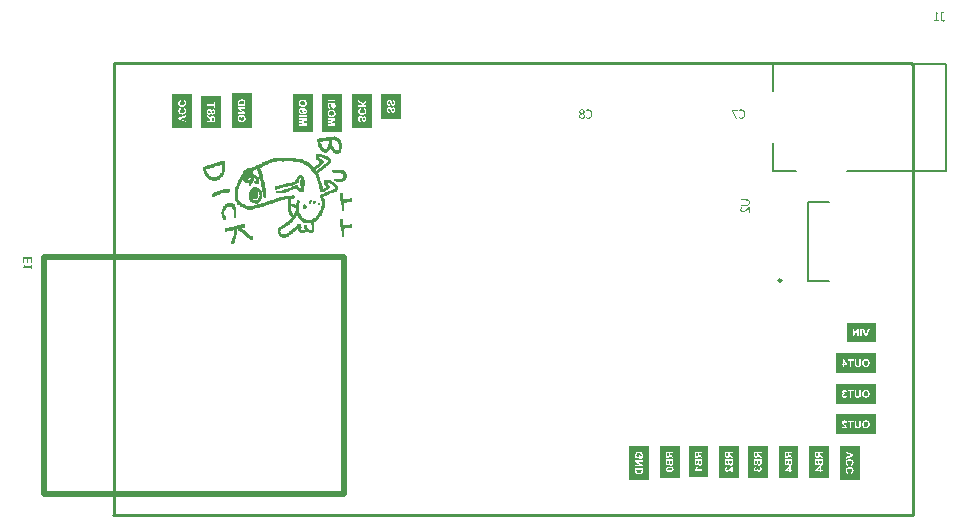
<source format=gbo>
%FSLAX25Y25*%
%MOIN*%
G70*
G01*
G75*
G04 Layer_Color=32896*
%ADD10R,0.03150X0.03150*%
%ADD11R,0.03543X0.02756*%
%ADD12R,0.04724X0.13780*%
%ADD13R,0.04331X0.05512*%
%ADD14R,0.05512X0.04331*%
%ADD15R,0.02756X0.03543*%
%ADD16O,0.07087X0.01181*%
%ADD17O,0.01181X0.07087*%
%ADD18R,0.05512X0.26378*%
%ADD19R,0.03543X0.03150*%
%ADD20R,0.09055X0.09055*%
%ADD21R,0.09764X0.06102*%
%ADD22R,0.01181X0.02559*%
%ADD23R,0.05709X0.02362*%
%ADD24O,0.02165X0.00984*%
%ADD25R,0.03543X0.05906*%
%ADD26R,0.03150X0.03543*%
%ADD27C,0.01000*%
%ADD28C,0.02000*%
%ADD29C,0.03500*%
%ADD30C,0.05000*%
%ADD31C,0.04000*%
%ADD32C,0.01200*%
%ADD33C,0.01500*%
%ADD34C,0.03000*%
%ADD35C,0.05906*%
%ADD36C,0.08661*%
%ADD37R,0.05906X0.05906*%
%ADD38C,0.06299*%
%ADD39O,0.07874X0.17716*%
%ADD40O,0.07874X0.15748*%
%ADD41O,0.15748X0.07874*%
%ADD42C,0.05906*%
%ADD43R,0.05906X0.05906*%
%ADD44C,0.03000*%
%ADD45C,0.04000*%
%ADD46R,0.10039X0.03347*%
%ADD47R,0.22441X0.22244*%
%ADD48C,0.00984*%
%ADD49C,0.02362*%
%ADD50C,0.00394*%
%ADD51C,0.00787*%
%ADD52R,0.03950X0.03950*%
%ADD53R,0.04343X0.03556*%
%ADD54R,0.05524X0.14579*%
%ADD55R,0.05131X0.06312*%
%ADD56R,0.06312X0.05131*%
%ADD57R,0.03556X0.04343*%
%ADD58O,0.07887X0.01981*%
%ADD59O,0.01981X0.07887*%
%ADD60R,0.06312X0.27178*%
%ADD61R,0.04343X0.03950*%
%ADD62R,0.09855X0.09855*%
%ADD63R,0.10564X0.06902*%
%ADD64R,0.01981X0.03359*%
%ADD65R,0.06509X0.03162*%
%ADD66O,0.02965X0.01784*%
%ADD67R,0.04343X0.06706*%
%ADD68R,0.03950X0.04343*%
%ADD69C,0.06706*%
%ADD70C,0.09461*%
%ADD71R,0.06706X0.06706*%
%ADD72C,0.07099*%
%ADD73O,0.08674X0.18517*%
%ADD74O,0.08674X0.16548*%
%ADD75O,0.16548X0.08674*%
%ADD76C,0.06706*%
%ADD77R,0.06706X0.06706*%
%ADD78C,0.03800*%
%ADD79C,0.04800*%
%ADD80R,0.10839X0.04147*%
%ADD81R,0.23241X0.23044*%
%ADD82C,0.01969*%
%ADD83C,0.00200*%
G36*
X381200Y79000D02*
X371522D01*
Y85562D01*
X381200D01*
Y79000D01*
D02*
G37*
G36*
X153405Y150400D02*
X146757D01*
Y161767D01*
X153405D01*
Y150400D01*
D02*
G37*
G36*
X335600Y33888D02*
X329030D01*
Y44600D01*
X335600D01*
Y33888D01*
D02*
G37*
G36*
X203205Y149200D02*
X196553D01*
Y161858D01*
X203205D01*
Y149200D01*
D02*
G37*
G36*
X345247Y33861D02*
X338630D01*
Y44600D01*
X345247D01*
Y33861D01*
D02*
G37*
G36*
X305647Y33007D02*
X298995D01*
Y44600D01*
X305647D01*
Y33007D01*
D02*
G37*
G36*
X365600Y33791D02*
X359030D01*
Y44600D01*
X365600D01*
Y33791D01*
D02*
G37*
G36*
X193605Y149200D02*
X186953D01*
Y161944D01*
X193605D01*
Y149200D01*
D02*
G37*
G36*
X381200Y58553D02*
X367973D01*
Y65205D01*
X381200D01*
Y58553D01*
D02*
G37*
G36*
X325400Y34286D02*
X318830D01*
Y44600D01*
X325400D01*
Y34286D01*
D02*
G37*
G36*
X163005Y150400D02*
X156353D01*
Y161213D01*
X163005D01*
Y150400D01*
D02*
G37*
G36*
X173205D02*
X166553D01*
Y161993D01*
X173205D01*
Y150400D01*
D02*
G37*
G36*
X315847Y33884D02*
X309230D01*
Y44600D01*
X315847D01*
Y33884D01*
D02*
G37*
G36*
X381200Y68753D02*
X367902D01*
Y75405D01*
X381200D01*
Y68753D01*
D02*
G37*
G36*
X355400Y33791D02*
X348830D01*
Y44600D01*
X355400D01*
Y33791D01*
D02*
G37*
G36*
X283457Y156665D02*
X283584Y156640D01*
X283696Y156601D01*
X283789Y156562D01*
X283833Y156538D01*
X283867Y156518D01*
X283896Y156499D01*
X283921Y156479D01*
X283945Y156465D01*
X283960Y156455D01*
X283965Y156450D01*
X283970Y156445D01*
X284014Y156401D01*
X284053Y156357D01*
X284087Y156308D01*
X284116Y156264D01*
X284160Y156167D01*
X284189Y156079D01*
X284209Y156001D01*
X284214Y155967D01*
X284219Y155942D01*
X284223Y155918D01*
Y155898D01*
Y155889D01*
Y155884D01*
X284219Y155801D01*
X284209Y155728D01*
X284189Y155659D01*
X284170Y155606D01*
X284150Y155562D01*
X284131Y155528D01*
X284121Y155503D01*
X284116Y155498D01*
X284072Y155445D01*
X284018Y155391D01*
X283965Y155342D01*
X283911Y155298D01*
X283862Y155264D01*
X283823Y155240D01*
X283799Y155220D01*
X283789Y155215D01*
Y155206D01*
X283877Y155157D01*
X283955Y155103D01*
X284018Y155049D01*
X284072Y154996D01*
X284116Y154952D01*
X284145Y154913D01*
X284165Y154888D01*
X284170Y154879D01*
X284214Y154800D01*
X284243Y154722D01*
X284267Y154644D01*
X284282Y154576D01*
X284292Y154517D01*
X284297Y154473D01*
Y154454D01*
Y154439D01*
Y154435D01*
Y154430D01*
X284292Y154361D01*
X284287Y154298D01*
X284277Y154239D01*
X284262Y154186D01*
X284253Y154142D01*
X284243Y154107D01*
X284238Y154088D01*
X284233Y154078D01*
X284209Y154020D01*
X284175Y153961D01*
X284145Y153912D01*
X284111Y153873D01*
X284082Y153839D01*
X284057Y153810D01*
X284043Y153795D01*
X284038Y153790D01*
X283989Y153746D01*
X283935Y153707D01*
X283882Y153678D01*
X283833Y153649D01*
X283789Y153629D01*
X283755Y153615D01*
X283735Y153605D01*
X283726Y153600D01*
X283652Y153580D01*
X283584Y153566D01*
X283516Y153551D01*
X283452Y153546D01*
X283399Y153541D01*
X283355Y153537D01*
X283316D01*
X283238Y153541D01*
X283164Y153546D01*
X283028Y153576D01*
X282911Y153620D01*
X282857Y153644D01*
X282808Y153668D01*
X282764Y153688D01*
X282730Y153712D01*
X282696Y153737D01*
X282667Y153756D01*
X282647Y153771D01*
X282632Y153785D01*
X282623Y153790D01*
X282618Y153795D01*
X282569Y153844D01*
X282525Y153898D01*
X282486Y153951D01*
X282452Y154005D01*
X282428Y154059D01*
X282403Y154112D01*
X282369Y154215D01*
X282349Y154303D01*
X282345Y154342D01*
X282340Y154376D01*
X282335Y154400D01*
Y154425D01*
Y154435D01*
Y154439D01*
X282340Y154537D01*
X282354Y154625D01*
X282379Y154703D01*
X282403Y154766D01*
X282428Y154820D01*
X282452Y154859D01*
X282467Y154879D01*
X282471Y154888D01*
X282525Y154952D01*
X282589Y155010D01*
X282657Y155059D01*
X282720Y155108D01*
X282779Y155142D01*
X282823Y155166D01*
X282842Y155176D01*
X282857Y155186D01*
X282862Y155191D01*
X282867D01*
Y155201D01*
X282789Y155245D01*
X282720Y155298D01*
X282662Y155347D01*
X282618Y155396D01*
X282579Y155440D01*
X282550Y155474D01*
X282535Y155498D01*
X282530Y155508D01*
X282491Y155581D01*
X282462Y155655D01*
X282437Y155723D01*
X282423Y155781D01*
X282413Y155835D01*
X282408Y155874D01*
Y155898D01*
Y155908D01*
X282413Y155972D01*
X282418Y156030D01*
X282447Y156138D01*
X282486Y156230D01*
X282530Y156308D01*
X282579Y156372D01*
X282618Y156421D01*
X282647Y156450D01*
X282652Y156460D01*
X282657D01*
X282706Y156499D01*
X282754Y156533D01*
X282867Y156582D01*
X282974Y156621D01*
X283081Y156650D01*
X283174Y156665D01*
X283213Y156669D01*
X283247D01*
X283277Y156674D01*
X283389D01*
X283457Y156665D01*
D02*
G37*
G36*
X375843Y33233D02*
X369195D01*
Y44600D01*
X375843D01*
Y33233D01*
D02*
G37*
G36*
X335248Y156264D02*
X333701D01*
X335072Y153600D01*
X334643D01*
X333340Y156167D01*
Y156611D01*
X335248D01*
Y156264D01*
D02*
G37*
G36*
X336561Y156660D02*
X336663Y156650D01*
X336761Y156631D01*
X336843Y156611D01*
X336912Y156591D01*
X336961Y156572D01*
X336980Y156567D01*
X336995Y156562D01*
X337000Y156557D01*
X337005D01*
X337092Y156513D01*
X337171Y156465D01*
X337244Y156411D01*
X337307Y156362D01*
X337356Y156318D01*
X337395Y156284D01*
X337415Y156260D01*
X337424Y156250D01*
X337488Y156167D01*
X337546Y156084D01*
X337595Y156001D01*
X337634Y155923D01*
X337668Y155859D01*
X337688Y155806D01*
X337698Y155786D01*
X337702Y155772D01*
X337707Y155762D01*
Y155757D01*
X337737Y155650D01*
X337761Y155537D01*
X337776Y155425D01*
X337790Y155323D01*
X337795Y155235D01*
Y155196D01*
X337800Y155162D01*
Y155137D01*
Y155113D01*
Y155103D01*
Y155098D01*
X337795Y154962D01*
X337785Y154835D01*
X337771Y154722D01*
X337751Y154620D01*
X337741Y154576D01*
X337732Y154537D01*
X337727Y154508D01*
X337717Y154478D01*
X337712Y154454D01*
X337707Y154439D01*
X337702Y154430D01*
Y154425D01*
X337663Y154322D01*
X337619Y154225D01*
X337571Y154142D01*
X337527Y154073D01*
X337488Y154015D01*
X337454Y153971D01*
X337434Y153946D01*
X337424Y153937D01*
X337356Y153868D01*
X337283Y153810D01*
X337210Y153756D01*
X337146Y153717D01*
X337087Y153683D01*
X337039Y153663D01*
X337009Y153649D01*
X337005Y153644D01*
X337000D01*
X336907Y153610D01*
X336809Y153585D01*
X336717Y153571D01*
X336634Y153561D01*
X336561Y153551D01*
X336531D01*
X336502Y153546D01*
X336390D01*
X336331Y153551D01*
X336282Y153556D01*
X336238Y153561D01*
X336204D01*
X336180Y153566D01*
X336165Y153571D01*
X336160D01*
X336072Y153590D01*
X336033Y153600D01*
X335994Y153610D01*
X335965Y153620D01*
X335941Y153624D01*
X335921Y153629D01*
X335916D01*
X335833Y153659D01*
X335794Y153673D01*
X335765Y153688D01*
X335741Y153698D01*
X335721Y153707D01*
X335711Y153712D01*
X335706D01*
X335638Y153746D01*
X335580Y153776D01*
X335555Y153785D01*
X335536Y153795D01*
X335521Y153805D01*
X335516D01*
Y154283D01*
X335550D01*
X335589Y154244D01*
X335628Y154205D01*
X335648Y154191D01*
X335663Y154176D01*
X335672Y154171D01*
X335677Y154166D01*
X335741Y154117D01*
X335799Y154078D01*
X335828Y154064D01*
X335848Y154049D01*
X335863Y154044D01*
X335868Y154039D01*
X335960Y153995D01*
X336004Y153976D01*
X336043Y153961D01*
X336077Y153951D01*
X336107Y153942D01*
X336126Y153932D01*
X336131D01*
X336243Y153907D01*
X336297Y153903D01*
X336346Y153898D01*
X336390Y153893D01*
X336453D01*
X336521Y153898D01*
X336590Y153903D01*
X336653Y153917D01*
X336707Y153932D01*
X336751Y153942D01*
X336785Y153956D01*
X336805Y153961D01*
X336814Y153966D01*
X336878Y153995D01*
X336931Y154034D01*
X336980Y154069D01*
X337024Y154107D01*
X337058Y154137D01*
X337087Y154166D01*
X337102Y154186D01*
X337107Y154191D01*
X337156Y154249D01*
X337195Y154313D01*
X337229Y154376D01*
X337258Y154435D01*
X337283Y154488D01*
X337297Y154527D01*
X337307Y154557D01*
X337312Y154566D01*
X337336Y154654D01*
X337356Y154742D01*
X337366Y154835D01*
X337375Y154918D01*
X337380Y154991D01*
X337385Y155020D01*
Y155044D01*
Y155069D01*
Y155084D01*
Y155093D01*
Y155098D01*
X337380Y155206D01*
X337375Y155298D01*
X337366Y155386D01*
X337351Y155464D01*
X337336Y155528D01*
X337327Y155576D01*
X337322Y155606D01*
X337317Y155611D01*
Y155615D01*
X337288Y155698D01*
X337253Y155777D01*
X337219Y155840D01*
X337190Y155898D01*
X337161Y155942D01*
X337136Y155977D01*
X337122Y156001D01*
X337117Y156006D01*
X337068Y156060D01*
X337014Y156103D01*
X336965Y156147D01*
X336922Y156177D01*
X336878Y156201D01*
X336848Y156221D01*
X336829Y156230D01*
X336819Y156235D01*
X336751Y156264D01*
X336687Y156284D01*
X336624Y156299D01*
X336570Y156308D01*
X336521Y156313D01*
X336487Y156318D01*
X336390D01*
X336331Y156313D01*
X336277Y156304D01*
X336229Y156299D01*
X336194Y156289D01*
X336165Y156279D01*
X336146Y156274D01*
X336141D01*
X336043Y156245D01*
X335999Y156225D01*
X335960Y156211D01*
X335931Y156196D01*
X335907Y156186D01*
X335892Y156182D01*
X335887Y156177D01*
X335804Y156128D01*
X335770Y156103D01*
X335741Y156084D01*
X335721Y156064D01*
X335702Y156050D01*
X335692Y156045D01*
X335687Y156040D01*
X335628Y155996D01*
X335589Y155957D01*
X335560Y155938D01*
X335550Y155928D01*
X335516D01*
Y156406D01*
X335589Y156445D01*
X335658Y156479D01*
X335682Y156494D01*
X335702Y156499D01*
X335716Y156509D01*
X335721D01*
X335794Y156538D01*
X335858Y156562D01*
X335882Y156572D01*
X335902Y156577D01*
X335911Y156582D01*
X335916D01*
X336004Y156606D01*
X336048Y156616D01*
X336082Y156626D01*
X336116Y156631D01*
X336141Y156635D01*
X336160Y156640D01*
X336165D01*
X336263Y156655D01*
X336312Y156660D01*
X336355D01*
X336395Y156665D01*
X336448D01*
X336561Y156660D01*
D02*
G37*
G36*
X404014Y188694D02*
X403380D01*
Y186932D01*
Y186878D01*
X403385Y186825D01*
Y186781D01*
X403390Y186742D01*
X403395Y186708D01*
Y186683D01*
X403400Y186669D01*
Y186664D01*
X403414Y186586D01*
X403429Y186551D01*
X403439Y186522D01*
X403448Y186498D01*
X403458Y186478D01*
X403463Y186469D01*
X403468Y186464D01*
X403492Y186434D01*
X403517Y186410D01*
X403570Y186376D01*
X403595Y186361D01*
X403614Y186351D01*
X403629Y186342D01*
X403634D01*
X403678Y186327D01*
X403727Y186317D01*
X403775Y186312D01*
X403819Y186307D01*
X403863Y186303D01*
X403927D01*
X404019Y186307D01*
X404063Y186312D01*
X404097Y186322D01*
X404132Y186327D01*
X404156Y186332D01*
X404171Y186337D01*
X404176D01*
X404258Y186361D01*
X404293Y186371D01*
X404322Y186381D01*
X404346Y186390D01*
X404366Y186395D01*
X404376Y186400D01*
X404400D01*
Y186015D01*
X404356Y186010D01*
X404312Y186000D01*
X404268Y185995D01*
X404224Y185990D01*
X404190Y185985D01*
X404156Y185980D01*
X404137Y185976D01*
X404132D01*
X404073Y185971D01*
X404019Y185966D01*
X403975Y185961D01*
X403941D01*
X403912Y185956D01*
X403873D01*
X403800Y185961D01*
X403727Y185966D01*
X403600Y185990D01*
X403487Y186024D01*
X403395Y186063D01*
X403356Y186083D01*
X403322Y186098D01*
X403292Y186117D01*
X403268Y186132D01*
X403248Y186146D01*
X403234Y186156D01*
X403229Y186166D01*
X403224D01*
X403180Y186210D01*
X403141Y186254D01*
X403112Y186303D01*
X403082Y186351D01*
X403039Y186454D01*
X403009Y186556D01*
X402995Y186644D01*
X402985Y186683D01*
Y186717D01*
X402980Y186742D01*
Y186761D01*
Y186776D01*
Y186781D01*
Y189011D01*
X404014D01*
Y188694D01*
D02*
G37*
G36*
X401638Y188933D02*
X401657Y188865D01*
X401682Y188806D01*
X401711Y188757D01*
X401740Y188723D01*
X401765Y188704D01*
X401784Y188689D01*
X401789Y188684D01*
X401853Y188655D01*
X401921Y188635D01*
X401999Y188621D01*
X402072Y188611D01*
X402136Y188606D01*
X402194Y188601D01*
X402243D01*
Y188328D01*
X401696D01*
Y186307D01*
X402243D01*
Y186000D01*
X400774D01*
Y186307D01*
X401306D01*
Y189021D01*
X401623D01*
X401638Y188933D01*
D02*
G37*
G36*
X285560Y156660D02*
X285663Y156650D01*
X285761Y156631D01*
X285843Y156611D01*
X285912Y156591D01*
X285961Y156572D01*
X285980Y156567D01*
X285995Y156562D01*
X286000Y156557D01*
X286005D01*
X286092Y156513D01*
X286171Y156465D01*
X286244Y156411D01*
X286307Y156362D01*
X286356Y156318D01*
X286395Y156284D01*
X286415Y156260D01*
X286424Y156250D01*
X286488Y156167D01*
X286546Y156084D01*
X286595Y156001D01*
X286634Y155923D01*
X286668Y155859D01*
X286688Y155806D01*
X286698Y155786D01*
X286702Y155772D01*
X286707Y155762D01*
Y155757D01*
X286737Y155650D01*
X286761Y155537D01*
X286776Y155425D01*
X286790Y155323D01*
X286795Y155235D01*
Y155196D01*
X286800Y155162D01*
Y155137D01*
Y155113D01*
Y155103D01*
Y155098D01*
X286795Y154962D01*
X286785Y154835D01*
X286771Y154722D01*
X286751Y154620D01*
X286741Y154576D01*
X286732Y154537D01*
X286727Y154508D01*
X286717Y154478D01*
X286712Y154454D01*
X286707Y154439D01*
X286702Y154430D01*
Y154425D01*
X286663Y154322D01*
X286619Y154225D01*
X286571Y154142D01*
X286527Y154073D01*
X286488Y154015D01*
X286454Y153971D01*
X286434Y153946D01*
X286424Y153937D01*
X286356Y153868D01*
X286283Y153810D01*
X286210Y153756D01*
X286146Y153717D01*
X286087Y153683D01*
X286039Y153663D01*
X286009Y153649D01*
X286005Y153644D01*
X286000D01*
X285907Y153610D01*
X285809Y153585D01*
X285717Y153571D01*
X285634Y153561D01*
X285560Y153551D01*
X285531D01*
X285502Y153546D01*
X285390D01*
X285331Y153551D01*
X285282Y153556D01*
X285238Y153561D01*
X285204D01*
X285180Y153566D01*
X285165Y153571D01*
X285160D01*
X285072Y153590D01*
X285033Y153600D01*
X284994Y153610D01*
X284965Y153620D01*
X284941Y153624D01*
X284921Y153629D01*
X284916D01*
X284833Y153659D01*
X284794Y153673D01*
X284765Y153688D01*
X284741Y153698D01*
X284721Y153707D01*
X284711Y153712D01*
X284706D01*
X284638Y153746D01*
X284580Y153776D01*
X284555Y153785D01*
X284536Y153795D01*
X284521Y153805D01*
X284516D01*
Y154283D01*
X284550D01*
X284589Y154244D01*
X284628Y154205D01*
X284648Y154191D01*
X284663Y154176D01*
X284672Y154171D01*
X284677Y154166D01*
X284741Y154117D01*
X284799Y154078D01*
X284828Y154064D01*
X284848Y154049D01*
X284863Y154044D01*
X284868Y154039D01*
X284960Y153995D01*
X285004Y153976D01*
X285043Y153961D01*
X285077Y153951D01*
X285107Y153942D01*
X285126Y153932D01*
X285131D01*
X285243Y153907D01*
X285297Y153903D01*
X285346Y153898D01*
X285390Y153893D01*
X285453D01*
X285521Y153898D01*
X285590Y153903D01*
X285653Y153917D01*
X285707Y153932D01*
X285751Y153942D01*
X285785Y153956D01*
X285805Y153961D01*
X285814Y153966D01*
X285878Y153995D01*
X285931Y154034D01*
X285980Y154069D01*
X286024Y154107D01*
X286058Y154137D01*
X286087Y154166D01*
X286102Y154186D01*
X286107Y154191D01*
X286156Y154249D01*
X286195Y154313D01*
X286229Y154376D01*
X286258Y154435D01*
X286283Y154488D01*
X286297Y154527D01*
X286307Y154557D01*
X286312Y154566D01*
X286336Y154654D01*
X286356Y154742D01*
X286366Y154835D01*
X286375Y154918D01*
X286380Y154991D01*
X286385Y155020D01*
Y155044D01*
Y155069D01*
Y155084D01*
Y155093D01*
Y155098D01*
X286380Y155206D01*
X286375Y155298D01*
X286366Y155386D01*
X286351Y155464D01*
X286336Y155528D01*
X286327Y155576D01*
X286322Y155606D01*
X286317Y155611D01*
Y155615D01*
X286288Y155698D01*
X286253Y155777D01*
X286219Y155840D01*
X286190Y155898D01*
X286161Y155942D01*
X286136Y155977D01*
X286122Y156001D01*
X286117Y156006D01*
X286068Y156060D01*
X286014Y156103D01*
X285965Y156147D01*
X285922Y156177D01*
X285878Y156201D01*
X285848Y156221D01*
X285829Y156230D01*
X285819Y156235D01*
X285751Y156264D01*
X285687Y156284D01*
X285624Y156299D01*
X285570Y156308D01*
X285521Y156313D01*
X285487Y156318D01*
X285390D01*
X285331Y156313D01*
X285277Y156304D01*
X285229Y156299D01*
X285194Y156289D01*
X285165Y156279D01*
X285146Y156274D01*
X285141D01*
X285043Y156245D01*
X284999Y156225D01*
X284960Y156211D01*
X284931Y156196D01*
X284907Y156186D01*
X284892Y156182D01*
X284887Y156177D01*
X284804Y156128D01*
X284770Y156103D01*
X284741Y156084D01*
X284721Y156064D01*
X284702Y156050D01*
X284692Y156045D01*
X284687Y156040D01*
X284628Y155996D01*
X284589Y155957D01*
X284560Y155938D01*
X284550Y155928D01*
X284516D01*
Y156406D01*
X284589Y156445D01*
X284658Y156479D01*
X284682Y156494D01*
X284702Y156499D01*
X284716Y156509D01*
X284721D01*
X284794Y156538D01*
X284858Y156562D01*
X284882Y156572D01*
X284902Y156577D01*
X284911Y156582D01*
X284916D01*
X285004Y156606D01*
X285048Y156616D01*
X285082Y156626D01*
X285116Y156631D01*
X285141Y156635D01*
X285160Y156640D01*
X285165D01*
X285263Y156655D01*
X285312Y156660D01*
X285355D01*
X285395Y156665D01*
X285448D01*
X285560Y156660D01*
D02*
G37*
G36*
X223005Y153400D02*
X216353D01*
Y161869D01*
X223005D01*
Y153400D01*
D02*
G37*
G36*
X381200Y48353D02*
X368000D01*
Y55005D01*
X381200D01*
Y48353D01*
D02*
G37*
G36*
X338185Y126695D02*
X338292Y126690D01*
X338380Y126681D01*
X338458Y126666D01*
X338522Y126656D01*
X338570Y126646D01*
X338600Y126641D01*
X338605Y126637D01*
X338610D01*
X338688Y126607D01*
X338761Y126573D01*
X338824Y126539D01*
X338883Y126505D01*
X338927Y126471D01*
X338961Y126441D01*
X338980Y126422D01*
X338990Y126417D01*
X339039Y126363D01*
X339078Y126305D01*
X339117Y126246D01*
X339141Y126197D01*
X339166Y126149D01*
X339180Y126114D01*
X339190Y126090D01*
X339195Y126080D01*
X339219Y126002D01*
X339234Y125924D01*
X339249Y125846D01*
X339254Y125773D01*
X339259Y125709D01*
X339263Y125661D01*
Y125641D01*
Y125626D01*
Y125621D01*
Y125617D01*
X339259Y125514D01*
X339254Y125426D01*
X339244Y125348D01*
X339229Y125280D01*
X339215Y125221D01*
X339205Y125182D01*
X339200Y125158D01*
X339195Y125148D01*
X339166Y125080D01*
X339132Y125016D01*
X339102Y124958D01*
X339068Y124909D01*
X339039Y124870D01*
X339015Y124836D01*
X338995Y124816D01*
X338990Y124811D01*
X338927Y124758D01*
X338863Y124709D01*
X338800Y124675D01*
X338741Y124641D01*
X338688Y124621D01*
X338649Y124602D01*
X338619Y124597D01*
X338610Y124592D01*
X338522Y124567D01*
X338429Y124553D01*
X338341Y124538D01*
X338258Y124533D01*
X338185Y124528D01*
X338151Y124523D01*
X336189D01*
Y124924D01*
X338151D01*
X338214Y124929D01*
X338273Y124933D01*
X338322Y124938D01*
X338366Y124943D01*
X338395Y124948D01*
X338414Y124953D01*
X338419D01*
X338517Y124982D01*
X338561Y124997D01*
X338595Y125016D01*
X338629Y125031D01*
X338653Y125046D01*
X338668Y125051D01*
X338673Y125055D01*
X338717Y125090D01*
X338751Y125124D01*
X338785Y125163D01*
X338810Y125202D01*
X338834Y125236D01*
X338849Y125260D01*
X338854Y125280D01*
X338858Y125285D01*
X338878Y125338D01*
X338893Y125397D01*
X338902Y125451D01*
X338907Y125504D01*
X338912Y125548D01*
X338917Y125583D01*
Y125607D01*
Y125617D01*
X338912Y125690D01*
X338907Y125753D01*
X338897Y125812D01*
X338888Y125861D01*
X338878Y125900D01*
X338868Y125929D01*
X338858Y125949D01*
Y125953D01*
X338834Y126002D01*
X338805Y126046D01*
X338771Y126085D01*
X338741Y126114D01*
X338717Y126139D01*
X338692Y126158D01*
X338678Y126168D01*
X338673Y126173D01*
X338629Y126197D01*
X338585Y126222D01*
X338541Y126241D01*
X338502Y126251D01*
X338468Y126266D01*
X338444Y126271D01*
X338424Y126275D01*
X338419D01*
X338366Y126285D01*
X338302Y126290D01*
X338244Y126295D01*
X338190D01*
X338141Y126300D01*
X336189D01*
Y126700D01*
X338073D01*
X338185Y126695D01*
D02*
G37*
G36*
X339200Y122176D02*
X338854D01*
Y123660D01*
X338800Y123601D01*
X338746Y123543D01*
X338688Y123479D01*
X338634Y123421D01*
X338585Y123367D01*
X338541Y123328D01*
X338517Y123299D01*
X338507Y123294D01*
Y123289D01*
X338424Y123201D01*
X338346Y123123D01*
X338273Y123050D01*
X338209Y122986D01*
X338156Y122938D01*
X338112Y122898D01*
X338087Y122874D01*
X338078Y122864D01*
X337985Y122781D01*
X337941Y122742D01*
X337902Y122708D01*
X337873Y122684D01*
X337843Y122664D01*
X337829Y122650D01*
X337824Y122645D01*
X337726Y122572D01*
X337682Y122537D01*
X337643Y122513D01*
X337609Y122489D01*
X337585Y122474D01*
X337565Y122464D01*
X337560Y122459D01*
X337463Y122411D01*
X337419Y122391D01*
X337375Y122376D01*
X337336Y122362D01*
X337307Y122352D01*
X337287Y122347D01*
X337282D01*
X337165Y122323D01*
X337111Y122313D01*
X337063Y122308D01*
X337019Y122303D01*
X336955D01*
X336887Y122308D01*
X336819Y122313D01*
X336701Y122342D01*
X336594Y122376D01*
X336511Y122420D01*
X336443Y122464D01*
X336389Y122503D01*
X336374Y122518D01*
X336360Y122532D01*
X336355Y122537D01*
X336350Y122542D01*
X336311Y122591D01*
X336277Y122640D01*
X336218Y122747D01*
X336179Y122855D01*
X336155Y122962D01*
X336135Y123055D01*
X336130Y123099D01*
Y123133D01*
X336126Y123162D01*
Y123181D01*
Y123196D01*
Y123201D01*
X336130Y123274D01*
X336135Y123352D01*
X336145Y123425D01*
X336155Y123489D01*
X336170Y123543D01*
X336179Y123587D01*
X336184Y123616D01*
X336189Y123621D01*
Y123626D01*
X336209Y123704D01*
X336233Y123772D01*
X336252Y123835D01*
X336272Y123884D01*
X336287Y123923D01*
X336301Y123948D01*
X336306Y123967D01*
X336311Y123972D01*
X336736D01*
Y123953D01*
X336706Y123914D01*
X336682Y123870D01*
X336662Y123840D01*
X336653Y123831D01*
Y123826D01*
X336618Y123767D01*
X336594Y123713D01*
X336584Y123694D01*
X336575Y123674D01*
X336570Y123665D01*
Y123660D01*
X336540Y123582D01*
X336521Y123518D01*
X336511Y123489D01*
X336506Y123469D01*
X336501Y123455D01*
Y123450D01*
X336482Y123367D01*
X336477Y123333D01*
Y123299D01*
X336472Y123269D01*
Y123250D01*
Y123235D01*
Y123230D01*
X336477Y123152D01*
X336482Y123118D01*
X336487Y123084D01*
X336496Y123059D01*
X336501Y123040D01*
X336506Y123030D01*
Y123025D01*
X336531Y122962D01*
X336560Y122908D01*
X336575Y122889D01*
X336584Y122874D01*
X336589Y122869D01*
X336594Y122864D01*
X336648Y122820D01*
X336697Y122786D01*
X336721Y122772D01*
X336740Y122762D01*
X336750Y122757D01*
X336755D01*
X336828Y122733D01*
X336901Y122718D01*
X336931Y122713D01*
X336975D01*
X337063Y122718D01*
X337150Y122733D01*
X337233Y122752D01*
X337302Y122776D01*
X337360Y122801D01*
X337409Y122820D01*
X337438Y122835D01*
X337443Y122840D01*
X337448D01*
X337492Y122864D01*
X337541Y122898D01*
X337638Y122967D01*
X337736Y123045D01*
X337834Y123123D01*
X337921Y123196D01*
X337956Y123230D01*
X337990Y123255D01*
X338014Y123279D01*
X338039Y123299D01*
X338048Y123308D01*
X338053Y123313D01*
X338190Y123435D01*
X338248Y123494D01*
X338302Y123547D01*
X338351Y123591D01*
X338385Y123630D01*
X338405Y123650D01*
X338414Y123660D01*
X338546Y123792D01*
X338610Y123855D01*
X338663Y123914D01*
X338712Y123962D01*
X338746Y124001D01*
X338771Y124026D01*
X338780Y124036D01*
X339200D01*
Y122176D01*
D02*
G37*
G36*
X213405Y150400D02*
X206753D01*
Y161818D01*
X213405D01*
Y150400D01*
D02*
G37*
G36*
X100050Y105466D02*
X99694D01*
Y106950D01*
X98576D01*
Y105569D01*
X98220D01*
Y106950D01*
X97395D01*
Y105466D01*
X97039D01*
Y107350D01*
X100050D01*
Y105466D01*
D02*
G37*
G36*
Y103412D02*
X99743D01*
Y103944D01*
X97029D01*
Y104261D01*
X97117Y104276D01*
X97185Y104295D01*
X97244Y104320D01*
X97293Y104349D01*
X97327Y104378D01*
X97347Y104402D01*
X97361Y104422D01*
X97366Y104427D01*
X97395Y104490D01*
X97415Y104559D01*
X97429Y104637D01*
X97439Y104710D01*
X97444Y104773D01*
X97449Y104832D01*
Y104851D01*
Y104866D01*
Y104876D01*
Y104881D01*
X97722D01*
Y104334D01*
X99743D01*
Y104881D01*
X100050D01*
Y103412D01*
D02*
G37*
%LPC*%
G36*
X377964Y53005D02*
X377940D01*
X377909Y53001D01*
X377870D01*
X377823Y52994D01*
X377769Y52986D01*
X377706Y52974D01*
X377640Y52962D01*
X377566Y52943D01*
X377496Y52919D01*
X377418Y52888D01*
X377344Y52857D01*
X377270Y52814D01*
X377195Y52767D01*
X377125Y52713D01*
X377059Y52650D01*
X377055Y52646D01*
X377043Y52635D01*
X377028Y52615D01*
X377004Y52584D01*
X376981Y52549D01*
X376950Y52506D01*
X376922Y52455D01*
X376887Y52397D01*
X376856Y52330D01*
X376825Y52256D01*
X376798Y52178D01*
X376774Y52093D01*
X376751Y51999D01*
X376735Y51898D01*
X376724Y51788D01*
X376720Y51675D01*
Y51667D01*
Y51648D01*
X376724Y51617D01*
Y51574D01*
X376731Y51519D01*
X376739Y51461D01*
X376747Y51391D01*
X376763Y51320D01*
X376778Y51242D01*
X376801Y51164D01*
X376829Y51082D01*
X376864Y51001D01*
X376903Y50923D01*
X376946Y50845D01*
X377000Y50770D01*
X377059Y50700D01*
X377063Y50696D01*
X377075Y50685D01*
X377094Y50669D01*
X377121Y50646D01*
X377152Y50618D01*
X377195Y50591D01*
X377242Y50560D01*
X377297Y50529D01*
X377359Y50494D01*
X377426Y50462D01*
X377500Y50435D01*
X377582Y50408D01*
X377667Y50384D01*
X377757Y50369D01*
X377854Y50357D01*
X377960Y50353D01*
X377983D01*
X378014Y50357D01*
X378053D01*
X378100Y50365D01*
X378159Y50373D01*
X378221Y50380D01*
X378287Y50396D01*
X378358Y50416D01*
X378432Y50439D01*
X378506Y50466D01*
X378580Y50501D01*
X378658Y50540D01*
X378728Y50587D01*
X378798Y50638D01*
X378865Y50700D01*
X378869Y50704D01*
X378880Y50716D01*
X378896Y50735D01*
X378915Y50763D01*
X378943Y50798D01*
X378970Y50841D01*
X379001Y50891D01*
X379032Y50950D01*
X379064Y51016D01*
X379095Y51086D01*
X379122Y51164D01*
X379149Y51250D01*
X379169Y51344D01*
X379184Y51441D01*
X379196Y51547D01*
X379200Y51660D01*
Y51664D01*
Y51679D01*
Y51699D01*
Y51726D01*
X379196Y51761D01*
X379192Y51800D01*
Y51843D01*
X379184Y51890D01*
X379173Y51995D01*
X379153Y52104D01*
X379126Y52214D01*
X379087Y52319D01*
Y52323D01*
X379083Y52327D01*
X379071Y52350D01*
X379052Y52389D01*
X379025Y52436D01*
X378989Y52490D01*
X378950Y52549D01*
X378900Y52611D01*
X378849Y52670D01*
X378841Y52678D01*
X378822Y52697D01*
X378790Y52724D01*
X378751Y52756D01*
X378701Y52795D01*
X378646Y52834D01*
X378584Y52869D01*
X378518Y52900D01*
X378514D01*
X378506Y52904D01*
X378494Y52912D01*
X378475Y52916D01*
X378451Y52923D01*
X378424Y52935D01*
X378393Y52943D01*
X378358Y52955D01*
X378276Y52970D01*
X378182Y52990D01*
X378077Y53001D01*
X377964Y53005D01*
D02*
G37*
G36*
X376314Y52962D02*
X375795D01*
Y51570D01*
Y51566D01*
Y51554D01*
Y51539D01*
Y51515D01*
Y51492D01*
Y51461D01*
X375791Y51391D01*
Y51320D01*
X375787Y51250D01*
X375784Y51188D01*
Y51161D01*
X375780Y51141D01*
Y51133D01*
X375772Y51114D01*
X375760Y51086D01*
X375748Y51051D01*
X375725Y51008D01*
X375698Y50965D01*
X375667Y50927D01*
X375624Y50888D01*
X375616Y50884D01*
X375600Y50872D01*
X375573Y50856D01*
X375534Y50841D01*
X375487Y50825D01*
X375429Y50810D01*
X375359Y50798D01*
X375284Y50794D01*
X375249D01*
X375210Y50798D01*
X375160Y50806D01*
X375109Y50817D01*
X375054Y50833D01*
X375004Y50852D01*
X374957Y50884D01*
X374953Y50888D01*
X374937Y50899D01*
X374918Y50919D01*
X374898Y50946D01*
X374875Y50977D01*
X374851Y51012D01*
X374832Y51055D01*
X374820Y51102D01*
Y51110D01*
X374816Y51129D01*
X374813Y51161D01*
X374809Y51207D01*
X374805Y51266D01*
X374801Y51344D01*
Y51387D01*
X374797Y51433D01*
Y51484D01*
Y51539D01*
Y52962D01*
X374278D01*
Y51613D01*
Y51609D01*
Y51593D01*
Y51570D01*
Y51539D01*
Y51500D01*
X374282Y51457D01*
Y51410D01*
Y51359D01*
X374290Y51250D01*
X374298Y51145D01*
X374302Y51094D01*
X374306Y51043D01*
X374313Y51001D01*
X374321Y50962D01*
Y50958D01*
Y50954D01*
X374329Y50930D01*
X374341Y50895D01*
X374356Y50849D01*
X374380Y50798D01*
X374403Y50743D01*
X374438Y50689D01*
X374477Y50638D01*
X374481Y50634D01*
X374497Y50615D01*
X374524Y50591D01*
X374555Y50564D01*
X374602Y50529D01*
X374653Y50494D01*
X374711Y50459D01*
X374777Y50427D01*
X374781D01*
X374785Y50423D01*
X374797Y50419D01*
X374813Y50416D01*
X374828Y50412D01*
X374851Y50404D01*
X374910Y50392D01*
X374980Y50377D01*
X375062Y50365D01*
X375160Y50357D01*
X375269Y50353D01*
X375327D01*
X375359Y50357D01*
X375394D01*
X375476Y50365D01*
X375565Y50373D01*
X375655Y50388D01*
X375745Y50408D01*
X375784Y50419D01*
X375823Y50435D01*
X375827D01*
X375830Y50439D01*
X375854Y50451D01*
X375889Y50470D01*
X375932Y50494D01*
X375979Y50529D01*
X376029Y50564D01*
X376076Y50611D01*
X376123Y50657D01*
X376127Y50665D01*
X376138Y50681D01*
X376158Y50708D01*
X376181Y50743D01*
X376205Y50786D01*
X376228Y50837D01*
X376252Y50888D01*
X376267Y50942D01*
Y50946D01*
Y50954D01*
X376271Y50965D01*
X376275Y50985D01*
X376279Y51004D01*
X376283Y51036D01*
X376287Y51067D01*
X376291Y51106D01*
X376294Y51149D01*
X376298Y51196D01*
X376302Y51250D01*
X376306Y51309D01*
X376310Y51371D01*
Y51441D01*
X376314Y51515D01*
Y51593D01*
Y52962D01*
D02*
G37*
G36*
X373912D02*
X371887D01*
Y52529D01*
X372640D01*
Y50400D01*
X373159D01*
Y52529D01*
X373912D01*
Y52962D01*
D02*
G37*
G36*
X370877Y52970D02*
X370780D01*
X370753Y52966D01*
X370721Y52962D01*
X370682Y52958D01*
X370643Y52955D01*
X370597Y52943D01*
X370503Y52919D01*
X370402Y52884D01*
X370355Y52861D01*
X370304Y52834D01*
X370261Y52798D01*
X370218Y52763D01*
X370214Y52759D01*
X370211Y52756D01*
X370199Y52744D01*
X370183Y52728D01*
X370168Y52709D01*
X370148Y52681D01*
X370109Y52623D01*
X370070Y52549D01*
X370035Y52463D01*
X370008Y52366D01*
X370004Y52311D01*
X370000Y52256D01*
Y52249D01*
Y52229D01*
X370004Y52194D01*
X370008Y52151D01*
X370016Y52100D01*
X370027Y52046D01*
X370043Y51983D01*
X370062Y51925D01*
X370066Y51917D01*
X370074Y51898D01*
X370090Y51866D01*
X370109Y51827D01*
X370136Y51777D01*
X370171Y51722D01*
X370214Y51664D01*
X370261Y51601D01*
X370265Y51597D01*
X370277Y51582D01*
X370300Y51554D01*
X370335Y51519D01*
X370378Y51473D01*
X370437Y51414D01*
X370503Y51348D01*
X370585Y51274D01*
X370589Y51270D01*
X370597Y51266D01*
X370608Y51254D01*
X370620Y51239D01*
X370659Y51203D01*
X370706Y51157D01*
X370757Y51110D01*
X370803Y51063D01*
X370846Y51020D01*
X370862Y51004D01*
X370877Y50989D01*
X370881Y50985D01*
X370889Y50977D01*
X370901Y50965D01*
X370913Y50946D01*
X370948Y50907D01*
X370979Y50856D01*
X370000D01*
Y50400D01*
X371720D01*
Y50404D01*
Y50412D01*
X371716Y50427D01*
X371712Y50443D01*
X371708Y50466D01*
X371704Y50494D01*
X371689Y50556D01*
X371669Y50634D01*
X371638Y50716D01*
X371603Y50802D01*
X371556Y50888D01*
Y50891D01*
X371548Y50899D01*
X371540Y50911D01*
X371529Y50930D01*
X371509Y50954D01*
X371490Y50981D01*
X371462Y51016D01*
X371435Y51051D01*
X371400Y51094D01*
X371357Y51141D01*
X371314Y51192D01*
X371264Y51246D01*
X371205Y51305D01*
X371146Y51367D01*
X371076Y51433D01*
X371002Y51504D01*
X370998Y51508D01*
X370987Y51515D01*
X370971Y51535D01*
X370948Y51554D01*
X370924Y51578D01*
X370893Y51609D01*
X370827Y51671D01*
X370757Y51742D01*
X370690Y51812D01*
X370659Y51843D01*
X370632Y51870D01*
X370608Y51898D01*
X370593Y51921D01*
X370589Y51929D01*
X370577Y51948D01*
X370562Y51976D01*
X370542Y52015D01*
X370522Y52061D01*
X370507Y52112D01*
X370495Y52167D01*
X370491Y52221D01*
Y52229D01*
Y52249D01*
X370495Y52280D01*
X370503Y52315D01*
X370515Y52354D01*
X370530Y52397D01*
X370550Y52440D01*
X370581Y52475D01*
X370585Y52479D01*
X370597Y52490D01*
X370616Y52502D01*
X370643Y52522D01*
X370678Y52537D01*
X370721Y52549D01*
X370772Y52561D01*
X370827Y52565D01*
X370850D01*
X370881Y52561D01*
X370913Y52553D01*
X370952Y52541D01*
X370994Y52526D01*
X371033Y52502D01*
X371072Y52471D01*
X371076Y52467D01*
X371088Y52451D01*
X371100Y52432D01*
X371119Y52397D01*
X371135Y52354D01*
X371154Y52303D01*
X371166Y52237D01*
X371174Y52163D01*
X371661Y52210D01*
Y52214D01*
X371657Y52229D01*
Y52249D01*
X371650Y52276D01*
X371646Y52311D01*
X371634Y52346D01*
X371626Y52389D01*
X371611Y52436D01*
X371575Y52529D01*
X371529Y52627D01*
X371498Y52674D01*
X371466Y52717D01*
X371427Y52756D01*
X371388Y52791D01*
X371384Y52795D01*
X371377Y52798D01*
X371365Y52806D01*
X371345Y52818D01*
X371326Y52834D01*
X371299Y52849D01*
X371267Y52865D01*
X371228Y52880D01*
X371189Y52896D01*
X371146Y52912D01*
X371049Y52943D01*
X370940Y52962D01*
X370877Y52970D01*
D02*
G37*
G36*
X377964Y63205D02*
X377940D01*
X377909Y63201D01*
X377870D01*
X377823Y63194D01*
X377769Y63186D01*
X377706Y63174D01*
X377640Y63162D01*
X377566Y63143D01*
X377496Y63119D01*
X377418Y63088D01*
X377344Y63057D01*
X377270Y63014D01*
X377195Y62967D01*
X377125Y62913D01*
X377059Y62850D01*
X377055Y62846D01*
X377043Y62835D01*
X377028Y62815D01*
X377004Y62784D01*
X376981Y62749D01*
X376950Y62706D01*
X376922Y62655D01*
X376887Y62597D01*
X376856Y62530D01*
X376825Y62456D01*
X376798Y62378D01*
X376774Y62293D01*
X376751Y62199D01*
X376735Y62098D01*
X376724Y61988D01*
X376720Y61875D01*
Y61867D01*
Y61848D01*
X376724Y61817D01*
Y61774D01*
X376731Y61719D01*
X376739Y61661D01*
X376747Y61591D01*
X376763Y61520D01*
X376778Y61442D01*
X376801Y61364D01*
X376829Y61282D01*
X376864Y61201D01*
X376903Y61123D01*
X376946Y61045D01*
X377000Y60970D01*
X377059Y60900D01*
X377063Y60896D01*
X377075Y60885D01*
X377094Y60869D01*
X377121Y60846D01*
X377152Y60818D01*
X377195Y60791D01*
X377242Y60760D01*
X377297Y60729D01*
X377359Y60694D01*
X377426Y60662D01*
X377500Y60635D01*
X377582Y60608D01*
X377667Y60584D01*
X377757Y60569D01*
X377854Y60557D01*
X377960Y60553D01*
X377983D01*
X378014Y60557D01*
X378053D01*
X378100Y60565D01*
X378159Y60573D01*
X378221Y60580D01*
X378287Y60596D01*
X378358Y60616D01*
X378432Y60639D01*
X378506Y60666D01*
X378580Y60701D01*
X378658Y60740D01*
X378728Y60787D01*
X378798Y60838D01*
X378865Y60900D01*
X378869Y60904D01*
X378880Y60916D01*
X378896Y60935D01*
X378915Y60963D01*
X378943Y60998D01*
X378970Y61041D01*
X379001Y61091D01*
X379032Y61150D01*
X379064Y61216D01*
X379095Y61286D01*
X379122Y61364D01*
X379149Y61450D01*
X379169Y61544D01*
X379184Y61641D01*
X379196Y61747D01*
X379200Y61860D01*
Y61864D01*
Y61879D01*
Y61899D01*
Y61926D01*
X379196Y61961D01*
X379192Y62000D01*
Y62043D01*
X379184Y62090D01*
X379173Y62195D01*
X379153Y62304D01*
X379126Y62414D01*
X379087Y62519D01*
Y62523D01*
X379083Y62527D01*
X379071Y62550D01*
X379052Y62589D01*
X379025Y62636D01*
X378989Y62690D01*
X378950Y62749D01*
X378900Y62811D01*
X378849Y62870D01*
X378841Y62878D01*
X378822Y62897D01*
X378790Y62924D01*
X378751Y62956D01*
X378701Y62995D01*
X378646Y63034D01*
X378584Y63069D01*
X378518Y63100D01*
X378514D01*
X378506Y63104D01*
X378494Y63112D01*
X378475Y63116D01*
X378451Y63123D01*
X378424Y63135D01*
X378393Y63143D01*
X378358Y63155D01*
X378276Y63170D01*
X378182Y63190D01*
X378077Y63201D01*
X377964Y63205D01*
D02*
G37*
G36*
X376314Y73362D02*
X375795D01*
Y71970D01*
Y71966D01*
Y71954D01*
Y71939D01*
Y71915D01*
Y71892D01*
Y71861D01*
X375791Y71791D01*
Y71720D01*
X375787Y71650D01*
X375784Y71588D01*
Y71561D01*
X375780Y71541D01*
Y71533D01*
X375772Y71514D01*
X375760Y71486D01*
X375748Y71451D01*
X375725Y71408D01*
X375698Y71365D01*
X375667Y71327D01*
X375624Y71288D01*
X375616Y71284D01*
X375600Y71272D01*
X375573Y71256D01*
X375534Y71241D01*
X375487Y71225D01*
X375429Y71210D01*
X375359Y71198D01*
X375284Y71194D01*
X375249D01*
X375210Y71198D01*
X375160Y71206D01*
X375109Y71217D01*
X375054Y71233D01*
X375004Y71252D01*
X374957Y71284D01*
X374953Y71288D01*
X374937Y71299D01*
X374918Y71319D01*
X374898Y71346D01*
X374875Y71377D01*
X374851Y71412D01*
X374832Y71455D01*
X374820Y71502D01*
Y71510D01*
X374816Y71529D01*
X374813Y71561D01*
X374809Y71607D01*
X374805Y71666D01*
X374801Y71744D01*
Y71787D01*
X374797Y71833D01*
Y71884D01*
Y71939D01*
Y73362D01*
X374278D01*
Y72013D01*
Y72009D01*
Y71993D01*
Y71970D01*
Y71939D01*
Y71900D01*
X374282Y71857D01*
Y71810D01*
Y71759D01*
X374290Y71650D01*
X374298Y71545D01*
X374302Y71494D01*
X374306Y71443D01*
X374313Y71401D01*
X374321Y71362D01*
Y71358D01*
Y71354D01*
X374329Y71330D01*
X374341Y71295D01*
X374356Y71249D01*
X374380Y71198D01*
X374403Y71143D01*
X374438Y71089D01*
X374477Y71038D01*
X374481Y71034D01*
X374497Y71014D01*
X374524Y70991D01*
X374555Y70964D01*
X374602Y70929D01*
X374653Y70894D01*
X374711Y70859D01*
X374777Y70827D01*
X374781D01*
X374785Y70823D01*
X374797Y70819D01*
X374813Y70816D01*
X374828Y70812D01*
X374851Y70804D01*
X374910Y70792D01*
X374980Y70777D01*
X375062Y70765D01*
X375160Y70757D01*
X375269Y70753D01*
X375327D01*
X375359Y70757D01*
X375394D01*
X375476Y70765D01*
X375565Y70773D01*
X375655Y70788D01*
X375745Y70808D01*
X375784Y70819D01*
X375823Y70835D01*
X375827D01*
X375830Y70839D01*
X375854Y70851D01*
X375889Y70870D01*
X375932Y70894D01*
X375979Y70929D01*
X376029Y70964D01*
X376076Y71011D01*
X376123Y71057D01*
X376127Y71065D01*
X376138Y71081D01*
X376158Y71108D01*
X376181Y71143D01*
X376205Y71186D01*
X376228Y71237D01*
X376252Y71288D01*
X376267Y71342D01*
Y71346D01*
Y71354D01*
X376271Y71365D01*
X376275Y71385D01*
X376279Y71404D01*
X376283Y71436D01*
X376287Y71467D01*
X376291Y71506D01*
X376294Y71549D01*
X376298Y71596D01*
X376302Y71650D01*
X376306Y71709D01*
X376310Y71771D01*
Y71841D01*
X376314Y71915D01*
Y71993D01*
Y73362D01*
D02*
G37*
G36*
X373912D02*
X371887D01*
Y72929D01*
X372640D01*
Y70800D01*
X373159D01*
Y72929D01*
X373912D01*
Y73362D01*
D02*
G37*
G36*
X376568Y83562D02*
X376049D01*
Y81000D01*
X376568D01*
Y83562D01*
D02*
G37*
G36*
X375557D02*
X375058D01*
X374001Y81842D01*
Y83562D01*
X373522D01*
Y81000D01*
X374040D01*
X375078Y82681D01*
Y81000D01*
X375557D01*
Y83562D01*
D02*
G37*
G36*
X379200D02*
X378642D01*
X377991Y81667D01*
X377367Y83562D01*
X376813D01*
X377726Y81000D01*
X378284D01*
X379200Y83562D01*
D02*
G37*
G36*
X376314Y63162D02*
X375795D01*
Y61770D01*
Y61766D01*
Y61754D01*
Y61739D01*
Y61715D01*
Y61692D01*
Y61661D01*
X375791Y61591D01*
Y61520D01*
X375787Y61450D01*
X375784Y61388D01*
Y61361D01*
X375780Y61341D01*
Y61333D01*
X375772Y61314D01*
X375760Y61286D01*
X375748Y61251D01*
X375725Y61208D01*
X375698Y61165D01*
X375667Y61127D01*
X375624Y61088D01*
X375616Y61084D01*
X375600Y61072D01*
X375573Y61056D01*
X375534Y61041D01*
X375487Y61025D01*
X375429Y61010D01*
X375359Y60998D01*
X375284Y60994D01*
X375249D01*
X375210Y60998D01*
X375160Y61006D01*
X375109Y61017D01*
X375054Y61033D01*
X375004Y61052D01*
X374957Y61084D01*
X374953Y61088D01*
X374937Y61099D01*
X374918Y61119D01*
X374898Y61146D01*
X374875Y61177D01*
X374851Y61212D01*
X374832Y61255D01*
X374820Y61302D01*
Y61310D01*
X374816Y61329D01*
X374813Y61361D01*
X374809Y61407D01*
X374805Y61466D01*
X374801Y61544D01*
Y61587D01*
X374797Y61633D01*
Y61684D01*
Y61739D01*
Y63162D01*
X374278D01*
Y61813D01*
Y61809D01*
Y61793D01*
Y61770D01*
Y61739D01*
Y61700D01*
X374282Y61657D01*
Y61610D01*
Y61559D01*
X374290Y61450D01*
X374298Y61345D01*
X374302Y61294D01*
X374306Y61243D01*
X374313Y61201D01*
X374321Y61162D01*
Y61158D01*
Y61154D01*
X374329Y61130D01*
X374341Y61095D01*
X374356Y61049D01*
X374380Y60998D01*
X374403Y60943D01*
X374438Y60889D01*
X374477Y60838D01*
X374481Y60834D01*
X374497Y60814D01*
X374524Y60791D01*
X374555Y60764D01*
X374602Y60729D01*
X374653Y60694D01*
X374711Y60659D01*
X374777Y60627D01*
X374781D01*
X374785Y60623D01*
X374797Y60619D01*
X374813Y60616D01*
X374828Y60612D01*
X374851Y60604D01*
X374910Y60592D01*
X374980Y60577D01*
X375062Y60565D01*
X375160Y60557D01*
X375269Y60553D01*
X375327D01*
X375359Y60557D01*
X375394D01*
X375476Y60565D01*
X375565Y60573D01*
X375655Y60588D01*
X375745Y60608D01*
X375784Y60619D01*
X375823Y60635D01*
X375827D01*
X375830Y60639D01*
X375854Y60651D01*
X375889Y60670D01*
X375932Y60694D01*
X375979Y60729D01*
X376029Y60764D01*
X376076Y60811D01*
X376123Y60857D01*
X376127Y60865D01*
X376138Y60881D01*
X376158Y60908D01*
X376181Y60943D01*
X376205Y60986D01*
X376228Y61037D01*
X376252Y61088D01*
X376267Y61142D01*
Y61146D01*
Y61154D01*
X376271Y61165D01*
X376275Y61185D01*
X376279Y61204D01*
X376283Y61236D01*
X376287Y61267D01*
X376291Y61306D01*
X376294Y61349D01*
X376298Y61396D01*
X376302Y61450D01*
X376306Y61509D01*
X376310Y61571D01*
Y61641D01*
X376314Y61715D01*
Y61793D01*
Y63162D01*
D02*
G37*
G36*
X373912D02*
X371887D01*
Y62729D01*
X372640D01*
Y60600D01*
X373159D01*
Y62729D01*
X373912D01*
Y63162D01*
D02*
G37*
G36*
X370850Y63170D02*
X370815D01*
X370792Y63166D01*
X370760Y63162D01*
X370725Y63158D01*
X370682Y63151D01*
X370639Y63143D01*
X370550Y63112D01*
X370499Y63096D01*
X370452Y63073D01*
X370406Y63045D01*
X370355Y63014D01*
X370312Y62979D01*
X370269Y62936D01*
X370265Y62932D01*
X370261Y62928D01*
X370253Y62917D01*
X370242Y62905D01*
X370211Y62866D01*
X370175Y62811D01*
X370144Y62749D01*
X370113Y62679D01*
X370093Y62597D01*
X370086Y62554D01*
Y62511D01*
Y62507D01*
Y62495D01*
X370090Y62480D01*
Y62456D01*
X370097Y62425D01*
X370105Y62394D01*
X370117Y62359D01*
X370132Y62320D01*
X370152Y62277D01*
X370175Y62234D01*
X370207Y62187D01*
X370242Y62144D01*
X370285Y62098D01*
X370335Y62055D01*
X370390Y62012D01*
X370456Y61973D01*
X370452D01*
X370444Y61969D01*
X370437D01*
X370421Y61965D01*
X370378Y61949D01*
X370331Y61930D01*
X370273Y61903D01*
X370214Y61864D01*
X370160Y61817D01*
X370105Y61762D01*
X370101Y61754D01*
X370086Y61735D01*
X370062Y61700D01*
X370039Y61653D01*
X370016Y61594D01*
X369992Y61524D01*
X369976Y61450D01*
X369973Y61364D01*
Y61361D01*
Y61349D01*
Y61333D01*
X369976Y61310D01*
X369980Y61279D01*
X369984Y61247D01*
X369992Y61208D01*
X370004Y61165D01*
X370035Y61076D01*
X370055Y61029D01*
X370078Y60982D01*
X370105Y60931D01*
X370140Y60885D01*
X370179Y60838D01*
X370222Y60791D01*
X370226Y60787D01*
X370234Y60779D01*
X370246Y60768D01*
X370265Y60756D01*
X370288Y60737D01*
X370320Y60717D01*
X370351Y60694D01*
X370390Y60674D01*
X370433Y60651D01*
X370480Y60627D01*
X370530Y60608D01*
X370585Y60592D01*
X370643Y60577D01*
X370702Y60565D01*
X370768Y60557D01*
X370834Y60553D01*
X370870D01*
X370893Y60557D01*
X370924Y60561D01*
X370959Y60565D01*
X370998Y60569D01*
X371037Y60577D01*
X371131Y60600D01*
X371228Y60639D01*
X371275Y60659D01*
X371326Y60686D01*
X371373Y60717D01*
X371416Y60752D01*
X371420Y60756D01*
X371423Y60760D01*
X371435Y60772D01*
X371451Y60787D01*
X371470Y60807D01*
X371490Y60834D01*
X371509Y60861D01*
X371533Y60892D01*
X371579Y60967D01*
X371622Y61056D01*
X371657Y61158D01*
X371669Y61216D01*
X371677Y61275D01*
X371201Y61333D01*
Y61329D01*
Y61325D01*
X371197Y61302D01*
X371189Y61271D01*
X371178Y61228D01*
X371162Y61185D01*
X371143Y61138D01*
X371115Y61091D01*
X371080Y61052D01*
X371076Y61049D01*
X371061Y61037D01*
X371041Y61021D01*
X371010Y61006D01*
X370975Y60990D01*
X370936Y60974D01*
X370889Y60963D01*
X370838Y60959D01*
X370811D01*
X370784Y60967D01*
X370749Y60974D01*
X370710Y60986D01*
X370667Y61006D01*
X370624Y61033D01*
X370581Y61072D01*
X370577Y61076D01*
X370565Y61095D01*
X370546Y61119D01*
X370526Y61154D01*
X370511Y61201D01*
X370491Y61255D01*
X370480Y61318D01*
X370476Y61388D01*
Y61392D01*
Y61396D01*
Y61419D01*
X370480Y61454D01*
X370487Y61497D01*
X370499Y61544D01*
X370519Y61591D01*
X370542Y61641D01*
X370577Y61684D01*
X370581Y61688D01*
X370597Y61700D01*
X370616Y61719D01*
X370647Y61739D01*
X370682Y61758D01*
X370725Y61778D01*
X370772Y61790D01*
X370823Y61793D01*
X370858D01*
X370885Y61790D01*
X370916Y61786D01*
X370955Y61778D01*
X370998Y61766D01*
X371045Y61754D01*
X370990Y62152D01*
X370959D01*
X370920Y62156D01*
X370877Y62160D01*
X370831Y62168D01*
X370780Y62183D01*
X370729Y62207D01*
X370686Y62234D01*
X370682Y62238D01*
X370671Y62250D01*
X370651Y62273D01*
X370632Y62300D01*
X370612Y62335D01*
X370593Y62378D01*
X370581Y62425D01*
X370577Y62480D01*
Y62484D01*
Y62503D01*
X370581Y62527D01*
X370585Y62554D01*
X370597Y62585D01*
X370608Y62620D01*
X370628Y62655D01*
X370655Y62687D01*
X370659Y62690D01*
X370671Y62698D01*
X370686Y62710D01*
X370710Y62726D01*
X370741Y62741D01*
X370776Y62753D01*
X370819Y62761D01*
X370866Y62765D01*
X370885D01*
X370909Y62761D01*
X370940Y62753D01*
X370975Y62741D01*
X371010Y62726D01*
X371049Y62706D01*
X371084Y62675D01*
X371088Y62671D01*
X371100Y62659D01*
X371111Y62640D01*
X371131Y62612D01*
X371150Y62573D01*
X371166Y62530D01*
X371182Y62480D01*
X371189Y62421D01*
X371642Y62495D01*
Y62499D01*
X371638Y62507D01*
Y62519D01*
X371634Y62534D01*
X371622Y62577D01*
X371607Y62632D01*
X371587Y62690D01*
X371564Y62753D01*
X371533Y62815D01*
X371501Y62870D01*
X371498Y62878D01*
X371482Y62893D01*
X371462Y62917D01*
X371431Y62952D01*
X371392Y62987D01*
X371349Y63022D01*
X371295Y63057D01*
X371236Y63088D01*
X371232D01*
X371228Y63092D01*
X371205Y63100D01*
X371170Y63116D01*
X371123Y63131D01*
X371065Y63143D01*
X371002Y63158D01*
X370928Y63166D01*
X370850Y63170D01*
D02*
G37*
G36*
X370632Y73370D02*
X370218D01*
Y71744D01*
X369902D01*
Y71315D01*
X370218D01*
Y70800D01*
X370694D01*
Y71315D01*
X371743D01*
Y71740D01*
X370632Y73370D01*
D02*
G37*
G36*
X377964Y73405D02*
X377940D01*
X377909Y73401D01*
X377870D01*
X377823Y73393D01*
X377769Y73386D01*
X377706Y73374D01*
X377640Y73362D01*
X377566Y73343D01*
X377496Y73319D01*
X377418Y73288D01*
X377344Y73257D01*
X377270Y73214D01*
X377195Y73167D01*
X377125Y73113D01*
X377059Y73050D01*
X377055Y73046D01*
X377043Y73035D01*
X377028Y73015D01*
X377004Y72984D01*
X376981Y72949D01*
X376950Y72906D01*
X376922Y72855D01*
X376887Y72797D01*
X376856Y72730D01*
X376825Y72656D01*
X376798Y72578D01*
X376774Y72493D01*
X376751Y72399D01*
X376735Y72298D01*
X376724Y72188D01*
X376720Y72075D01*
Y72067D01*
Y72048D01*
X376724Y72017D01*
Y71974D01*
X376731Y71919D01*
X376739Y71861D01*
X376747Y71791D01*
X376763Y71720D01*
X376778Y71642D01*
X376801Y71564D01*
X376829Y71482D01*
X376864Y71401D01*
X376903Y71323D01*
X376946Y71245D01*
X377000Y71171D01*
X377059Y71100D01*
X377063Y71096D01*
X377075Y71085D01*
X377094Y71069D01*
X377121Y71046D01*
X377152Y71018D01*
X377195Y70991D01*
X377242Y70960D01*
X377297Y70929D01*
X377359Y70894D01*
X377426Y70862D01*
X377500Y70835D01*
X377582Y70808D01*
X377667Y70784D01*
X377757Y70769D01*
X377854Y70757D01*
X377960Y70753D01*
X377983D01*
X378014Y70757D01*
X378053D01*
X378100Y70765D01*
X378159Y70773D01*
X378221Y70780D01*
X378287Y70796D01*
X378358Y70816D01*
X378432Y70839D01*
X378506Y70866D01*
X378580Y70901D01*
X378658Y70940D01*
X378728Y70987D01*
X378798Y71038D01*
X378865Y71100D01*
X378869Y71104D01*
X378880Y71116D01*
X378896Y71135D01*
X378915Y71163D01*
X378943Y71198D01*
X378970Y71241D01*
X379001Y71291D01*
X379032Y71350D01*
X379064Y71416D01*
X379095Y71486D01*
X379122Y71564D01*
X379149Y71650D01*
X379169Y71744D01*
X379184Y71841D01*
X379196Y71947D01*
X379200Y72060D01*
Y72064D01*
Y72079D01*
Y72099D01*
Y72126D01*
X379196Y72161D01*
X379192Y72200D01*
Y72243D01*
X379184Y72290D01*
X379173Y72395D01*
X379153Y72504D01*
X379126Y72614D01*
X379087Y72719D01*
Y72723D01*
X379083Y72727D01*
X379071Y72750D01*
X379052Y72789D01*
X379025Y72836D01*
X378989Y72890D01*
X378950Y72949D01*
X378900Y73011D01*
X378849Y73070D01*
X378841Y73078D01*
X378822Y73097D01*
X378790Y73124D01*
X378751Y73156D01*
X378701Y73195D01*
X378646Y73234D01*
X378584Y73269D01*
X378518Y73300D01*
X378514D01*
X378506Y73304D01*
X378494Y73312D01*
X378475Y73316D01*
X378451Y73323D01*
X378424Y73335D01*
X378393Y73343D01*
X378358Y73355D01*
X378276Y73370D01*
X378182Y73390D01*
X378077Y73401D01*
X377964Y73405D01*
D02*
G37*
G36*
X199345Y158914D02*
X199306D01*
X199263Y158906D01*
X199208Y158899D01*
X199146Y158883D01*
X199076Y158863D01*
X199002Y158832D01*
X198928Y158789D01*
X198924D01*
X198920Y158785D01*
X198896Y158766D01*
X198861Y158739D01*
X198822Y158700D01*
X198775Y158653D01*
X198729Y158590D01*
X198682Y158524D01*
X198643Y158442D01*
Y158438D01*
X198639Y158431D01*
X198635Y158419D01*
X198627Y158403D01*
X198623Y158380D01*
X198616Y158356D01*
X198608Y158325D01*
X198600Y158290D01*
X198581Y158208D01*
X198569Y158115D01*
X198557Y158009D01*
X198553Y157888D01*
Y157885D01*
Y157869D01*
Y157842D01*
X198557Y157807D01*
X198561Y157768D01*
X198565Y157721D01*
X198573Y157670D01*
X198581Y157612D01*
X198608Y157491D01*
X198627Y157428D01*
X198647Y157366D01*
X198674Y157307D01*
X198701Y157249D01*
X198737Y157190D01*
X198775Y157140D01*
X198779Y157136D01*
X198787Y157128D01*
X198799Y157116D01*
X198818Y157097D01*
X198842Y157077D01*
X198869Y157054D01*
X198904Y157030D01*
X198939Y157003D01*
X198986Y156976D01*
X199033Y156949D01*
X199088Y156925D01*
X199146Y156898D01*
X199208Y156878D01*
X199279Y156859D01*
X199353Y156843D01*
X199431Y156832D01*
X199481Y157335D01*
X199478D01*
X199470Y157339D01*
X199458D01*
X199439Y157343D01*
X199396Y157354D01*
X199337Y157374D01*
X199279Y157397D01*
X199216Y157428D01*
X199158Y157467D01*
X199107Y157514D01*
X199103Y157522D01*
X199088Y157541D01*
X199072Y157573D01*
X199048Y157615D01*
X199029Y157670D01*
X199010Y157732D01*
X198994Y157807D01*
X198990Y157892D01*
Y157896D01*
Y157904D01*
Y157916D01*
Y157935D01*
X198994Y157978D01*
X199002Y158033D01*
X199017Y158095D01*
X199033Y158158D01*
X199060Y158216D01*
X199095Y158267D01*
X199099Y158271D01*
X199115Y158286D01*
X199134Y158306D01*
X199165Y158333D01*
X199201Y158356D01*
X199243Y158376D01*
X199290Y158392D01*
X199341Y158396D01*
X199357D01*
X199372Y158392D01*
X199396Y158388D01*
X199442Y158372D01*
X199470Y158360D01*
X199493Y158341D01*
X199497Y158337D01*
X199505Y158329D01*
X199516Y158317D01*
X199532Y158298D01*
X199552Y158271D01*
X199567Y158239D01*
X199587Y158201D01*
X199606Y158154D01*
Y158150D01*
X199614Y158134D01*
X199622Y158107D01*
X199634Y158068D01*
X199641Y158045D01*
X199649Y158013D01*
X199657Y157982D01*
X199669Y157943D01*
X199680Y157900D01*
X199692Y157853D01*
X199704Y157803D01*
X199719Y157744D01*
Y157740D01*
X199723Y157725D01*
X199731Y157705D01*
X199739Y157678D01*
X199747Y157643D01*
X199758Y157604D01*
X199790Y157518D01*
X199825Y157421D01*
X199867Y157323D01*
X199918Y157237D01*
X199945Y157198D01*
X199973Y157163D01*
X199977Y157159D01*
X199985Y157151D01*
X199996Y157140D01*
X200012Y157128D01*
X200031Y157108D01*
X200055Y157089D01*
X200086Y157070D01*
X200117Y157046D01*
X200191Y157003D01*
X200281Y156964D01*
X200328Y156953D01*
X200378Y156941D01*
X200433Y156933D01*
X200488Y156929D01*
X200523D01*
X200558Y156937D01*
X200608Y156945D01*
X200663Y156956D01*
X200726Y156976D01*
X200788Y157003D01*
X200854Y157038D01*
X200858D01*
X200862Y157042D01*
X200882Y157058D01*
X200913Y157085D01*
X200952Y157120D01*
X200995Y157163D01*
X201038Y157218D01*
X201080Y157280D01*
X201115Y157354D01*
Y157358D01*
X201119Y157362D01*
X201123Y157378D01*
X201131Y157393D01*
X201135Y157413D01*
X201143Y157436D01*
X201162Y157495D01*
X201178Y157569D01*
X201190Y157655D01*
X201201Y157752D01*
X201205Y157857D01*
Y157861D01*
Y157877D01*
Y157904D01*
X201201Y157935D01*
X201197Y157978D01*
X201193Y158025D01*
X201186Y158076D01*
X201178Y158130D01*
X201154Y158247D01*
X201115Y158368D01*
X201092Y158427D01*
X201061Y158481D01*
X201030Y158536D01*
X200991Y158583D01*
X200987Y158587D01*
X200979Y158594D01*
X200967Y158606D01*
X200952Y158622D01*
X200932Y158641D01*
X200905Y158661D01*
X200874Y158684D01*
X200839Y158707D01*
X200800Y158731D01*
X200757Y158750D01*
X200663Y158793D01*
X200608Y158809D01*
X200550Y158825D01*
X200488Y158836D01*
X200425Y158840D01*
X200406Y158321D01*
X200413D01*
X200437Y158314D01*
X200472Y158306D01*
X200515Y158290D01*
X200562Y158271D01*
X200608Y158247D01*
X200651Y158216D01*
X200687Y158177D01*
X200690Y158173D01*
X200702Y158158D01*
X200714Y158134D01*
X200733Y158099D01*
X200749Y158052D01*
X200761Y157998D01*
X200772Y157931D01*
X200776Y157853D01*
Y157850D01*
Y157846D01*
Y157834D01*
Y157818D01*
X200772Y157775D01*
X200764Y157725D01*
X200753Y157670D01*
X200737Y157612D01*
X200714Y157553D01*
X200683Y157502D01*
X200679Y157499D01*
X200671Y157491D01*
X200659Y157479D01*
X200640Y157463D01*
X200616Y157448D01*
X200589Y157436D01*
X200558Y157428D01*
X200523Y157424D01*
X200507D01*
X200491Y157428D01*
X200468Y157432D01*
X200445Y157444D01*
X200417Y157456D01*
X200394Y157475D01*
X200367Y157499D01*
X200363Y157502D01*
X200351Y157518D01*
X200336Y157549D01*
X200328Y157569D01*
X200316Y157596D01*
X200300Y157623D01*
X200289Y157658D01*
X200273Y157694D01*
X200261Y157740D01*
X200246Y157787D01*
X200230Y157842D01*
X200211Y157904D01*
X200195Y157970D01*
Y157974D01*
X200191Y157986D01*
X200187Y158005D01*
X200180Y158033D01*
X200172Y158064D01*
X200160Y158099D01*
X200141Y158181D01*
X200109Y158275D01*
X200082Y158364D01*
X200047Y158454D01*
X200031Y158493D01*
X200012Y158528D01*
Y158532D01*
X200008Y158536D01*
X199996Y158559D01*
X199973Y158590D01*
X199945Y158630D01*
X199907Y158676D01*
X199864Y158723D01*
X199809Y158766D01*
X199750Y158809D01*
X199743Y158813D01*
X199723Y158825D01*
X199684Y158844D01*
X199637Y158863D01*
X199579Y158879D01*
X199509Y158899D01*
X199431Y158910D01*
X199345Y158914D01*
D02*
G37*
G36*
X199875Y156562D02*
X199848D01*
X199817Y156559D01*
X199774D01*
X199719Y156551D01*
X199661Y156543D01*
X199591Y156535D01*
X199520Y156520D01*
X199442Y156504D01*
X199364Y156481D01*
X199283Y156453D01*
X199201Y156418D01*
X199123Y156379D01*
X199045Y156336D01*
X198970Y156282D01*
X198900Y156223D01*
X198896Y156219D01*
X198885Y156208D01*
X198869Y156188D01*
X198846Y156161D01*
X198818Y156130D01*
X198791Y156087D01*
X198760Y156040D01*
X198729Y155985D01*
X198694Y155923D01*
X198662Y155857D01*
X198635Y155782D01*
X198608Y155701D01*
X198584Y155615D01*
X198569Y155525D01*
X198557Y155428D01*
X198553Y155322D01*
Y155315D01*
Y155299D01*
X198557Y155268D01*
Y155229D01*
X198565Y155182D01*
X198573Y155123D01*
X198581Y155061D01*
X198596Y154995D01*
X198616Y154924D01*
X198639Y154850D01*
X198666Y154776D01*
X198701Y154702D01*
X198740Y154624D01*
X198787Y154554D01*
X198838Y154484D01*
X198900Y154418D01*
X198904Y154414D01*
X198916Y154402D01*
X198935Y154386D01*
X198963Y154367D01*
X198998Y154340D01*
X199041Y154312D01*
X199091Y154281D01*
X199150Y154250D01*
X199216Y154219D01*
X199286Y154187D01*
X199364Y154160D01*
X199450Y154133D01*
X199544Y154113D01*
X199641Y154098D01*
X199747Y154086D01*
X199860Y154082D01*
X199926D01*
X199961Y154086D01*
X200000Y154090D01*
X200043D01*
X200090Y154098D01*
X200195Y154109D01*
X200304Y154129D01*
X200413Y154156D01*
X200519Y154195D01*
X200523D01*
X200527Y154199D01*
X200550Y154211D01*
X200589Y154230D01*
X200636Y154258D01*
X200690Y154293D01*
X200749Y154332D01*
X200811Y154382D01*
X200870Y154433D01*
X200878Y154441D01*
X200897Y154460D01*
X200924Y154492D01*
X200956Y154531D01*
X200995Y154581D01*
X201034Y154636D01*
X201069Y154698D01*
X201100Y154765D01*
Y154769D01*
X201104Y154776D01*
X201112Y154788D01*
X201115Y154807D01*
X201123Y154831D01*
X201135Y154858D01*
X201143Y154889D01*
X201154Y154924D01*
X201170Y155006D01*
X201190Y155100D01*
X201201Y155205D01*
X201205Y155318D01*
Y155326D01*
Y155342D01*
X201201Y155373D01*
Y155412D01*
X201193Y155459D01*
X201186Y155513D01*
X201174Y155576D01*
X201162Y155642D01*
X201143Y155716D01*
X201119Y155786D01*
X201088Y155864D01*
X201057Y155938D01*
X201014Y156013D01*
X200967Y156087D01*
X200913Y156157D01*
X200850Y156223D01*
X200846Y156227D01*
X200835Y156239D01*
X200815Y156254D01*
X200784Y156278D01*
X200749Y156301D01*
X200706Y156332D01*
X200655Y156360D01*
X200597Y156395D01*
X200531Y156426D01*
X200456Y156457D01*
X200378Y156484D01*
X200293Y156508D01*
X200199Y156531D01*
X200098Y156547D01*
X199988Y156559D01*
X199875Y156562D01*
D02*
G37*
G36*
X201162Y159858D02*
X198600D01*
Y159339D01*
X201162D01*
Y159858D01*
D02*
G37*
G36*
X191562Y154691D02*
X189000D01*
Y154172D01*
X191562D01*
Y154691D01*
D02*
G37*
G36*
Y153673D02*
X189000D01*
Y153193D01*
X191016Y153189D01*
X189000Y152682D01*
Y152187D01*
X191016Y151680D01*
X189000D01*
Y151200D01*
X191562D01*
Y151972D01*
X189811Y152436D01*
X191562Y152893D01*
Y153673D01*
D02*
G37*
G36*
X201162D02*
X198600D01*
Y153193D01*
X200616Y153189D01*
X198600Y152682D01*
Y152187D01*
X200616Y151680D01*
X198600D01*
Y151200D01*
X201162D01*
Y151972D01*
X199411Y152436D01*
X201162Y152893D01*
Y153673D01*
D02*
G37*
G36*
X219145Y159869D02*
X219106D01*
X219063Y159862D01*
X219008Y159854D01*
X218946Y159838D01*
X218876Y159819D01*
X218802Y159787D01*
X218728Y159745D01*
X218724D01*
X218720Y159741D01*
X218696Y159721D01*
X218661Y159694D01*
X218622Y159655D01*
X218576Y159608D01*
X218529Y159546D01*
X218482Y159479D01*
X218443Y159397D01*
Y159394D01*
X218439Y159386D01*
X218435Y159374D01*
X218427Y159359D01*
X218423Y159335D01*
X218416Y159312D01*
X218408Y159281D01*
X218400Y159245D01*
X218380Y159163D01*
X218369Y159070D01*
X218357Y158965D01*
X218353Y158844D01*
Y158840D01*
Y158824D01*
Y158797D01*
X218357Y158762D01*
X218361Y158723D01*
X218365Y158676D01*
X218373Y158625D01*
X218380Y158567D01*
X218408Y158446D01*
X218427Y158384D01*
X218447Y158321D01*
X218474Y158263D01*
X218501Y158204D01*
X218536Y158146D01*
X218576Y158095D01*
X218579Y158091D01*
X218587Y158083D01*
X218599Y158071D01*
X218618Y158052D01*
X218642Y158033D01*
X218669Y158009D01*
X218704Y157986D01*
X218739Y157958D01*
X218786Y157931D01*
X218833Y157904D01*
X218887Y157880D01*
X218946Y157853D01*
X219008Y157834D01*
X219079Y157814D01*
X219153Y157799D01*
X219231Y157787D01*
X219281Y158290D01*
X219278D01*
X219270Y158294D01*
X219258D01*
X219238Y158298D01*
X219196Y158309D01*
X219137Y158329D01*
X219079Y158352D01*
X219016Y158384D01*
X218958Y158423D01*
X218907Y158469D01*
X218903Y158477D01*
X218887Y158497D01*
X218872Y158528D01*
X218848Y158571D01*
X218829Y158625D01*
X218810Y158688D01*
X218794Y158762D01*
X218790Y158848D01*
Y158852D01*
Y158859D01*
Y158871D01*
Y158890D01*
X218794Y158933D01*
X218802Y158988D01*
X218817Y159050D01*
X218833Y159113D01*
X218860Y159171D01*
X218895Y159222D01*
X218899Y159226D01*
X218915Y159241D01*
X218934Y159261D01*
X218966Y159288D01*
X219001Y159312D01*
X219043Y159331D01*
X219090Y159347D01*
X219141Y159351D01*
X219157D01*
X219172Y159347D01*
X219196Y159343D01*
X219242Y159327D01*
X219270Y159316D01*
X219293Y159296D01*
X219297Y159292D01*
X219305Y159284D01*
X219317Y159273D01*
X219332Y159253D01*
X219352Y159226D01*
X219367Y159195D01*
X219387Y159156D01*
X219406Y159109D01*
Y159105D01*
X219414Y159089D01*
X219422Y159062D01*
X219433Y159023D01*
X219441Y159000D01*
X219449Y158968D01*
X219457Y158937D01*
X219469Y158898D01*
X219480Y158855D01*
X219492Y158809D01*
X219504Y158758D01*
X219519Y158699D01*
Y158695D01*
X219523Y158680D01*
X219531Y158660D01*
X219539Y158633D01*
X219547Y158598D01*
X219558Y158559D01*
X219589Y158473D01*
X219625Y158376D01*
X219668Y158278D01*
X219718Y158192D01*
X219745Y158153D01*
X219773Y158118D01*
X219777Y158114D01*
X219784Y158107D01*
X219796Y158095D01*
X219812Y158083D01*
X219831Y158064D01*
X219855Y158044D01*
X219886Y158025D01*
X219917Y158001D01*
X219991Y157958D01*
X220081Y157919D01*
X220128Y157908D01*
X220178Y157896D01*
X220233Y157888D01*
X220288Y157884D01*
X220323D01*
X220358Y157892D01*
X220409Y157900D01*
X220463Y157912D01*
X220526Y157931D01*
X220588Y157958D01*
X220654Y157993D01*
X220658D01*
X220662Y157997D01*
X220682Y158013D01*
X220713Y158040D01*
X220752Y158075D01*
X220795Y158118D01*
X220837Y158173D01*
X220880Y158235D01*
X220916Y158309D01*
Y158313D01*
X220919Y158317D01*
X220923Y158333D01*
X220931Y158348D01*
X220935Y158368D01*
X220943Y158391D01*
X220962Y158450D01*
X220978Y158524D01*
X220990Y158610D01*
X221001Y158707D01*
X221005Y158812D01*
Y158816D01*
Y158832D01*
Y158859D01*
X221001Y158890D01*
X220997Y158933D01*
X220993Y158980D01*
X220986Y159031D01*
X220978Y159086D01*
X220954Y159203D01*
X220916Y159323D01*
X220892Y159382D01*
X220861Y159437D01*
X220830Y159491D01*
X220791Y159538D01*
X220787Y159542D01*
X220779Y159550D01*
X220767Y159561D01*
X220752Y159577D01*
X220732Y159596D01*
X220705Y159616D01*
X220674Y159639D01*
X220639Y159663D01*
X220600Y159686D01*
X220557Y159706D01*
X220463Y159748D01*
X220409Y159764D01*
X220350Y159780D01*
X220288Y159791D01*
X220225Y159795D01*
X220206Y159277D01*
X220214D01*
X220237Y159269D01*
X220272Y159261D01*
X220315Y159245D01*
X220362Y159226D01*
X220409Y159203D01*
X220451Y159171D01*
X220486Y159132D01*
X220490Y159128D01*
X220502Y159113D01*
X220514Y159089D01*
X220533Y159054D01*
X220549Y159008D01*
X220561Y158953D01*
X220572Y158887D01*
X220576Y158809D01*
Y158805D01*
Y158801D01*
Y158789D01*
Y158774D01*
X220572Y158731D01*
X220565Y158680D01*
X220553Y158625D01*
X220537Y158567D01*
X220514Y158508D01*
X220483Y158458D01*
X220479Y158454D01*
X220471Y158446D01*
X220459Y158434D01*
X220440Y158419D01*
X220416Y158403D01*
X220389Y158391D01*
X220358Y158384D01*
X220323Y158380D01*
X220307D01*
X220291Y158384D01*
X220268Y158387D01*
X220245Y158399D01*
X220217Y158411D01*
X220194Y158430D01*
X220167Y158454D01*
X220163Y158458D01*
X220151Y158473D01*
X220135Y158504D01*
X220128Y158524D01*
X220116Y158551D01*
X220100Y158579D01*
X220089Y158614D01*
X220073Y158649D01*
X220061Y158695D01*
X220046Y158742D01*
X220030Y158797D01*
X220011Y158859D01*
X219995Y158926D01*
Y158930D01*
X219991Y158941D01*
X219987Y158961D01*
X219980Y158988D01*
X219972Y159019D01*
X219960Y159054D01*
X219940Y159136D01*
X219909Y159230D01*
X219882Y159319D01*
X219847Y159409D01*
X219831Y159448D01*
X219812Y159483D01*
Y159487D01*
X219808Y159491D01*
X219796Y159514D01*
X219773Y159546D01*
X219745Y159585D01*
X219707Y159632D01*
X219664Y159678D01*
X219609Y159721D01*
X219550Y159764D01*
X219543Y159768D01*
X219523Y159780D01*
X219484Y159799D01*
X219437Y159819D01*
X219379Y159834D01*
X219309Y159854D01*
X219231Y159865D01*
X219145Y159869D01*
D02*
G37*
G36*
Y157483D02*
X219106D01*
X219063Y157475D01*
X219008Y157467D01*
X218946Y157451D01*
X218876Y157432D01*
X218802Y157401D01*
X218728Y157358D01*
X218724D01*
X218720Y157354D01*
X218696Y157334D01*
X218661Y157307D01*
X218622Y157268D01*
X218576Y157221D01*
X218529Y157159D01*
X218482Y157093D01*
X218443Y157011D01*
Y157007D01*
X218439Y156999D01*
X218435Y156987D01*
X218427Y156972D01*
X218423Y156948D01*
X218416Y156925D01*
X218408Y156894D01*
X218400Y156859D01*
X218380Y156777D01*
X218369Y156683D01*
X218357Y156578D01*
X218353Y156457D01*
Y156453D01*
Y156437D01*
Y156410D01*
X218357Y156375D01*
X218361Y156336D01*
X218365Y156289D01*
X218373Y156238D01*
X218380Y156180D01*
X218408Y156059D01*
X218427Y155997D01*
X218447Y155934D01*
X218474Y155876D01*
X218501Y155817D01*
X218536Y155759D01*
X218576Y155708D01*
X218579Y155704D01*
X218587Y155696D01*
X218599Y155685D01*
X218618Y155665D01*
X218642Y155646D01*
X218669Y155622D01*
X218704Y155599D01*
X218739Y155572D01*
X218786Y155544D01*
X218833Y155517D01*
X218887Y155494D01*
X218946Y155466D01*
X219008Y155447D01*
X219079Y155427D01*
X219153Y155412D01*
X219231Y155400D01*
X219281Y155903D01*
X219278D01*
X219270Y155907D01*
X219258D01*
X219238Y155911D01*
X219196Y155923D01*
X219137Y155942D01*
X219079Y155965D01*
X219016Y155997D01*
X218958Y156036D01*
X218907Y156082D01*
X218903Y156090D01*
X218887Y156110D01*
X218872Y156141D01*
X218848Y156184D01*
X218829Y156238D01*
X218810Y156301D01*
X218794Y156375D01*
X218790Y156461D01*
Y156465D01*
Y156473D01*
Y156484D01*
Y156504D01*
X218794Y156547D01*
X218802Y156601D01*
X218817Y156664D01*
X218833Y156726D01*
X218860Y156784D01*
X218895Y156835D01*
X218899Y156839D01*
X218915Y156855D01*
X218934Y156874D01*
X218966Y156902D01*
X219001Y156925D01*
X219043Y156944D01*
X219090Y156960D01*
X219141Y156964D01*
X219157D01*
X219172Y156960D01*
X219196Y156956D01*
X219242Y156940D01*
X219270Y156929D01*
X219293Y156909D01*
X219297Y156905D01*
X219305Y156898D01*
X219317Y156886D01*
X219332Y156866D01*
X219352Y156839D01*
X219367Y156808D01*
X219387Y156769D01*
X219406Y156722D01*
Y156718D01*
X219414Y156703D01*
X219422Y156675D01*
X219433Y156636D01*
X219441Y156613D01*
X219449Y156582D01*
X219457Y156551D01*
X219469Y156511D01*
X219480Y156469D01*
X219492Y156422D01*
X219504Y156371D01*
X219519Y156313D01*
Y156309D01*
X219523Y156293D01*
X219531Y156274D01*
X219539Y156246D01*
X219547Y156211D01*
X219558Y156172D01*
X219589Y156086D01*
X219625Y155989D01*
X219668Y155891D01*
X219718Y155806D01*
X219745Y155767D01*
X219773Y155731D01*
X219777Y155728D01*
X219784Y155720D01*
X219796Y155708D01*
X219812Y155696D01*
X219831Y155677D01*
X219855Y155657D01*
X219886Y155638D01*
X219917Y155614D01*
X219991Y155572D01*
X220081Y155533D01*
X220128Y155521D01*
X220178Y155509D01*
X220233Y155501D01*
X220288Y155498D01*
X220323D01*
X220358Y155505D01*
X220409Y155513D01*
X220463Y155525D01*
X220526Y155544D01*
X220588Y155572D01*
X220654Y155607D01*
X220658D01*
X220662Y155611D01*
X220682Y155626D01*
X220713Y155654D01*
X220752Y155689D01*
X220795Y155731D01*
X220837Y155786D01*
X220880Y155849D01*
X220916Y155923D01*
Y155927D01*
X220919Y155930D01*
X220923Y155946D01*
X220931Y155962D01*
X220935Y155981D01*
X220943Y156005D01*
X220962Y156063D01*
X220978Y156137D01*
X220990Y156223D01*
X221001Y156320D01*
X221005Y156426D01*
Y156430D01*
Y156445D01*
Y156473D01*
X221001Y156504D01*
X220997Y156547D01*
X220993Y156593D01*
X220986Y156644D01*
X220978Y156699D01*
X220954Y156816D01*
X220916Y156937D01*
X220892Y156995D01*
X220861Y157050D01*
X220830Y157104D01*
X220791Y157151D01*
X220787Y157155D01*
X220779Y157163D01*
X220767Y157175D01*
X220752Y157190D01*
X220732Y157210D01*
X220705Y157229D01*
X220674Y157253D01*
X220639Y157276D01*
X220600Y157299D01*
X220557Y157319D01*
X220463Y157362D01*
X220409Y157377D01*
X220350Y157393D01*
X220288Y157405D01*
X220225Y157408D01*
X220206Y156890D01*
X220214D01*
X220237Y156882D01*
X220272Y156874D01*
X220315Y156859D01*
X220362Y156839D01*
X220409Y156816D01*
X220451Y156784D01*
X220486Y156746D01*
X220490Y156742D01*
X220502Y156726D01*
X220514Y156703D01*
X220533Y156667D01*
X220549Y156621D01*
X220561Y156566D01*
X220572Y156500D01*
X220576Y156422D01*
Y156418D01*
Y156414D01*
Y156402D01*
Y156387D01*
X220572Y156344D01*
X220565Y156293D01*
X220553Y156238D01*
X220537Y156180D01*
X220514Y156122D01*
X220483Y156071D01*
X220479Y156067D01*
X220471Y156059D01*
X220459Y156047D01*
X220440Y156032D01*
X220416Y156016D01*
X220389Y156005D01*
X220358Y155997D01*
X220323Y155993D01*
X220307D01*
X220291Y155997D01*
X220268Y156001D01*
X220245Y156012D01*
X220217Y156024D01*
X220194Y156044D01*
X220167Y156067D01*
X220163Y156071D01*
X220151Y156086D01*
X220135Y156118D01*
X220128Y156137D01*
X220116Y156164D01*
X220100Y156192D01*
X220089Y156227D01*
X220073Y156262D01*
X220061Y156309D01*
X220046Y156356D01*
X220030Y156410D01*
X220011Y156473D01*
X219995Y156539D01*
Y156543D01*
X219991Y156554D01*
X219987Y156574D01*
X219980Y156601D01*
X219972Y156632D01*
X219960Y156667D01*
X219940Y156749D01*
X219909Y156843D01*
X219882Y156933D01*
X219847Y157022D01*
X219831Y157061D01*
X219812Y157097D01*
Y157100D01*
X219808Y157104D01*
X219796Y157128D01*
X219773Y157159D01*
X219745Y157198D01*
X219707Y157245D01*
X219664Y157291D01*
X219609Y157334D01*
X219550Y157377D01*
X219543Y157381D01*
X219523Y157393D01*
X219484Y157412D01*
X219437Y157432D01*
X219379Y157448D01*
X219309Y157467D01*
X219231Y157479D01*
X219145Y157483D01*
D02*
G37*
G36*
X209545Y154483D02*
X209506D01*
X209463Y154475D01*
X209408Y154467D01*
X209346Y154451D01*
X209276Y154432D01*
X209202Y154401D01*
X209128Y154358D01*
X209124D01*
X209120Y154354D01*
X209096Y154334D01*
X209061Y154307D01*
X209022Y154268D01*
X208976Y154221D01*
X208929Y154159D01*
X208882Y154093D01*
X208843Y154011D01*
Y154007D01*
X208839Y153999D01*
X208835Y153987D01*
X208827Y153972D01*
X208823Y153948D01*
X208816Y153925D01*
X208808Y153894D01*
X208800Y153859D01*
X208781Y153777D01*
X208769Y153683D01*
X208757Y153578D01*
X208753Y153457D01*
Y153453D01*
Y153437D01*
Y153410D01*
X208757Y153375D01*
X208761Y153336D01*
X208765Y153289D01*
X208773Y153238D01*
X208781Y153180D01*
X208808Y153059D01*
X208827Y152997D01*
X208847Y152934D01*
X208874Y152876D01*
X208901Y152817D01*
X208937Y152759D01*
X208976Y152708D01*
X208979Y152704D01*
X208987Y152696D01*
X208999Y152685D01*
X209018Y152665D01*
X209042Y152646D01*
X209069Y152622D01*
X209104Y152599D01*
X209139Y152572D01*
X209186Y152544D01*
X209233Y152517D01*
X209288Y152494D01*
X209346Y152466D01*
X209408Y152447D01*
X209479Y152427D01*
X209553Y152412D01*
X209631Y152400D01*
X209681Y152903D01*
X209678D01*
X209670Y152907D01*
X209658D01*
X209639Y152911D01*
X209596Y152923D01*
X209537Y152942D01*
X209479Y152965D01*
X209416Y152997D01*
X209358Y153036D01*
X209307Y153083D01*
X209303Y153090D01*
X209288Y153110D01*
X209272Y153141D01*
X209248Y153184D01*
X209229Y153238D01*
X209209Y153301D01*
X209194Y153375D01*
X209190Y153461D01*
Y153465D01*
Y153472D01*
Y153484D01*
Y153504D01*
X209194Y153547D01*
X209202Y153601D01*
X209217Y153664D01*
X209233Y153726D01*
X209260Y153785D01*
X209295Y153835D01*
X209299Y153839D01*
X209315Y153855D01*
X209334Y153874D01*
X209366Y153902D01*
X209401Y153925D01*
X209443Y153944D01*
X209490Y153960D01*
X209541Y153964D01*
X209557D01*
X209572Y153960D01*
X209596Y153956D01*
X209642Y153940D01*
X209670Y153929D01*
X209693Y153909D01*
X209697Y153905D01*
X209705Y153898D01*
X209717Y153886D01*
X209732Y153866D01*
X209752Y153839D01*
X209767Y153808D01*
X209787Y153769D01*
X209806Y153722D01*
Y153718D01*
X209814Y153703D01*
X209822Y153675D01*
X209834Y153636D01*
X209841Y153613D01*
X209849Y153582D01*
X209857Y153551D01*
X209869Y153512D01*
X209880Y153469D01*
X209892Y153422D01*
X209904Y153371D01*
X209919Y153313D01*
Y153309D01*
X209923Y153293D01*
X209931Y153274D01*
X209939Y153246D01*
X209947Y153211D01*
X209958Y153172D01*
X209990Y153086D01*
X210025Y152989D01*
X210068Y152891D01*
X210118Y152806D01*
X210145Y152767D01*
X210173Y152732D01*
X210177Y152728D01*
X210185Y152720D01*
X210196Y152708D01*
X210212Y152696D01*
X210231Y152677D01*
X210255Y152657D01*
X210286Y152638D01*
X210317Y152614D01*
X210391Y152572D01*
X210481Y152533D01*
X210528Y152521D01*
X210578Y152509D01*
X210633Y152501D01*
X210688Y152497D01*
X210723D01*
X210758Y152505D01*
X210808Y152513D01*
X210863Y152525D01*
X210926Y152544D01*
X210988Y152572D01*
X211054Y152607D01*
X211058D01*
X211062Y152611D01*
X211082Y152626D01*
X211113Y152654D01*
X211152Y152689D01*
X211195Y152732D01*
X211238Y152786D01*
X211280Y152848D01*
X211315Y152923D01*
Y152927D01*
X211319Y152930D01*
X211323Y152946D01*
X211331Y152962D01*
X211335Y152981D01*
X211343Y153005D01*
X211362Y153063D01*
X211378Y153137D01*
X211390Y153223D01*
X211401Y153320D01*
X211405Y153426D01*
Y153430D01*
Y153445D01*
Y153472D01*
X211401Y153504D01*
X211397Y153547D01*
X211393Y153593D01*
X211386Y153644D01*
X211378Y153699D01*
X211354Y153816D01*
X211315Y153937D01*
X211292Y153995D01*
X211261Y154050D01*
X211230Y154104D01*
X211191Y154151D01*
X211187Y154155D01*
X211179Y154163D01*
X211167Y154174D01*
X211152Y154190D01*
X211132Y154210D01*
X211105Y154229D01*
X211074Y154253D01*
X211039Y154276D01*
X211000Y154299D01*
X210957Y154319D01*
X210863Y154362D01*
X210808Y154377D01*
X210750Y154393D01*
X210688Y154405D01*
X210625Y154409D01*
X210606Y153890D01*
X210613D01*
X210637Y153882D01*
X210672Y153874D01*
X210715Y153859D01*
X210762Y153839D01*
X210808Y153816D01*
X210851Y153785D01*
X210887Y153745D01*
X210890Y153742D01*
X210902Y153726D01*
X210914Y153703D01*
X210933Y153667D01*
X210949Y153621D01*
X210961Y153566D01*
X210972Y153500D01*
X210976Y153422D01*
Y153418D01*
Y153414D01*
Y153402D01*
Y153387D01*
X210972Y153344D01*
X210964Y153293D01*
X210953Y153238D01*
X210937Y153180D01*
X210914Y153121D01*
X210883Y153071D01*
X210879Y153067D01*
X210871Y153059D01*
X210859Y153047D01*
X210840Y153032D01*
X210816Y153016D01*
X210789Y153005D01*
X210758Y152997D01*
X210723Y152993D01*
X210707D01*
X210691Y152997D01*
X210668Y153001D01*
X210645Y153012D01*
X210617Y153024D01*
X210594Y153043D01*
X210567Y153067D01*
X210563Y153071D01*
X210551Y153086D01*
X210536Y153118D01*
X210528Y153137D01*
X210516Y153164D01*
X210500Y153192D01*
X210489Y153227D01*
X210473Y153262D01*
X210461Y153309D01*
X210446Y153356D01*
X210430Y153410D01*
X210411Y153472D01*
X210395Y153539D01*
Y153543D01*
X210391Y153554D01*
X210387Y153574D01*
X210380Y153601D01*
X210372Y153632D01*
X210360Y153667D01*
X210340Y153749D01*
X210309Y153843D01*
X210282Y153933D01*
X210247Y154022D01*
X210231Y154061D01*
X210212Y154096D01*
Y154100D01*
X210208Y154104D01*
X210196Y154128D01*
X210173Y154159D01*
X210145Y154198D01*
X210106Y154245D01*
X210064Y154291D01*
X210009Y154334D01*
X209950Y154377D01*
X209943Y154381D01*
X209923Y154393D01*
X209884Y154412D01*
X209837Y154432D01*
X209779Y154447D01*
X209709Y154467D01*
X209631Y154479D01*
X209545Y154483D01*
D02*
G37*
G36*
X208800Y159818D02*
Y159151D01*
X210001Y158445D01*
X209572Y158032D01*
X208800D01*
Y157513D01*
X211362D01*
Y158032D01*
X210227D01*
X211362Y159073D01*
Y159767D01*
X210364Y158804D01*
X208800Y159818D01*
D02*
G37*
G36*
X209588Y157061D02*
X209584D01*
X209568Y157057D01*
X209549Y157049D01*
X209518Y157037D01*
X209483Y157025D01*
X209443Y157010D01*
X209397Y156990D01*
X209350Y156967D01*
X209248Y156916D01*
X209143Y156850D01*
X209046Y156768D01*
X208999Y156725D01*
X208960Y156674D01*
X208956Y156670D01*
X208952Y156663D01*
X208940Y156647D01*
X208929Y156628D01*
X208913Y156600D01*
X208897Y156569D01*
X208878Y156530D01*
X208858Y156487D01*
X208839Y156440D01*
X208820Y156390D01*
X208804Y156335D01*
X208788Y156277D01*
X208777Y156210D01*
X208765Y156144D01*
X208761Y156070D01*
X208757Y155996D01*
Y155992D01*
Y155972D01*
X208761Y155945D01*
Y155910D01*
X208769Y155867D01*
X208777Y155816D01*
X208784Y155762D01*
X208800Y155699D01*
X208820Y155633D01*
X208843Y155567D01*
X208870Y155497D01*
X208905Y155426D01*
X208944Y155356D01*
X208991Y155286D01*
X209042Y155220D01*
X209104Y155157D01*
X209108Y155153D01*
X209120Y155142D01*
X209139Y155126D01*
X209167Y155107D01*
X209202Y155083D01*
X209245Y155052D01*
X209295Y155025D01*
X209354Y154993D01*
X209416Y154962D01*
X209490Y154935D01*
X209568Y154908D01*
X209654Y154880D01*
X209744Y154861D01*
X209841Y154845D01*
X209947Y154834D01*
X210056Y154830D01*
X210083D01*
X210118Y154834D01*
X210161D01*
X210216Y154841D01*
X210278Y154845D01*
X210344Y154857D01*
X210419Y154873D01*
X210500Y154888D01*
X210578Y154912D01*
X210664Y154935D01*
X210746Y154966D01*
X210828Y155005D01*
X210906Y155048D01*
X210980Y155099D01*
X211050Y155157D01*
X211054Y155161D01*
X211066Y155173D01*
X211082Y155192D01*
X211105Y155216D01*
X211132Y155251D01*
X211163Y155290D01*
X211195Y155337D01*
X211230Y155391D01*
X211261Y155450D01*
X211292Y155516D01*
X211323Y155586D01*
X211351Y155664D01*
X211374Y155746D01*
X211390Y155836D01*
X211401Y155930D01*
X211405Y156027D01*
Y156031D01*
Y156046D01*
Y156074D01*
X211401Y156105D01*
X211397Y156144D01*
X211390Y156191D01*
X211382Y156242D01*
X211370Y156296D01*
X211354Y156359D01*
X211335Y156417D01*
X211315Y156483D01*
X211288Y156546D01*
X211253Y156608D01*
X211218Y156670D01*
X211175Y156729D01*
X211124Y156788D01*
Y156791D01*
X211117Y156795D01*
X211093Y156815D01*
X211058Y156846D01*
X211003Y156885D01*
X210937Y156928D01*
X210859Y156975D01*
X210766Y157018D01*
X210656Y157053D01*
X210536Y156542D01*
X210539D01*
X210543Y156538D01*
X210567Y156534D01*
X210602Y156518D01*
X210649Y156499D01*
X210699Y156475D01*
X210750Y156440D01*
X210801Y156401D01*
X210847Y156351D01*
X210851Y156343D01*
X210867Y156323D01*
X210887Y156296D01*
X210906Y156253D01*
X210929Y156202D01*
X210945Y156140D01*
X210961Y156074D01*
X210964Y156000D01*
Y155996D01*
Y155988D01*
Y155972D01*
X210961Y155953D01*
X210957Y155930D01*
X210953Y155902D01*
X210937Y155836D01*
X210914Y155762D01*
X210879Y155684D01*
X210855Y155649D01*
X210828Y155610D01*
X210793Y155575D01*
X210758Y155540D01*
X210754D01*
X210750Y155532D01*
X210734Y155524D01*
X210719Y155512D01*
X210695Y155500D01*
X210668Y155485D01*
X210637Y155469D01*
X210598Y155454D01*
X210555Y155434D01*
X210508Y155419D01*
X210454Y155403D01*
X210391Y155391D01*
X210329Y155380D01*
X210255Y155372D01*
X210177Y155368D01*
X210095Y155364D01*
X210048D01*
X210017Y155368D01*
X209974D01*
X209931Y155372D01*
X209880Y155380D01*
X209826Y155387D01*
X209713Y155407D01*
X209596Y155438D01*
X209541Y155458D01*
X209490Y155481D01*
X209443Y155504D01*
X209401Y155536D01*
X209397Y155540D01*
X209393Y155543D01*
X209369Y155567D01*
X209338Y155606D01*
X209299Y155657D01*
X209260Y155723D01*
X209229Y155801D01*
X209206Y155891D01*
X209202Y155937D01*
X209198Y155988D01*
Y155992D01*
Y155996D01*
Y156008D01*
X209202Y156023D01*
X209206Y156062D01*
X209213Y156109D01*
X209229Y156167D01*
X209252Y156226D01*
X209284Y156284D01*
X209327Y156343D01*
X209334Y156351D01*
X209350Y156366D01*
X209385Y156394D01*
X209428Y156425D01*
X209486Y156460D01*
X209560Y156495D01*
X209642Y156530D01*
X209744Y156557D01*
X209588Y157061D01*
D02*
G37*
G36*
X160962Y159213D02*
X160529D01*
Y158461D01*
X158400D01*
Y157942D01*
X160529D01*
Y157189D01*
X160962D01*
Y159213D01*
D02*
G37*
G36*
X159145Y156928D02*
X159106D01*
X159063Y156920D01*
X159008Y156912D01*
X158946Y156897D01*
X158876Y156877D01*
X158802Y156846D01*
X158728Y156803D01*
X158724D01*
X158720Y156799D01*
X158696Y156780D01*
X158661Y156752D01*
X158622Y156713D01*
X158575Y156667D01*
X158529Y156604D01*
X158482Y156538D01*
X158443Y156456D01*
Y156452D01*
X158439Y156444D01*
X158435Y156433D01*
X158427Y156417D01*
X158423Y156394D01*
X158416Y156370D01*
X158408Y156339D01*
X158400Y156304D01*
X158380Y156222D01*
X158369Y156128D01*
X158357Y156023D01*
X158353Y155902D01*
Y155898D01*
Y155883D01*
Y155855D01*
X158357Y155820D01*
X158361Y155781D01*
X158365Y155735D01*
X158373Y155684D01*
X158380Y155625D01*
X158408Y155504D01*
X158427Y155442D01*
X158447Y155380D01*
X158474Y155321D01*
X158501Y155263D01*
X158537Y155204D01*
X158575Y155153D01*
X158579Y155149D01*
X158587Y155142D01*
X158599Y155130D01*
X158618Y155111D01*
X158642Y155091D01*
X158669Y155068D01*
X158704Y155044D01*
X158739Y155017D01*
X158786Y154990D01*
X158833Y154962D01*
X158888Y154939D01*
X158946Y154912D01*
X159008Y154892D01*
X159079Y154873D01*
X159153Y154857D01*
X159231Y154845D01*
X159281Y155348D01*
X159277D01*
X159270Y155352D01*
X159258D01*
X159239Y155356D01*
X159196Y155368D01*
X159137Y155387D01*
X159079Y155411D01*
X159016Y155442D01*
X158958Y155481D01*
X158907Y155528D01*
X158903Y155536D01*
X158888Y155555D01*
X158872Y155586D01*
X158849Y155629D01*
X158829Y155684D01*
X158809Y155746D01*
X158794Y155820D01*
X158790Y155906D01*
Y155910D01*
Y155918D01*
Y155930D01*
Y155949D01*
X158794Y155992D01*
X158802Y156046D01*
X158817Y156109D01*
X158833Y156171D01*
X158860Y156230D01*
X158895Y156281D01*
X158899Y156284D01*
X158915Y156300D01*
X158934Y156319D01*
X158966Y156347D01*
X159001Y156370D01*
X159044Y156390D01*
X159090Y156405D01*
X159141Y156409D01*
X159157D01*
X159172Y156405D01*
X159196Y156401D01*
X159242Y156386D01*
X159270Y156374D01*
X159293Y156355D01*
X159297Y156351D01*
X159305Y156343D01*
X159317Y156331D01*
X159332Y156312D01*
X159352Y156284D01*
X159367Y156253D01*
X159387Y156214D01*
X159406Y156167D01*
Y156164D01*
X159414Y156148D01*
X159422Y156121D01*
X159433Y156082D01*
X159441Y156058D01*
X159449Y156027D01*
X159457Y155996D01*
X159469Y155957D01*
X159480Y155914D01*
X159492Y155867D01*
X159504Y155816D01*
X159519Y155758D01*
Y155754D01*
X159523Y155738D01*
X159531Y155719D01*
X159539Y155692D01*
X159547Y155657D01*
X159558Y155617D01*
X159590Y155532D01*
X159625Y155434D01*
X159668Y155337D01*
X159718Y155251D01*
X159746Y155212D01*
X159773Y155177D01*
X159777Y155173D01*
X159784Y155165D01*
X159796Y155153D01*
X159812Y155142D01*
X159831Y155122D01*
X159855Y155103D01*
X159886Y155083D01*
X159917Y155060D01*
X159991Y155017D01*
X160081Y154978D01*
X160128Y154966D01*
X160178Y154955D01*
X160233Y154947D01*
X160288Y154943D01*
X160323D01*
X160358Y154951D01*
X160408Y154958D01*
X160463Y154970D01*
X160526Y154990D01*
X160588Y155017D01*
X160654Y155052D01*
X160658D01*
X160662Y155056D01*
X160681Y155071D01*
X160713Y155099D01*
X160752Y155134D01*
X160795Y155177D01*
X160837Y155231D01*
X160880Y155294D01*
X160916Y155368D01*
Y155372D01*
X160919Y155376D01*
X160923Y155391D01*
X160931Y155407D01*
X160935Y155426D01*
X160943Y155450D01*
X160962Y155508D01*
X160978Y155582D01*
X160990Y155668D01*
X161001Y155766D01*
X161005Y155871D01*
Y155875D01*
Y155891D01*
Y155918D01*
X161001Y155949D01*
X160997Y155992D01*
X160994Y156039D01*
X160986Y156089D01*
X160978Y156144D01*
X160954Y156261D01*
X160916Y156382D01*
X160892Y156440D01*
X160861Y156495D01*
X160830Y156550D01*
X160791Y156596D01*
X160787Y156600D01*
X160779Y156608D01*
X160767Y156620D01*
X160752Y156635D01*
X160732Y156655D01*
X160705Y156674D01*
X160674Y156698D01*
X160639Y156721D01*
X160600Y156745D01*
X160557Y156764D01*
X160463Y156807D01*
X160408Y156823D01*
X160350Y156838D01*
X160288Y156850D01*
X160225Y156854D01*
X160206Y156335D01*
X160213D01*
X160237Y156327D01*
X160272Y156319D01*
X160315Y156304D01*
X160362Y156284D01*
X160408Y156261D01*
X160451Y156230D01*
X160486Y156191D01*
X160490Y156187D01*
X160502Y156171D01*
X160514Y156148D01*
X160533Y156113D01*
X160549Y156066D01*
X160561Y156011D01*
X160572Y155945D01*
X160576Y155867D01*
Y155863D01*
Y155859D01*
Y155848D01*
Y155832D01*
X160572Y155789D01*
X160564Y155738D01*
X160553Y155684D01*
X160537Y155625D01*
X160514Y155567D01*
X160483Y155516D01*
X160479Y155512D01*
X160471Y155504D01*
X160459Y155493D01*
X160440Y155477D01*
X160416Y155462D01*
X160389Y155450D01*
X160358Y155442D01*
X160323Y155438D01*
X160307D01*
X160292Y155442D01*
X160268Y155446D01*
X160245Y155458D01*
X160217Y155469D01*
X160194Y155489D01*
X160167Y155512D01*
X160163Y155516D01*
X160151Y155532D01*
X160135Y155563D01*
X160128Y155582D01*
X160116Y155610D01*
X160100Y155637D01*
X160089Y155672D01*
X160073Y155707D01*
X160061Y155754D01*
X160046Y155801D01*
X160030Y155855D01*
X160011Y155918D01*
X159995Y155984D01*
Y155988D01*
X159991Y156000D01*
X159987Y156019D01*
X159979Y156046D01*
X159972Y156078D01*
X159960Y156113D01*
X159941Y156195D01*
X159909Y156288D01*
X159882Y156378D01*
X159847Y156468D01*
X159831Y156507D01*
X159812Y156542D01*
Y156546D01*
X159808Y156550D01*
X159796Y156573D01*
X159773Y156604D01*
X159746Y156643D01*
X159706Y156690D01*
X159664Y156737D01*
X159609Y156780D01*
X159550Y156823D01*
X159543Y156826D01*
X159523Y156838D01*
X159484Y156858D01*
X159437Y156877D01*
X159379Y156893D01*
X159309Y156912D01*
X159231Y156924D01*
X159145Y156928D01*
D02*
G37*
G36*
X151362Y154787D02*
X148800Y153874D01*
Y153316D01*
X151362Y152400D01*
Y152958D01*
X149467Y153609D01*
X151362Y154233D01*
Y154787D01*
D02*
G37*
G36*
X149588Y159767D02*
X149584D01*
X149568Y159763D01*
X149549Y159755D01*
X149518Y159744D01*
X149483Y159732D01*
X149443Y159716D01*
X149397Y159697D01*
X149350Y159674D01*
X149249Y159623D01*
X149143Y159556D01*
X149046Y159475D01*
X148999Y159432D01*
X148960Y159381D01*
X148956Y159377D01*
X148952Y159369D01*
X148940Y159354D01*
X148929Y159334D01*
X148913Y159307D01*
X148898Y159276D01*
X148878Y159237D01*
X148858Y159194D01*
X148839Y159147D01*
X148819Y159096D01*
X148804Y159042D01*
X148788Y158983D01*
X148777Y158917D01*
X148765Y158851D01*
X148761Y158776D01*
X148757Y158702D01*
Y158698D01*
Y158679D01*
X148761Y158652D01*
Y158617D01*
X148769Y158574D01*
X148777Y158523D01*
X148784Y158468D01*
X148800Y158406D01*
X148819Y158340D01*
X148843Y158273D01*
X148870Y158203D01*
X148905Y158133D01*
X148944Y158063D01*
X148991Y157993D01*
X149042Y157926D01*
X149104Y157864D01*
X149108Y157860D01*
X149120Y157848D01*
X149139Y157833D01*
X149167Y157813D01*
X149202Y157790D01*
X149245Y157759D01*
X149295Y157731D01*
X149354Y157700D01*
X149416Y157669D01*
X149490Y157642D01*
X149568Y157614D01*
X149654Y157587D01*
X149744Y157568D01*
X149841Y157552D01*
X149947Y157540D01*
X150056Y157536D01*
X150083D01*
X150118Y157540D01*
X150161D01*
X150216Y157548D01*
X150278Y157552D01*
X150344Y157564D01*
X150418Y157579D01*
X150500Y157595D01*
X150578Y157618D01*
X150664Y157642D01*
X150746Y157673D01*
X150828Y157712D01*
X150906Y157755D01*
X150980Y157805D01*
X151050Y157864D01*
X151054Y157868D01*
X151066Y157879D01*
X151082Y157899D01*
X151105Y157922D01*
X151132Y157957D01*
X151163Y157996D01*
X151195Y158043D01*
X151230Y158098D01*
X151261Y158156D01*
X151292Y158223D01*
X151323Y158293D01*
X151351Y158371D01*
X151374Y158453D01*
X151390Y158543D01*
X151401Y158636D01*
X151405Y158734D01*
Y158738D01*
Y158753D01*
Y158780D01*
X151401Y158812D01*
X151397Y158851D01*
X151390Y158897D01*
X151382Y158948D01*
X151370Y159003D01*
X151355Y159065D01*
X151335Y159124D01*
X151315Y159190D01*
X151288Y159252D01*
X151253Y159315D01*
X151218Y159377D01*
X151175Y159436D01*
X151124Y159494D01*
Y159498D01*
X151117Y159502D01*
X151093Y159521D01*
X151058Y159553D01*
X151004Y159592D01*
X150937Y159634D01*
X150859Y159681D01*
X150766Y159724D01*
X150656Y159759D01*
X150536Y159248D01*
X150539D01*
X150543Y159245D01*
X150567Y159241D01*
X150602Y159225D01*
X150649Y159205D01*
X150699Y159182D01*
X150750Y159147D01*
X150801Y159108D01*
X150847Y159057D01*
X150851Y159049D01*
X150867Y159030D01*
X150886Y159003D01*
X150906Y158960D01*
X150929Y158909D01*
X150945Y158847D01*
X150961Y158780D01*
X150964Y158706D01*
Y158702D01*
Y158695D01*
Y158679D01*
X150961Y158660D01*
X150957Y158636D01*
X150953Y158609D01*
X150937Y158543D01*
X150914Y158468D01*
X150879Y158390D01*
X150855Y158355D01*
X150828Y158316D01*
X150793Y158281D01*
X150758Y158246D01*
X150754D01*
X150750Y158238D01*
X150734Y158230D01*
X150719Y158219D01*
X150695Y158207D01*
X150668Y158192D01*
X150637Y158176D01*
X150598Y158160D01*
X150555Y158141D01*
X150508Y158125D01*
X150454Y158110D01*
X150391Y158098D01*
X150329Y158086D01*
X150255Y158078D01*
X150177Y158074D01*
X150095Y158071D01*
X150048D01*
X150017Y158074D01*
X149974D01*
X149931Y158078D01*
X149880Y158086D01*
X149826Y158094D01*
X149713Y158114D01*
X149596Y158145D01*
X149541Y158164D01*
X149490Y158188D01*
X149443Y158211D01*
X149401Y158242D01*
X149397Y158246D01*
X149393Y158250D01*
X149369Y158273D01*
X149338Y158312D01*
X149299Y158363D01*
X149260Y158429D01*
X149229Y158507D01*
X149206Y158597D01*
X149202Y158644D01*
X149198Y158695D01*
Y158698D01*
Y158702D01*
Y158714D01*
X149202Y158730D01*
X149206Y158769D01*
X149213Y158816D01*
X149229Y158874D01*
X149252Y158932D01*
X149284Y158991D01*
X149327Y159049D01*
X149334Y159057D01*
X149350Y159073D01*
X149385Y159100D01*
X149428Y159131D01*
X149486Y159167D01*
X149560Y159202D01*
X149642Y159237D01*
X149744Y159264D01*
X149588Y159767D01*
D02*
G37*
G36*
Y157185D02*
X149584D01*
X149568Y157181D01*
X149549Y157174D01*
X149518Y157162D01*
X149483Y157150D01*
X149443Y157135D01*
X149397Y157115D01*
X149350Y157092D01*
X149249Y157041D01*
X149143Y156975D01*
X149046Y156893D01*
X148999Y156850D01*
X148960Y156799D01*
X148956Y156795D01*
X148952Y156788D01*
X148940Y156772D01*
X148929Y156752D01*
X148913Y156725D01*
X148898Y156694D01*
X148878Y156655D01*
X148858Y156612D01*
X148839Y156565D01*
X148819Y156515D01*
X148804Y156460D01*
X148788Y156401D01*
X148777Y156335D01*
X148765Y156269D01*
X148761Y156195D01*
X148757Y156121D01*
Y156117D01*
Y156097D01*
X148761Y156070D01*
Y156035D01*
X148769Y155992D01*
X148777Y155941D01*
X148784Y155887D01*
X148800Y155824D01*
X148819Y155758D01*
X148843Y155692D01*
X148870Y155621D01*
X148905Y155551D01*
X148944Y155481D01*
X148991Y155411D01*
X149042Y155344D01*
X149104Y155282D01*
X149108Y155278D01*
X149120Y155266D01*
X149139Y155251D01*
X149167Y155231D01*
X149202Y155208D01*
X149245Y155177D01*
X149295Y155149D01*
X149354Y155118D01*
X149416Y155087D01*
X149490Y155060D01*
X149568Y155033D01*
X149654Y155005D01*
X149744Y154986D01*
X149841Y154970D01*
X149947Y154958D01*
X150056Y154955D01*
X150083D01*
X150118Y154958D01*
X150161D01*
X150216Y154966D01*
X150278Y154970D01*
X150344Y154982D01*
X150418Y154997D01*
X150500Y155013D01*
X150578Y155036D01*
X150664Y155060D01*
X150746Y155091D01*
X150828Y155130D01*
X150906Y155173D01*
X150980Y155224D01*
X151050Y155282D01*
X151054Y155286D01*
X151066Y155298D01*
X151082Y155317D01*
X151105Y155341D01*
X151132Y155376D01*
X151163Y155415D01*
X151195Y155462D01*
X151230Y155516D01*
X151261Y155575D01*
X151292Y155641D01*
X151323Y155711D01*
X151351Y155789D01*
X151374Y155871D01*
X151390Y155961D01*
X151401Y156054D01*
X151405Y156152D01*
Y156156D01*
Y156171D01*
Y156199D01*
X151401Y156230D01*
X151397Y156269D01*
X151390Y156316D01*
X151382Y156366D01*
X151370Y156421D01*
X151355Y156483D01*
X151335Y156542D01*
X151315Y156608D01*
X151288Y156670D01*
X151253Y156733D01*
X151218Y156795D01*
X151175Y156854D01*
X151124Y156912D01*
Y156916D01*
X151117Y156920D01*
X151093Y156940D01*
X151058Y156971D01*
X151004Y157010D01*
X150937Y157053D01*
X150859Y157099D01*
X150766Y157142D01*
X150656Y157177D01*
X150536Y156667D01*
X150539D01*
X150543Y156663D01*
X150567Y156659D01*
X150602Y156643D01*
X150649Y156624D01*
X150699Y156600D01*
X150750Y156565D01*
X150801Y156526D01*
X150847Y156475D01*
X150851Y156468D01*
X150867Y156448D01*
X150886Y156421D01*
X150906Y156378D01*
X150929Y156327D01*
X150945Y156265D01*
X150961Y156199D01*
X150964Y156124D01*
Y156121D01*
Y156113D01*
Y156097D01*
X150961Y156078D01*
X150957Y156054D01*
X150953Y156027D01*
X150937Y155961D01*
X150914Y155887D01*
X150879Y155809D01*
X150855Y155773D01*
X150828Y155735D01*
X150793Y155699D01*
X150758Y155664D01*
X150754D01*
X150750Y155657D01*
X150734Y155649D01*
X150719Y155637D01*
X150695Y155625D01*
X150668Y155610D01*
X150637Y155594D01*
X150598Y155578D01*
X150555Y155559D01*
X150508Y155543D01*
X150454Y155528D01*
X150391Y155516D01*
X150329Y155504D01*
X150255Y155497D01*
X150177Y155493D01*
X150095Y155489D01*
X150048D01*
X150017Y155493D01*
X149974D01*
X149931Y155497D01*
X149880Y155504D01*
X149826Y155512D01*
X149713Y155532D01*
X149596Y155563D01*
X149541Y155582D01*
X149490Y155606D01*
X149443Y155629D01*
X149401Y155660D01*
X149397Y155664D01*
X149393Y155668D01*
X149369Y155692D01*
X149338Y155731D01*
X149299Y155781D01*
X149260Y155848D01*
X149229Y155926D01*
X149206Y156015D01*
X149202Y156062D01*
X149198Y156113D01*
Y156117D01*
Y156121D01*
Y156132D01*
X149202Y156148D01*
X149206Y156187D01*
X149213Y156234D01*
X149229Y156292D01*
X149252Y156351D01*
X149284Y156409D01*
X149327Y156468D01*
X149334Y156475D01*
X149350Y156491D01*
X149385Y156518D01*
X149428Y156550D01*
X149486Y156585D01*
X149560Y156620D01*
X149642Y156655D01*
X149744Y156682D01*
X149588Y157185D01*
D02*
G37*
G36*
X158400Y154693D02*
Y154073D01*
X158954Y153707D01*
X158958Y153703D01*
X158966Y153699D01*
X158981Y153687D01*
X159001Y153675D01*
X159028Y153660D01*
X159051Y153640D01*
X159114Y153597D01*
X159180Y153554D01*
X159239Y153508D01*
X159293Y153465D01*
X159317Y153449D01*
X159332Y153434D01*
X159336Y153430D01*
X159344Y153422D01*
X159359Y153406D01*
X159375Y153387D01*
X159410Y153336D01*
X159426Y153309D01*
X159437Y153278D01*
Y153274D01*
X159441Y153262D01*
X159449Y153242D01*
X159453Y153215D01*
X159461Y153180D01*
X159465Y153137D01*
X159469Y153083D01*
Y153020D01*
Y152919D01*
X158400D01*
Y152400D01*
X160962D01*
Y153480D01*
Y153484D01*
Y153500D01*
Y153519D01*
Y153547D01*
X160958Y153582D01*
Y153621D01*
Y153664D01*
X160954Y153707D01*
X160947Y153804D01*
X160931Y153902D01*
X160916Y153995D01*
X160904Y154038D01*
X160892Y154073D01*
Y154077D01*
X160888Y154081D01*
X160880Y154104D01*
X160861Y154139D01*
X160834Y154182D01*
X160799Y154229D01*
X160756Y154280D01*
X160705Y154327D01*
X160643Y154373D01*
X160635Y154377D01*
X160611Y154393D01*
X160576Y154409D01*
X160526Y154432D01*
X160467Y154451D01*
X160401Y154471D01*
X160323Y154483D01*
X160241Y154487D01*
X160213D01*
X160194Y154483D01*
X160167D01*
X160139Y154479D01*
X160073Y154467D01*
X159999Y154444D01*
X159917Y154412D01*
X159839Y154373D01*
X159800Y154346D01*
X159765Y154315D01*
X159761D01*
X159757Y154307D01*
X159749Y154295D01*
X159734Y154284D01*
X159722Y154264D01*
X159703Y154245D01*
X159683Y154217D01*
X159664Y154190D01*
X159644Y154155D01*
X159625Y154120D01*
X159605Y154077D01*
X159586Y154030D01*
X159566Y153983D01*
X159550Y153929D01*
X159539Y153874D01*
X159527Y153812D01*
Y153816D01*
X159523Y153820D01*
X159511Y153839D01*
X159492Y153870D01*
X159465Y153909D01*
X159433Y153952D01*
X159395Y153999D01*
X159355Y154046D01*
X159313Y154089D01*
X159309Y154093D01*
X159289Y154108D01*
X159262Y154132D01*
X159219Y154167D01*
X159160Y154210D01*
X159090Y154256D01*
X159047Y154288D01*
X159001Y154315D01*
X158954Y154346D01*
X158899Y154381D01*
X158400Y154693D01*
D02*
G37*
G36*
X190275Y159944D02*
X190248D01*
X190217Y159940D01*
X190174D01*
X190119Y159932D01*
X190061Y159924D01*
X189991Y159916D01*
X189920Y159901D01*
X189842Y159885D01*
X189764Y159862D01*
X189682Y159835D01*
X189601Y159800D01*
X189523Y159760D01*
X189445Y159718D01*
X189371Y159663D01*
X189300Y159605D01*
X189296Y159601D01*
X189285Y159589D01*
X189269Y159569D01*
X189246Y159542D01*
X189218Y159511D01*
X189191Y159468D01*
X189160Y159421D01*
X189129Y159367D01*
X189094Y159304D01*
X189062Y159238D01*
X189035Y159164D01*
X189008Y159082D01*
X188984Y158996D01*
X188969Y158906D01*
X188957Y158809D01*
X188953Y158704D01*
Y158696D01*
Y158680D01*
X188957Y158649D01*
Y158610D01*
X188965Y158563D01*
X188973Y158505D01*
X188980Y158442D01*
X188996Y158376D01*
X189016Y158306D01*
X189039Y158232D01*
X189066Y158158D01*
X189101Y158083D01*
X189140Y158005D01*
X189187Y157935D01*
X189238Y157865D01*
X189300Y157799D01*
X189304Y157795D01*
X189316Y157783D01*
X189335Y157768D01*
X189363Y157748D01*
X189398Y157721D01*
X189441Y157694D01*
X189491Y157662D01*
X189550Y157631D01*
X189616Y157600D01*
X189686Y157569D01*
X189764Y157541D01*
X189850Y157514D01*
X189944Y157495D01*
X190041Y157479D01*
X190147Y157467D01*
X190260Y157463D01*
X190326D01*
X190361Y157467D01*
X190400Y157471D01*
X190443D01*
X190490Y157479D01*
X190595Y157491D01*
X190704Y157510D01*
X190814Y157537D01*
X190919Y157577D01*
X190923D01*
X190927Y157580D01*
X190950Y157592D01*
X190989Y157612D01*
X191036Y157639D01*
X191090Y157674D01*
X191149Y157713D01*
X191211Y157764D01*
X191270Y157814D01*
X191278Y157822D01*
X191297Y157842D01*
X191324Y157873D01*
X191356Y157912D01*
X191395Y157963D01*
X191434Y158017D01*
X191469Y158080D01*
X191500Y158146D01*
Y158150D01*
X191504Y158158D01*
X191512Y158169D01*
X191516Y158189D01*
X191523Y158212D01*
X191535Y158239D01*
X191543Y158271D01*
X191554Y158306D01*
X191570Y158388D01*
X191590Y158481D01*
X191601Y158587D01*
X191605Y158700D01*
Y158707D01*
Y158723D01*
X191601Y158754D01*
Y158793D01*
X191594Y158840D01*
X191586Y158895D01*
X191574Y158957D01*
X191562Y159023D01*
X191543Y159098D01*
X191519Y159168D01*
X191488Y159246D01*
X191457Y159320D01*
X191414Y159394D01*
X191367Y159468D01*
X191313Y159538D01*
X191250Y159605D01*
X191246Y159608D01*
X191235Y159620D01*
X191215Y159636D01*
X191184Y159659D01*
X191149Y159683D01*
X191106Y159714D01*
X191055Y159741D01*
X190997Y159776D01*
X190930Y159807D01*
X190856Y159838D01*
X190778Y159866D01*
X190693Y159889D01*
X190599Y159913D01*
X190498Y159928D01*
X190388Y159940D01*
X190275Y159944D01*
D02*
G37*
G36*
X189745Y157128D02*
X189706D01*
X189663Y157120D01*
X189608Y157112D01*
X189546Y157097D01*
X189476Y157077D01*
X189402Y157046D01*
X189328Y157003D01*
X189324D01*
X189320Y156999D01*
X189296Y156980D01*
X189261Y156953D01*
X189222Y156913D01*
X189175Y156867D01*
X189129Y156804D01*
X189082Y156738D01*
X189043Y156656D01*
Y156652D01*
X189039Y156644D01*
X189035Y156633D01*
X189027Y156617D01*
X189023Y156594D01*
X189016Y156570D01*
X189008Y156539D01*
X189000Y156504D01*
X188980Y156422D01*
X188969Y156328D01*
X188957Y156223D01*
X188953Y156102D01*
Y156098D01*
Y156083D01*
Y156055D01*
X188957Y156020D01*
X188961Y155981D01*
X188965Y155935D01*
X188973Y155884D01*
X188980Y155825D01*
X189008Y155704D01*
X189027Y155642D01*
X189047Y155580D01*
X189074Y155521D01*
X189101Y155463D01*
X189137Y155404D01*
X189175Y155353D01*
X189179Y155350D01*
X189187Y155342D01*
X189199Y155330D01*
X189218Y155311D01*
X189242Y155291D01*
X189269Y155268D01*
X189304Y155244D01*
X189339Y155217D01*
X189386Y155190D01*
X189433Y155162D01*
X189488Y155139D01*
X189546Y155112D01*
X189608Y155092D01*
X189679Y155073D01*
X189753Y155057D01*
X189831Y155045D01*
X189881Y155549D01*
X189877D01*
X189870Y155552D01*
X189858D01*
X189839Y155556D01*
X189796Y155568D01*
X189737Y155587D01*
X189679Y155611D01*
X189616Y155642D01*
X189558Y155681D01*
X189507Y155728D01*
X189503Y155736D01*
X189488Y155755D01*
X189472Y155786D01*
X189448Y155829D01*
X189429Y155884D01*
X189409Y155946D01*
X189394Y156020D01*
X189390Y156106D01*
Y156110D01*
Y156118D01*
Y156130D01*
Y156149D01*
X189394Y156192D01*
X189402Y156247D01*
X189417Y156309D01*
X189433Y156371D01*
X189460Y156430D01*
X189495Y156481D01*
X189499Y156484D01*
X189515Y156500D01*
X189534Y156520D01*
X189566Y156547D01*
X189601Y156570D01*
X189644Y156590D01*
X189690Y156605D01*
X189741Y156609D01*
X189757D01*
X189772Y156605D01*
X189796Y156602D01*
X189842Y156586D01*
X189870Y156574D01*
X189893Y156555D01*
X189897Y156551D01*
X189905Y156543D01*
X189917Y156531D01*
X189932Y156512D01*
X189952Y156484D01*
X189967Y156453D01*
X189987Y156414D01*
X190006Y156368D01*
Y156364D01*
X190014Y156348D01*
X190022Y156321D01*
X190033Y156282D01*
X190041Y156258D01*
X190049Y156227D01*
X190057Y156196D01*
X190069Y156157D01*
X190080Y156114D01*
X190092Y156067D01*
X190104Y156017D01*
X190119Y155958D01*
Y155954D01*
X190123Y155938D01*
X190131Y155919D01*
X190139Y155892D01*
X190147Y155857D01*
X190158Y155818D01*
X190190Y155732D01*
X190225Y155634D01*
X190268Y155537D01*
X190318Y155451D01*
X190346Y155412D01*
X190373Y155377D01*
X190377Y155373D01*
X190384Y155365D01*
X190396Y155353D01*
X190412Y155342D01*
X190431Y155322D01*
X190455Y155303D01*
X190486Y155283D01*
X190517Y155260D01*
X190591Y155217D01*
X190681Y155178D01*
X190728Y155166D01*
X190778Y155155D01*
X190833Y155147D01*
X190888Y155143D01*
X190923D01*
X190958Y155151D01*
X191008Y155158D01*
X191063Y155170D01*
X191126Y155190D01*
X191188Y155217D01*
X191254Y155252D01*
X191258D01*
X191262Y155256D01*
X191281Y155272D01*
X191313Y155299D01*
X191352Y155334D01*
X191395Y155377D01*
X191437Y155431D01*
X191480Y155494D01*
X191516Y155568D01*
Y155572D01*
X191519Y155576D01*
X191523Y155591D01*
X191531Y155607D01*
X191535Y155626D01*
X191543Y155650D01*
X191562Y155708D01*
X191578Y155782D01*
X191590Y155868D01*
X191601Y155966D01*
X191605Y156071D01*
Y156075D01*
Y156091D01*
Y156118D01*
X191601Y156149D01*
X191597Y156192D01*
X191594Y156239D01*
X191586Y156290D01*
X191578Y156344D01*
X191554Y156461D01*
X191516Y156582D01*
X191492Y156641D01*
X191461Y156695D01*
X191430Y156750D01*
X191391Y156797D01*
X191387Y156800D01*
X191379Y156808D01*
X191367Y156820D01*
X191352Y156835D01*
X191332Y156855D01*
X191305Y156875D01*
X191274Y156898D01*
X191239Y156921D01*
X191200Y156945D01*
X191157Y156964D01*
X191063Y157007D01*
X191008Y157023D01*
X190950Y157038D01*
X190888Y157050D01*
X190825Y157054D01*
X190806Y156535D01*
X190814D01*
X190837Y156527D01*
X190872Y156520D01*
X190915Y156504D01*
X190962Y156484D01*
X191008Y156461D01*
X191051Y156430D01*
X191086Y156391D01*
X191090Y156387D01*
X191102Y156371D01*
X191114Y156348D01*
X191133Y156313D01*
X191149Y156266D01*
X191161Y156211D01*
X191172Y156145D01*
X191176Y156067D01*
Y156063D01*
Y156059D01*
Y156048D01*
Y156032D01*
X191172Y155989D01*
X191165Y155938D01*
X191153Y155884D01*
X191137Y155825D01*
X191114Y155767D01*
X191083Y155716D01*
X191079Y155712D01*
X191071Y155704D01*
X191059Y155693D01*
X191040Y155677D01*
X191016Y155662D01*
X190989Y155650D01*
X190958Y155642D01*
X190923Y155638D01*
X190907D01*
X190892Y155642D01*
X190868Y155646D01*
X190845Y155658D01*
X190817Y155669D01*
X190794Y155689D01*
X190767Y155712D01*
X190763Y155716D01*
X190751Y155732D01*
X190735Y155763D01*
X190728Y155782D01*
X190716Y155810D01*
X190700Y155837D01*
X190689Y155872D01*
X190673Y155907D01*
X190661Y155954D01*
X190646Y156001D01*
X190630Y156055D01*
X190611Y156118D01*
X190595Y156184D01*
Y156188D01*
X190591Y156200D01*
X190587Y156219D01*
X190579Y156247D01*
X190572Y156278D01*
X190560Y156313D01*
X190541Y156395D01*
X190509Y156488D01*
X190482Y156578D01*
X190447Y156668D01*
X190431Y156707D01*
X190412Y156742D01*
Y156746D01*
X190408Y156750D01*
X190396Y156773D01*
X190373Y156804D01*
X190346Y156843D01*
X190306Y156890D01*
X190264Y156937D01*
X190209Y156980D01*
X190150Y157023D01*
X190143Y157027D01*
X190123Y157038D01*
X190084Y157058D01*
X190037Y157077D01*
X189979Y157093D01*
X189909Y157112D01*
X189831Y157124D01*
X189745Y157128D01*
D02*
G37*
G36*
X169973Y154791D02*
X168947D01*
X168939Y154783D01*
X168920Y154760D01*
X168893Y154724D01*
X168853Y154670D01*
X168811Y154604D01*
X168764Y154522D01*
X168717Y154428D01*
X168670Y154319D01*
Y154315D01*
X168666Y154303D01*
X168658Y154288D01*
X168651Y154264D01*
X168643Y154237D01*
X168635Y154206D01*
X168623Y154167D01*
X168612Y154124D01*
X168592Y154030D01*
X168573Y153925D01*
X168557Y153812D01*
X168553Y153695D01*
Y153691D01*
Y153675D01*
Y153656D01*
X168557Y153629D01*
Y153593D01*
X168561Y153551D01*
X168569Y153508D01*
X168573Y153457D01*
X168596Y153348D01*
X168623Y153231D01*
X168666Y153110D01*
X168690Y153051D01*
X168721Y152993D01*
X168725Y152989D01*
X168729Y152981D01*
X168740Y152965D01*
X168752Y152946D01*
X168768Y152919D01*
X168791Y152891D01*
X168846Y152825D01*
X168912Y152755D01*
X168994Y152681D01*
X169091Y152611D01*
X169201Y152548D01*
X169204D01*
X169216Y152540D01*
X169232Y152536D01*
X169255Y152525D01*
X169286Y152513D01*
X169322Y152501D01*
X169360Y152490D01*
X169403Y152474D01*
X169454Y152459D01*
X169509Y152447D01*
X169622Y152423D01*
X169750Y152408D01*
X169887Y152400D01*
X169926D01*
X169953Y152404D01*
X169988D01*
X170031Y152408D01*
X170074Y152416D01*
X170125Y152419D01*
X170234Y152439D01*
X170355Y152470D01*
X170476Y152509D01*
X170597Y152564D01*
X170601Y152568D01*
X170612Y152572D01*
X170628Y152583D01*
X170648Y152595D01*
X170675Y152614D01*
X170706Y152634D01*
X170772Y152689D01*
X170850Y152759D01*
X170932Y152841D01*
X171006Y152942D01*
X171077Y153055D01*
Y153059D01*
X171080Y153067D01*
X171088Y153079D01*
X171096Y153098D01*
X171108Y153125D01*
X171116Y153153D01*
X171127Y153188D01*
X171143Y153223D01*
X171154Y153266D01*
X171166Y153313D01*
X171174Y153363D01*
X171186Y153418D01*
X171201Y153535D01*
X171205Y153667D01*
Y153671D01*
Y153687D01*
Y153714D01*
X171201Y153745D01*
X171197Y153785D01*
X171194Y153831D01*
X171190Y153882D01*
X171182Y153940D01*
X171154Y154058D01*
X171119Y154182D01*
X171096Y154241D01*
X171069Y154299D01*
X171037Y154358D01*
X171002Y154409D01*
X170999Y154412D01*
X170995Y154420D01*
X170983Y154436D01*
X170967Y154451D01*
X170944Y154475D01*
X170921Y154498D01*
X170893Y154525D01*
X170858Y154553D01*
X170823Y154584D01*
X170780Y154611D01*
X170737Y154642D01*
X170686Y154670D01*
X170581Y154717D01*
X170519Y154740D01*
X170456Y154756D01*
X170359Y154241D01*
X170363D01*
X170367Y154237D01*
X170390Y154229D01*
X170425Y154217D01*
X170468Y154194D01*
X170515Y154167D01*
X170562Y154132D01*
X170612Y154089D01*
X170655Y154038D01*
X170659Y154030D01*
X170671Y154011D01*
X170690Y153980D01*
X170710Y153937D01*
X170729Y153882D01*
X170749Y153820D01*
X170761Y153745D01*
X170765Y153667D01*
Y153664D01*
Y153652D01*
Y153636D01*
X170761Y153613D01*
X170757Y153582D01*
X170753Y153551D01*
X170737Y153472D01*
X170710Y153387D01*
X170671Y153297D01*
X170648Y153254D01*
X170620Y153211D01*
X170585Y153168D01*
X170546Y153129D01*
X170542Y153125D01*
X170534Y153121D01*
X170523Y153110D01*
X170507Y153098D01*
X170484Y153083D01*
X170456Y153067D01*
X170425Y153051D01*
X170386Y153032D01*
X170343Y153012D01*
X170297Y152997D01*
X170242Y152981D01*
X170187Y152965D01*
X170125Y152954D01*
X170055Y152942D01*
X169984Y152938D01*
X169906Y152934D01*
X169864D01*
X169832Y152938D01*
X169793Y152942D01*
X169750Y152946D01*
X169704Y152950D01*
X169649Y152958D01*
X169540Y152981D01*
X169423Y153020D01*
X169368Y153040D01*
X169318Y153067D01*
X169267Y153098D01*
X169220Y153133D01*
X169216Y153137D01*
X169212Y153141D01*
X169201Y153153D01*
X169185Y153168D01*
X169169Y153192D01*
X169150Y153215D01*
X169126Y153242D01*
X169107Y153278D01*
X169064Y153352D01*
X169029Y153441D01*
X169013Y153492D01*
X169006Y153547D01*
X168998Y153605D01*
X168994Y153664D01*
Y153671D01*
Y153691D01*
X168998Y153722D01*
X169002Y153765D01*
X169009Y153812D01*
X169021Y153866D01*
X169037Y153925D01*
X169056Y153987D01*
X169060Y153995D01*
X169068Y154015D01*
X169080Y154046D01*
X169099Y154085D01*
X169123Y154128D01*
X169150Y154174D01*
X169177Y154221D01*
X169212Y154268D01*
X169540D01*
Y153679D01*
X169973D01*
Y154791D01*
D02*
G37*
G36*
X169856Y159993D02*
X169801D01*
X169774Y159989D01*
X169743D01*
X169669Y159982D01*
X169583Y159974D01*
X169493Y159958D01*
X169399Y159939D01*
X169310Y159911D01*
X169306D01*
X169298Y159907D01*
X169282Y159904D01*
X169263Y159896D01*
X169240Y159884D01*
X169212Y159872D01*
X169150Y159841D01*
X169076Y159802D01*
X169002Y159755D01*
X168928Y159701D01*
X168857Y159638D01*
X168853Y159631D01*
X168834Y159615D01*
X168811Y159584D01*
X168783Y159545D01*
X168748Y159490D01*
X168713Y159428D01*
X168682Y159358D01*
X168651Y159276D01*
X168647Y159268D01*
X168643Y159245D01*
X168635Y159209D01*
X168627Y159155D01*
X168616Y159092D01*
X168608Y159014D01*
X168604Y158921D01*
X168600Y158819D01*
Y157852D01*
X171162D01*
Y158792D01*
Y158796D01*
Y158808D01*
Y158823D01*
Y158847D01*
Y158870D01*
X171158Y158901D01*
X171154Y158972D01*
X171151Y159053D01*
X171143Y159131D01*
X171127Y159209D01*
X171112Y159280D01*
Y159283D01*
X171108Y159291D01*
X171104Y159303D01*
X171100Y159319D01*
X171080Y159358D01*
X171057Y159412D01*
X171026Y159471D01*
X170983Y159533D01*
X170932Y159599D01*
X170874Y159662D01*
Y159666D01*
X170866Y159670D01*
X170843Y159689D01*
X170807Y159716D01*
X170761Y159755D01*
X170698Y159794D01*
X170628Y159833D01*
X170550Y159872D01*
X170460Y159907D01*
X170456D01*
X170449Y159911D01*
X170437Y159915D01*
X170417Y159919D01*
X170394Y159927D01*
X170363Y159935D01*
X170332Y159943D01*
X170293Y159950D01*
X170250Y159958D01*
X170207Y159966D01*
X170101Y159982D01*
X169984Y159989D01*
X169856Y159993D01*
D02*
G37*
G36*
X171162Y157306D02*
X168600D01*
Y156788D01*
X170281Y155750D01*
X168600D01*
Y155270D01*
X171162D01*
Y155770D01*
X169442Y156826D01*
X171162D01*
Y157306D01*
D02*
G37*
G36*
X333600Y42600D02*
X331038D01*
Y41520D01*
Y41516D01*
Y41500D01*
Y41481D01*
Y41453D01*
X331042Y41418D01*
Y41379D01*
Y41336D01*
X331046Y41293D01*
X331053Y41196D01*
X331069Y41098D01*
X331084Y41005D01*
X331096Y40962D01*
X331108Y40927D01*
Y40923D01*
X331112Y40919D01*
X331120Y40896D01*
X331139Y40861D01*
X331166Y40818D01*
X331202Y40771D01*
X331244Y40720D01*
X331295Y40673D01*
X331358Y40627D01*
X331365Y40623D01*
X331389Y40607D01*
X331424Y40591D01*
X331474Y40568D01*
X331533Y40549D01*
X331599Y40529D01*
X331677Y40517D01*
X331759Y40514D01*
X331786D01*
X331806Y40517D01*
X331833D01*
X331861Y40521D01*
X331927Y40533D01*
X332001Y40556D01*
X332083Y40588D01*
X332161Y40627D01*
X332200Y40654D01*
X332235Y40685D01*
X332239D01*
X332243Y40693D01*
X332251Y40705D01*
X332266Y40716D01*
X332278Y40736D01*
X332297Y40755D01*
X332317Y40783D01*
X332336Y40810D01*
X332356Y40845D01*
X332375Y40880D01*
X332395Y40923D01*
X332414Y40970D01*
X332434Y41017D01*
X332450Y41071D01*
X332461Y41126D01*
X332473Y41188D01*
Y41184D01*
X332477Y41180D01*
X332488Y41161D01*
X332508Y41130D01*
X332535Y41091D01*
X332566Y41048D01*
X332606Y41001D01*
X332645Y40954D01*
X332687Y40911D01*
X332691Y40907D01*
X332711Y40892D01*
X332738Y40868D01*
X332781Y40833D01*
X332839Y40790D01*
X332910Y40744D01*
X332953Y40712D01*
X332999Y40685D01*
X333046Y40654D01*
X333101Y40619D01*
X333600Y40307D01*
Y40927D01*
X333046Y41293D01*
X333042Y41297D01*
X333034Y41301D01*
X333019Y41313D01*
X332999Y41325D01*
X332972Y41340D01*
X332949Y41360D01*
X332886Y41403D01*
X332820Y41446D01*
X332762Y41492D01*
X332707Y41535D01*
X332683Y41551D01*
X332668Y41567D01*
X332664Y41570D01*
X332656Y41578D01*
X332641Y41594D01*
X332625Y41613D01*
X332590Y41664D01*
X332574Y41691D01*
X332563Y41723D01*
Y41726D01*
X332559Y41738D01*
X332551Y41758D01*
X332547Y41785D01*
X332539Y41820D01*
X332535Y41863D01*
X332531Y41917D01*
Y41980D01*
Y42081D01*
X333600D01*
Y42600D01*
D02*
G37*
G36*
Y40018D02*
X331038D01*
Y38996D01*
Y38993D01*
Y38985D01*
Y38969D01*
Y38946D01*
Y38922D01*
Y38891D01*
X331042Y38825D01*
X331046Y38751D01*
X331049Y38677D01*
X331057Y38606D01*
X331065Y38544D01*
Y38536D01*
X331069Y38517D01*
X331077Y38489D01*
X331088Y38454D01*
X331100Y38411D01*
X331120Y38365D01*
X331143Y38322D01*
X331170Y38275D01*
X331174Y38271D01*
X331186Y38255D01*
X331202Y38232D01*
X331229Y38205D01*
X331260Y38177D01*
X331295Y38142D01*
X331338Y38111D01*
X331385Y38080D01*
X331393Y38076D01*
X331408Y38068D01*
X331435Y38053D01*
X331471Y38037D01*
X331517Y38025D01*
X331568Y38010D01*
X331623Y38002D01*
X331685Y37998D01*
X331716D01*
X331751Y38002D01*
X331794Y38010D01*
X331845Y38021D01*
X331900Y38041D01*
X331958Y38064D01*
X332017Y38096D01*
X332024Y38099D01*
X332040Y38115D01*
X332067Y38135D01*
X332099Y38166D01*
X332137Y38205D01*
X332173Y38248D01*
X332208Y38302D01*
X332239Y38361D01*
Y38357D01*
X332243Y38349D01*
X332247Y38337D01*
X332251Y38322D01*
X332270Y38279D01*
X332294Y38228D01*
X332325Y38170D01*
X332364Y38111D01*
X332414Y38053D01*
X332473Y38002D01*
X332481Y37998D01*
X332500Y37982D01*
X332535Y37963D01*
X332582Y37936D01*
X332641Y37912D01*
X332703Y37893D01*
X332777Y37877D01*
X332859Y37873D01*
X332890D01*
X332921Y37877D01*
X332968Y37885D01*
X333019Y37893D01*
X333077Y37908D01*
X333136Y37928D01*
X333198Y37955D01*
X333206Y37959D01*
X333226Y37971D01*
X333257Y37990D01*
X333292Y38014D01*
X333335Y38045D01*
X333378Y38084D01*
X333424Y38127D01*
X333464Y38177D01*
X333467Y38185D01*
X333479Y38201D01*
X333495Y38232D01*
X333514Y38275D01*
X333538Y38326D01*
X333557Y38384D01*
X333573Y38450D01*
X333584Y38524D01*
Y38532D01*
Y38540D01*
X333588Y38552D01*
Y38567D01*
Y38591D01*
X333592Y38618D01*
Y38649D01*
Y38688D01*
X333596Y38735D01*
Y38786D01*
Y38840D01*
X333600Y38907D01*
Y38981D01*
Y39059D01*
Y39149D01*
Y40018D01*
D02*
G37*
G36*
X323400D02*
X320838D01*
Y38996D01*
Y38993D01*
Y38985D01*
Y38969D01*
Y38946D01*
Y38922D01*
Y38891D01*
X320842Y38825D01*
X320846Y38751D01*
X320849Y38677D01*
X320857Y38606D01*
X320865Y38544D01*
Y38536D01*
X320869Y38517D01*
X320877Y38489D01*
X320888Y38454D01*
X320900Y38411D01*
X320920Y38365D01*
X320943Y38322D01*
X320970Y38275D01*
X320974Y38271D01*
X320986Y38255D01*
X321002Y38232D01*
X321029Y38205D01*
X321060Y38177D01*
X321095Y38142D01*
X321138Y38111D01*
X321185Y38080D01*
X321193Y38076D01*
X321208Y38068D01*
X321235Y38053D01*
X321271Y38037D01*
X321317Y38025D01*
X321368Y38010D01*
X321423Y38002D01*
X321485Y37998D01*
X321516D01*
X321551Y38002D01*
X321594Y38010D01*
X321645Y38021D01*
X321700Y38041D01*
X321758Y38064D01*
X321817Y38096D01*
X321824Y38099D01*
X321840Y38115D01*
X321867Y38135D01*
X321899Y38166D01*
X321937Y38205D01*
X321973Y38248D01*
X322008Y38302D01*
X322039Y38361D01*
Y38357D01*
X322043Y38349D01*
X322047Y38337D01*
X322051Y38322D01*
X322070Y38279D01*
X322094Y38228D01*
X322125Y38170D01*
X322164Y38111D01*
X322214Y38053D01*
X322273Y38002D01*
X322281Y37998D01*
X322300Y37982D01*
X322335Y37963D01*
X322382Y37936D01*
X322441Y37912D01*
X322503Y37893D01*
X322577Y37877D01*
X322659Y37873D01*
X322690D01*
X322721Y37877D01*
X322768Y37885D01*
X322819Y37893D01*
X322877Y37908D01*
X322936Y37928D01*
X322998Y37955D01*
X323006Y37959D01*
X323026Y37971D01*
X323057Y37990D01*
X323092Y38014D01*
X323135Y38045D01*
X323178Y38084D01*
X323224Y38127D01*
X323264Y38177D01*
X323267Y38185D01*
X323279Y38201D01*
X323295Y38232D01*
X323314Y38275D01*
X323338Y38326D01*
X323357Y38384D01*
X323373Y38450D01*
X323384Y38524D01*
Y38532D01*
Y38540D01*
X323388Y38552D01*
Y38567D01*
Y38591D01*
X323392Y38618D01*
Y38649D01*
Y38688D01*
X323396Y38735D01*
Y38786D01*
Y38840D01*
X323400Y38907D01*
Y38981D01*
Y39059D01*
Y39149D01*
Y40018D01*
D02*
G37*
G36*
X321922Y37413D02*
X321477D01*
Y37409D01*
X321473Y37405D01*
X321469Y37394D01*
X321466Y37378D01*
X321450Y37339D01*
X321423Y37288D01*
X321392Y37226D01*
X321349Y37156D01*
X321302Y37078D01*
X321239Y36996D01*
X321235Y36992D01*
X321232Y36984D01*
X321220Y36972D01*
X321208Y36961D01*
X321173Y36922D01*
X321122Y36871D01*
X321064Y36820D01*
X320994Y36770D01*
X320916Y36723D01*
X320830Y36688D01*
Y36286D01*
X323400D01*
Y36777D01*
X321551D01*
X321555Y36781D01*
X321563Y36789D01*
X321575Y36805D01*
X321594Y36824D01*
X321614Y36851D01*
X321637Y36883D01*
X321665Y36918D01*
X321692Y36961D01*
X321723Y37003D01*
X321754Y37054D01*
X321813Y37159D01*
X321871Y37280D01*
X321922Y37413D01*
D02*
G37*
G36*
X333600Y37608D02*
X333588D01*
X333573Y37604D01*
X333557Y37600D01*
X333534Y37596D01*
X333506Y37592D01*
X333444Y37577D01*
X333366Y37557D01*
X333284Y37526D01*
X333198Y37491D01*
X333113Y37444D01*
X333109D01*
X333101Y37436D01*
X333089Y37429D01*
X333070Y37417D01*
X333046Y37397D01*
X333019Y37378D01*
X332984Y37351D01*
X332949Y37323D01*
X332906Y37288D01*
X332859Y37245D01*
X332808Y37202D01*
X332754Y37152D01*
X332695Y37093D01*
X332633Y37035D01*
X332566Y36964D01*
X332496Y36890D01*
X332492Y36887D01*
X332485Y36875D01*
X332465Y36859D01*
X332446Y36836D01*
X332422Y36812D01*
X332391Y36781D01*
X332329Y36715D01*
X332258Y36645D01*
X332188Y36578D01*
X332157Y36547D01*
X332130Y36520D01*
X332102Y36496D01*
X332079Y36481D01*
X332071Y36477D01*
X332052Y36465D01*
X332024Y36450D01*
X331985Y36430D01*
X331939Y36411D01*
X331888Y36395D01*
X331833Y36383D01*
X331779Y36380D01*
X331751D01*
X331720Y36383D01*
X331685Y36391D01*
X331646Y36403D01*
X331603Y36419D01*
X331560Y36438D01*
X331525Y36469D01*
X331521Y36473D01*
X331510Y36485D01*
X331498Y36504D01*
X331478Y36532D01*
X331463Y36567D01*
X331451Y36610D01*
X331439Y36660D01*
X331435Y36715D01*
Y36723D01*
Y36738D01*
X331439Y36770D01*
X331447Y36801D01*
X331459Y36840D01*
X331474Y36883D01*
X331498Y36922D01*
X331529Y36961D01*
X331533Y36964D01*
X331549Y36976D01*
X331568Y36988D01*
X331603Y37007D01*
X331646Y37023D01*
X331697Y37042D01*
X331763Y37054D01*
X331837Y37062D01*
X331790Y37549D01*
X331786D01*
X331771Y37546D01*
X331751D01*
X331724Y37538D01*
X331689Y37534D01*
X331654Y37522D01*
X331611Y37514D01*
X331564Y37499D01*
X331471Y37464D01*
X331373Y37417D01*
X331326Y37386D01*
X331283Y37354D01*
X331244Y37315D01*
X331209Y37277D01*
X331205Y37273D01*
X331202Y37265D01*
X331194Y37253D01*
X331182Y37234D01*
X331166Y37214D01*
X331151Y37187D01*
X331135Y37156D01*
X331120Y37117D01*
X331104Y37078D01*
X331088Y37035D01*
X331057Y36937D01*
X331038Y36828D01*
X331030Y36766D01*
Y36703D01*
Y36699D01*
Y36688D01*
Y36668D01*
X331034Y36641D01*
X331038Y36610D01*
X331042Y36571D01*
X331046Y36532D01*
X331057Y36485D01*
X331081Y36391D01*
X331116Y36290D01*
X331139Y36243D01*
X331166Y36192D01*
X331202Y36149D01*
X331237Y36107D01*
X331241Y36103D01*
X331244Y36099D01*
X331256Y36087D01*
X331272Y36071D01*
X331291Y36056D01*
X331318Y36036D01*
X331377Y35997D01*
X331451Y35958D01*
X331537Y35923D01*
X331634Y35896D01*
X331689Y35892D01*
X331744Y35888D01*
X331771D01*
X331806Y35892D01*
X331849Y35896D01*
X331900Y35904D01*
X331954Y35915D01*
X332017Y35931D01*
X332075Y35950D01*
X332083Y35954D01*
X332102Y35962D01*
X332134Y35978D01*
X332173Y35997D01*
X332223Y36025D01*
X332278Y36060D01*
X332336Y36103D01*
X332399Y36149D01*
X332403Y36153D01*
X332418Y36165D01*
X332446Y36188D01*
X332481Y36224D01*
X332527Y36266D01*
X332586Y36325D01*
X332652Y36391D01*
X332726Y36473D01*
X332730Y36477D01*
X332734Y36485D01*
X332746Y36496D01*
X332762Y36508D01*
X332797Y36547D01*
X332843Y36594D01*
X332890Y36645D01*
X332937Y36691D01*
X332980Y36734D01*
X332996Y36750D01*
X333011Y36766D01*
X333015Y36770D01*
X333023Y36777D01*
X333034Y36789D01*
X333054Y36801D01*
X333093Y36836D01*
X333144Y36867D01*
Y35888D01*
X333600D01*
Y37608D01*
D02*
G37*
G36*
X342525Y37565D02*
X342467Y37089D01*
X342475D01*
X342498Y37085D01*
X342529Y37078D01*
X342572Y37066D01*
X342615Y37050D01*
X342662Y37031D01*
X342709Y37003D01*
X342748Y36968D01*
X342752Y36964D01*
X342763Y36949D01*
X342779Y36929D01*
X342794Y36898D01*
X342810Y36863D01*
X342826Y36824D01*
X342837Y36777D01*
X342841Y36727D01*
Y36719D01*
Y36699D01*
X342833Y36672D01*
X342826Y36637D01*
X342814Y36598D01*
X342794Y36555D01*
X342767Y36512D01*
X342728Y36469D01*
X342724Y36465D01*
X342705Y36454D01*
X342681Y36434D01*
X342646Y36415D01*
X342599Y36399D01*
X342545Y36380D01*
X342482Y36368D01*
X342412Y36364D01*
X342381D01*
X342346Y36368D01*
X342303Y36376D01*
X342256Y36387D01*
X342209Y36407D01*
X342159Y36430D01*
X342116Y36465D01*
X342112Y36469D01*
X342100Y36485D01*
X342081Y36504D01*
X342061Y36536D01*
X342042Y36571D01*
X342022Y36614D01*
X342010Y36660D01*
X342007Y36711D01*
Y36715D01*
Y36727D01*
Y36746D01*
X342010Y36773D01*
X342014Y36805D01*
X342022Y36844D01*
X342034Y36887D01*
X342046Y36933D01*
X341648Y36879D01*
Y36875D01*
Y36871D01*
Y36847D01*
X341644Y36808D01*
X341640Y36766D01*
X341632Y36719D01*
X341617Y36668D01*
X341593Y36617D01*
X341566Y36575D01*
X341562Y36571D01*
X341550Y36559D01*
X341527Y36539D01*
X341500Y36520D01*
X341464Y36500D01*
X341422Y36481D01*
X341375Y36469D01*
X341320Y36465D01*
X341297D01*
X341273Y36469D01*
X341246Y36473D01*
X341215Y36485D01*
X341180Y36496D01*
X341145Y36516D01*
X341113Y36543D01*
X341110Y36547D01*
X341102Y36559D01*
X341090Y36575D01*
X341074Y36598D01*
X341059Y36629D01*
X341047Y36664D01*
X341039Y36707D01*
X341036Y36754D01*
Y36758D01*
Y36773D01*
X341039Y36797D01*
X341047Y36828D01*
X341059Y36863D01*
X341074Y36898D01*
X341094Y36937D01*
X341125Y36972D01*
X341129Y36976D01*
X341141Y36988D01*
X341160Y37000D01*
X341188Y37019D01*
X341227Y37039D01*
X341269Y37054D01*
X341320Y37070D01*
X341379Y37078D01*
X341305Y37530D01*
X341301D01*
X341293Y37526D01*
X341281D01*
X341266Y37522D01*
X341223Y37510D01*
X341168Y37495D01*
X341110Y37475D01*
X341047Y37452D01*
X340985Y37421D01*
X340930Y37390D01*
X340922Y37386D01*
X340907Y37370D01*
X340883Y37351D01*
X340848Y37319D01*
X340813Y37280D01*
X340778Y37238D01*
X340743Y37183D01*
X340712Y37124D01*
Y37121D01*
X340708Y37117D01*
X340700Y37093D01*
X340685Y37058D01*
X340669Y37011D01*
X340657Y36953D01*
X340642Y36890D01*
X340634Y36816D01*
X340630Y36738D01*
Y36734D01*
Y36723D01*
Y36703D01*
X340634Y36680D01*
X340638Y36649D01*
X340642Y36614D01*
X340649Y36571D01*
X340657Y36528D01*
X340688Y36438D01*
X340704Y36387D01*
X340727Y36340D01*
X340755Y36294D01*
X340786Y36243D01*
X340821Y36200D01*
X340864Y36157D01*
X340868Y36153D01*
X340872Y36149D01*
X340883Y36142D01*
X340895Y36130D01*
X340934Y36099D01*
X340989Y36064D01*
X341051Y36032D01*
X341121Y36001D01*
X341203Y35982D01*
X341246Y35974D01*
X341305D01*
X341320Y35978D01*
X341344D01*
X341375Y35986D01*
X341406Y35993D01*
X341441Y36005D01*
X341480Y36021D01*
X341523Y36040D01*
X341566Y36064D01*
X341613Y36095D01*
X341656Y36130D01*
X341702Y36173D01*
X341745Y36224D01*
X341788Y36278D01*
X341827Y36344D01*
Y36340D01*
X341831Y36333D01*
Y36325D01*
X341835Y36309D01*
X341851Y36266D01*
X341870Y36220D01*
X341897Y36161D01*
X341936Y36103D01*
X341983Y36048D01*
X342038Y35993D01*
X342046Y35989D01*
X342065Y35974D01*
X342100Y35950D01*
X342147Y35927D01*
X342206Y35904D01*
X342276Y35880D01*
X342350Y35865D01*
X342436Y35861D01*
X342467D01*
X342490Y35865D01*
X342521Y35869D01*
X342553Y35873D01*
X342592Y35880D01*
X342635Y35892D01*
X342724Y35923D01*
X342771Y35943D01*
X342818Y35966D01*
X342868Y35993D01*
X342915Y36029D01*
X342962Y36068D01*
X343009Y36110D01*
X343013Y36114D01*
X343021Y36122D01*
X343032Y36134D01*
X343044Y36153D01*
X343063Y36177D01*
X343083Y36208D01*
X343106Y36239D01*
X343126Y36278D01*
X343149Y36321D01*
X343173Y36368D01*
X343192Y36419D01*
X343208Y36473D01*
X343223Y36532D01*
X343235Y36590D01*
X343243Y36656D01*
X343247Y36723D01*
Y36727D01*
Y36738D01*
Y36758D01*
X343243Y36781D01*
X343239Y36812D01*
X343235Y36847D01*
X343231Y36887D01*
X343223Y36926D01*
X343200Y37019D01*
X343161Y37117D01*
X343142Y37163D01*
X343114Y37214D01*
X343083Y37261D01*
X343048Y37304D01*
X343044Y37308D01*
X343040Y37312D01*
X343028Y37323D01*
X343013Y37339D01*
X342993Y37358D01*
X342966Y37378D01*
X342939Y37397D01*
X342908Y37421D01*
X342833Y37468D01*
X342744Y37510D01*
X342642Y37546D01*
X342584Y37557D01*
X342525Y37565D01*
D02*
G37*
G36*
X353400Y42600D02*
X350838D01*
Y41520D01*
Y41516D01*
Y41500D01*
Y41481D01*
Y41453D01*
X350842Y41418D01*
Y41379D01*
Y41336D01*
X350846Y41293D01*
X350853Y41196D01*
X350869Y41098D01*
X350885Y41005D01*
X350896Y40962D01*
X350908Y40927D01*
Y40923D01*
X350912Y40919D01*
X350920Y40896D01*
X350939Y40861D01*
X350966Y40818D01*
X351002Y40771D01*
X351044Y40720D01*
X351095Y40673D01*
X351157Y40627D01*
X351165Y40623D01*
X351189Y40607D01*
X351224Y40591D01*
X351274Y40568D01*
X351333Y40549D01*
X351399Y40529D01*
X351477Y40517D01*
X351559Y40514D01*
X351587D01*
X351606Y40517D01*
X351633D01*
X351661Y40521D01*
X351727Y40533D01*
X351801Y40556D01*
X351883Y40588D01*
X351961Y40627D01*
X352000Y40654D01*
X352035Y40685D01*
X352039D01*
X352043Y40693D01*
X352051Y40705D01*
X352066Y40716D01*
X352078Y40736D01*
X352097Y40755D01*
X352117Y40783D01*
X352136Y40810D01*
X352156Y40845D01*
X352175Y40880D01*
X352195Y40923D01*
X352214Y40970D01*
X352234Y41017D01*
X352250Y41071D01*
X352261Y41126D01*
X352273Y41188D01*
Y41184D01*
X352277Y41180D01*
X352289Y41161D01*
X352308Y41130D01*
X352335Y41091D01*
X352366Y41048D01*
X352406Y41001D01*
X352445Y40954D01*
X352487Y40911D01*
X352491Y40907D01*
X352511Y40892D01*
X352538Y40868D01*
X352581Y40833D01*
X352640Y40790D01*
X352710Y40744D01*
X352753Y40712D01*
X352799Y40685D01*
X352846Y40654D01*
X352901Y40619D01*
X353400Y40307D01*
Y40927D01*
X352846Y41293D01*
X352842Y41297D01*
X352835Y41301D01*
X352819Y41313D01*
X352799Y41325D01*
X352772Y41340D01*
X352749Y41360D01*
X352686Y41403D01*
X352620Y41446D01*
X352561Y41492D01*
X352507Y41535D01*
X352484Y41551D01*
X352468Y41567D01*
X352464Y41570D01*
X352456Y41578D01*
X352441Y41594D01*
X352425Y41613D01*
X352390Y41664D01*
X352374Y41691D01*
X352363Y41723D01*
Y41726D01*
X352359Y41738D01*
X352351Y41758D01*
X352347Y41785D01*
X352339Y41820D01*
X352335Y41863D01*
X352331Y41917D01*
Y41980D01*
Y42081D01*
X353400D01*
Y42600D01*
D02*
G37*
G36*
X343200D02*
X340638D01*
Y41520D01*
Y41516D01*
Y41500D01*
Y41481D01*
Y41453D01*
X340642Y41418D01*
Y41379D01*
Y41336D01*
X340646Y41293D01*
X340653Y41196D01*
X340669Y41098D01*
X340685Y41005D01*
X340696Y40962D01*
X340708Y40927D01*
Y40923D01*
X340712Y40919D01*
X340720Y40896D01*
X340739Y40861D01*
X340766Y40818D01*
X340802Y40771D01*
X340844Y40720D01*
X340895Y40673D01*
X340957Y40627D01*
X340965Y40623D01*
X340989Y40607D01*
X341024Y40591D01*
X341074Y40568D01*
X341133Y40549D01*
X341199Y40529D01*
X341277Y40517D01*
X341359Y40514D01*
X341387D01*
X341406Y40517D01*
X341433D01*
X341461Y40521D01*
X341527Y40533D01*
X341601Y40556D01*
X341683Y40588D01*
X341761Y40627D01*
X341800Y40654D01*
X341835Y40685D01*
X341839D01*
X341843Y40693D01*
X341851Y40705D01*
X341866Y40716D01*
X341878Y40736D01*
X341897Y40755D01*
X341917Y40783D01*
X341936Y40810D01*
X341956Y40845D01*
X341975Y40880D01*
X341995Y40923D01*
X342014Y40970D01*
X342034Y41017D01*
X342050Y41071D01*
X342061Y41126D01*
X342073Y41188D01*
Y41184D01*
X342077Y41180D01*
X342089Y41161D01*
X342108Y41130D01*
X342135Y41091D01*
X342166Y41048D01*
X342206Y41001D01*
X342245Y40954D01*
X342287Y40911D01*
X342291Y40907D01*
X342311Y40892D01*
X342338Y40868D01*
X342381Y40833D01*
X342440Y40790D01*
X342510Y40744D01*
X342553Y40712D01*
X342599Y40685D01*
X342646Y40654D01*
X342701Y40619D01*
X343200Y40307D01*
Y40927D01*
X342646Y41293D01*
X342642Y41297D01*
X342635Y41301D01*
X342619Y41313D01*
X342599Y41325D01*
X342572Y41340D01*
X342549Y41360D01*
X342486Y41403D01*
X342420Y41446D01*
X342361Y41492D01*
X342307Y41535D01*
X342284Y41551D01*
X342268Y41567D01*
X342264Y41570D01*
X342256Y41578D01*
X342241Y41594D01*
X342225Y41613D01*
X342190Y41664D01*
X342174Y41691D01*
X342163Y41723D01*
Y41726D01*
X342159Y41738D01*
X342151Y41758D01*
X342147Y41785D01*
X342139Y41820D01*
X342135Y41863D01*
X342131Y41917D01*
Y41980D01*
Y42081D01*
X343200D01*
Y42600D01*
D02*
G37*
G36*
Y40018D02*
X340638D01*
Y38996D01*
Y38993D01*
Y38985D01*
Y38969D01*
Y38946D01*
Y38922D01*
Y38891D01*
X340642Y38825D01*
X340646Y38751D01*
X340649Y38677D01*
X340657Y38606D01*
X340665Y38544D01*
Y38536D01*
X340669Y38517D01*
X340677Y38489D01*
X340688Y38454D01*
X340700Y38411D01*
X340720Y38365D01*
X340743Y38322D01*
X340770Y38275D01*
X340774Y38271D01*
X340786Y38255D01*
X340802Y38232D01*
X340829Y38205D01*
X340860Y38177D01*
X340895Y38142D01*
X340938Y38111D01*
X340985Y38080D01*
X340993Y38076D01*
X341008Y38068D01*
X341036Y38053D01*
X341071Y38037D01*
X341117Y38025D01*
X341168Y38010D01*
X341223Y38002D01*
X341285Y37998D01*
X341316D01*
X341351Y38002D01*
X341394Y38010D01*
X341445Y38021D01*
X341500Y38041D01*
X341558Y38064D01*
X341617Y38096D01*
X341624Y38099D01*
X341640Y38115D01*
X341667Y38135D01*
X341699Y38166D01*
X341738Y38205D01*
X341773Y38248D01*
X341808Y38302D01*
X341839Y38361D01*
Y38357D01*
X341843Y38349D01*
X341847Y38337D01*
X341851Y38322D01*
X341870Y38279D01*
X341894Y38228D01*
X341925Y38170D01*
X341964Y38111D01*
X342014Y38053D01*
X342073Y38002D01*
X342081Y37998D01*
X342100Y37982D01*
X342135Y37963D01*
X342182Y37936D01*
X342241Y37912D01*
X342303Y37893D01*
X342377Y37877D01*
X342459Y37873D01*
X342490D01*
X342521Y37877D01*
X342568Y37885D01*
X342619Y37893D01*
X342677Y37908D01*
X342736Y37928D01*
X342798Y37955D01*
X342806Y37959D01*
X342826Y37971D01*
X342857Y37990D01*
X342892Y38014D01*
X342935Y38045D01*
X342978Y38084D01*
X343024Y38127D01*
X343063Y38177D01*
X343067Y38185D01*
X343079Y38201D01*
X343095Y38232D01*
X343114Y38275D01*
X343138Y38326D01*
X343157Y38384D01*
X343173Y38450D01*
X343184Y38524D01*
Y38532D01*
Y38540D01*
X343188Y38552D01*
Y38567D01*
Y38591D01*
X343192Y38618D01*
Y38649D01*
Y38688D01*
X343196Y38735D01*
Y38786D01*
Y38840D01*
X343200Y38907D01*
Y38981D01*
Y39059D01*
Y39149D01*
Y40018D01*
D02*
G37*
G36*
X302313Y42600D02*
X302274D01*
X302247Y42596D01*
X302212D01*
X302169Y42592D01*
X302126Y42584D01*
X302075Y42581D01*
X301966Y42561D01*
X301845Y42530D01*
X301724Y42491D01*
X301603Y42436D01*
X301599Y42432D01*
X301588Y42428D01*
X301572Y42417D01*
X301553Y42405D01*
X301525Y42386D01*
X301494Y42366D01*
X301428Y42311D01*
X301350Y42241D01*
X301268Y42159D01*
X301194Y42058D01*
X301123Y41945D01*
Y41941D01*
X301120Y41933D01*
X301112Y41921D01*
X301104Y41902D01*
X301092Y41875D01*
X301084Y41847D01*
X301073Y41812D01*
X301057Y41777D01*
X301045Y41734D01*
X301034Y41687D01*
X301026Y41637D01*
X301014Y41582D01*
X300999Y41465D01*
X300995Y41333D01*
Y41329D01*
Y41313D01*
Y41286D01*
X300999Y41254D01*
X301003Y41216D01*
X301007Y41169D01*
X301010Y41118D01*
X301018Y41059D01*
X301045Y40942D01*
X301081Y40818D01*
X301104Y40759D01*
X301131Y40701D01*
X301163Y40642D01*
X301198Y40591D01*
X301202Y40588D01*
X301205Y40580D01*
X301217Y40564D01*
X301233Y40549D01*
X301256Y40525D01*
X301279Y40502D01*
X301307Y40475D01*
X301342Y40447D01*
X301377Y40416D01*
X301420Y40389D01*
X301463Y40358D01*
X301514Y40330D01*
X301619Y40283D01*
X301681Y40260D01*
X301744Y40244D01*
X301841Y40759D01*
X301837D01*
X301833Y40763D01*
X301810Y40771D01*
X301775Y40783D01*
X301732Y40806D01*
X301685Y40833D01*
X301638Y40868D01*
X301588Y40911D01*
X301545Y40962D01*
X301541Y40970D01*
X301529Y40989D01*
X301510Y41021D01*
X301490Y41063D01*
X301471Y41118D01*
X301451Y41180D01*
X301439Y41254D01*
X301435Y41333D01*
Y41336D01*
Y41348D01*
Y41364D01*
X301439Y41387D01*
X301443Y41418D01*
X301447Y41449D01*
X301463Y41528D01*
X301490Y41613D01*
X301529Y41703D01*
X301553Y41746D01*
X301580Y41789D01*
X301615Y41832D01*
X301654Y41871D01*
X301658Y41875D01*
X301666Y41879D01*
X301677Y41890D01*
X301693Y41902D01*
X301716Y41917D01*
X301744Y41933D01*
X301775Y41949D01*
X301814Y41968D01*
X301857Y41988D01*
X301904Y42003D01*
X301958Y42019D01*
X302013Y42035D01*
X302075Y42046D01*
X302145Y42058D01*
X302216Y42062D01*
X302293Y42066D01*
X302336D01*
X302368Y42062D01*
X302407Y42058D01*
X302449Y42054D01*
X302496Y42050D01*
X302551Y42042D01*
X302660Y42019D01*
X302777Y41980D01*
X302832Y41960D01*
X302882Y41933D01*
X302933Y41902D01*
X302980Y41867D01*
X302984Y41863D01*
X302988Y41859D01*
X302999Y41847D01*
X303015Y41832D01*
X303031Y41808D01*
X303050Y41785D01*
X303074Y41758D01*
X303093Y41723D01*
X303136Y41648D01*
X303171Y41559D01*
X303187Y41508D01*
X303194Y41453D01*
X303202Y41395D01*
X303206Y41336D01*
Y41329D01*
Y41309D01*
X303202Y41278D01*
X303198Y41235D01*
X303190Y41188D01*
X303179Y41134D01*
X303163Y41075D01*
X303144Y41013D01*
X303140Y41005D01*
X303132Y40985D01*
X303120Y40954D01*
X303101Y40915D01*
X303077Y40872D01*
X303050Y40826D01*
X303023Y40779D01*
X302988Y40732D01*
X302660D01*
Y41321D01*
X302227D01*
Y40209D01*
X303253D01*
X303261Y40217D01*
X303280Y40240D01*
X303308Y40276D01*
X303346Y40330D01*
X303389Y40396D01*
X303436Y40478D01*
X303483Y40572D01*
X303530Y40681D01*
Y40685D01*
X303534Y40697D01*
X303541Y40712D01*
X303549Y40736D01*
X303557Y40763D01*
X303565Y40794D01*
X303577Y40833D01*
X303588Y40876D01*
X303608Y40970D01*
X303627Y41075D01*
X303643Y41188D01*
X303647Y41305D01*
Y41309D01*
Y41325D01*
Y41344D01*
X303643Y41372D01*
Y41407D01*
X303639Y41449D01*
X303631Y41492D01*
X303627Y41543D01*
X303604Y41652D01*
X303577Y41769D01*
X303534Y41890D01*
X303510Y41949D01*
X303479Y42007D01*
X303475Y42011D01*
X303471Y42019D01*
X303460Y42035D01*
X303448Y42054D01*
X303432Y42081D01*
X303409Y42109D01*
X303354Y42175D01*
X303288Y42245D01*
X303206Y42319D01*
X303109Y42389D01*
X302999Y42452D01*
X302995D01*
X302984Y42460D01*
X302968Y42463D01*
X302945Y42475D01*
X302914Y42487D01*
X302878Y42499D01*
X302839Y42510D01*
X302797Y42526D01*
X302746Y42542D01*
X302691Y42553D01*
X302578Y42577D01*
X302449Y42592D01*
X302313Y42600D01*
D02*
G37*
G36*
X303600Y39730D02*
X301038D01*
Y39230D01*
X302758Y38173D01*
X301038D01*
Y37694D01*
X303600D01*
Y38212D01*
X301919Y39250D01*
X303600D01*
Y39730D01*
D02*
G37*
G36*
X283350Y156382D02*
X283316D01*
X283233Y156377D01*
X283155Y156362D01*
X283091Y156338D01*
X283037Y156313D01*
X282994Y156289D01*
X282964Y156264D01*
X282945Y156250D01*
X282940Y156245D01*
X282896Y156191D01*
X282862Y156133D01*
X282837Y156079D01*
X282818Y156025D01*
X282808Y155977D01*
X282803Y155942D01*
Y155918D01*
Y155908D01*
X282808Y155840D01*
X282813Y155777D01*
X282823Y155723D01*
X282833Y155674D01*
X282847Y155635D01*
X282857Y155601D01*
X282862Y155581D01*
X282867Y155576D01*
X282896Y155523D01*
X282930Y155474D01*
X282969Y155430D01*
X283008Y155386D01*
X283047Y155352D01*
X283077Y155327D01*
X283096Y155308D01*
X283106Y155303D01*
X283189Y155332D01*
X283228Y155347D01*
X283262Y155362D01*
X283296Y155376D01*
X283321Y155386D01*
X283335Y155396D01*
X283340D01*
X283384Y155415D01*
X283423Y155435D01*
X283457Y155454D01*
X283482Y155469D01*
X283501Y155479D01*
X283521Y155489D01*
X283525Y155493D01*
X283530D01*
X283579Y155528D01*
X283623Y155557D01*
X283662Y155591D01*
X283691Y155615D01*
X283716Y155640D01*
X283731Y155659D01*
X283740Y155674D01*
X283745Y155679D01*
X283769Y155718D01*
X283784Y155762D01*
X283804Y155840D01*
X283809Y155874D01*
X283813Y155903D01*
Y155923D01*
Y155928D01*
X283809Y156001D01*
X283794Y156069D01*
X283769Y156123D01*
X283745Y156172D01*
X283721Y156211D01*
X283696Y156235D01*
X283682Y156255D01*
X283677Y156260D01*
X283618Y156299D01*
X283560Y156328D01*
X283501Y156352D01*
X283443Y156367D01*
X283394Y156377D01*
X283350Y156382D01*
D02*
G37*
G36*
X283545Y155103D02*
X283491Y155084D01*
X283443Y155064D01*
X283399Y155044D01*
X283360Y155030D01*
X283330Y155020D01*
X283306Y155010D01*
X283291Y155001D01*
X283286D01*
X283243Y154986D01*
X283208Y154971D01*
X283174Y154957D01*
X283150Y154942D01*
X283130Y154932D01*
X283116Y154922D01*
X283106Y154918D01*
X283101D01*
X283028Y154874D01*
X282969Y154835D01*
X282920Y154800D01*
X282881Y154766D01*
X282852Y154737D01*
X282833Y154718D01*
X282823Y154703D01*
X282818Y154698D01*
X282793Y154654D01*
X282774Y154605D01*
X282764Y154557D01*
X282754Y154513D01*
X282750Y154469D01*
X282745Y154435D01*
Y154415D01*
Y154405D01*
X282750Y154313D01*
X282769Y154229D01*
X282793Y154156D01*
X282823Y154098D01*
X282852Y154054D01*
X282876Y154020D01*
X282896Y153995D01*
X282901Y153990D01*
X282964Y153942D01*
X283033Y153907D01*
X283101Y153878D01*
X283164Y153864D01*
X283223Y153854D01*
X283267Y153849D01*
X283286Y153844D01*
X283311D01*
X283399Y153854D01*
X283482Y153873D01*
X283550Y153898D01*
X283613Y153932D01*
X283662Y153966D01*
X283696Y153990D01*
X283716Y154010D01*
X283726Y154020D01*
X283779Y154088D01*
X283818Y154161D01*
X283848Y154239D01*
X283867Y154308D01*
X283877Y154371D01*
X283882Y154420D01*
X283887Y154439D01*
Y154454D01*
Y154459D01*
Y154464D01*
X283882Y154542D01*
X283872Y154610D01*
X283857Y154674D01*
X283843Y154727D01*
X283828Y154771D01*
X283813Y154805D01*
X283804Y154830D01*
X283799Y154835D01*
X283765Y154893D01*
X283721Y154947D01*
X283682Y154991D01*
X283638Y155030D01*
X283604Y155059D01*
X283574Y155084D01*
X283550Y155098D01*
X283545Y155103D01*
D02*
G37*
G36*
X303600Y37148D02*
X301038D01*
Y36208D01*
Y36204D01*
Y36192D01*
Y36177D01*
Y36153D01*
Y36130D01*
X301042Y36099D01*
X301045Y36029D01*
X301049Y35947D01*
X301057Y35869D01*
X301073Y35791D01*
X301088Y35720D01*
Y35717D01*
X301092Y35709D01*
X301096Y35697D01*
X301100Y35681D01*
X301120Y35642D01*
X301143Y35588D01*
X301174Y35529D01*
X301217Y35467D01*
X301268Y35401D01*
X301326Y35338D01*
Y35334D01*
X301334Y35330D01*
X301358Y35311D01*
X301393Y35284D01*
X301439Y35245D01*
X301502Y35206D01*
X301572Y35167D01*
X301650Y35128D01*
X301740Y35092D01*
X301744D01*
X301751Y35089D01*
X301763Y35085D01*
X301783Y35081D01*
X301806Y35073D01*
X301837Y35065D01*
X301868Y35057D01*
X301907Y35050D01*
X301950Y35042D01*
X301993Y35034D01*
X302098Y35018D01*
X302216Y35011D01*
X302344Y35007D01*
X302399D01*
X302426Y35011D01*
X302457D01*
X302531Y35018D01*
X302617Y35026D01*
X302707Y35042D01*
X302800Y35061D01*
X302890Y35089D01*
X302894D01*
X302902Y35092D01*
X302918Y35096D01*
X302937Y35104D01*
X302960Y35116D01*
X302988Y35128D01*
X303050Y35159D01*
X303124Y35198D01*
X303198Y35245D01*
X303272Y35299D01*
X303343Y35362D01*
X303346Y35369D01*
X303366Y35385D01*
X303389Y35416D01*
X303417Y35455D01*
X303452Y35510D01*
X303487Y35572D01*
X303518Y35642D01*
X303549Y35724D01*
X303553Y35732D01*
X303557Y35756D01*
X303565Y35791D01*
X303573Y35845D01*
X303584Y35908D01*
X303592Y35986D01*
X303596Y36079D01*
X303600Y36181D01*
Y37148D01*
D02*
G37*
G36*
X312536Y37546D02*
X312466D01*
X312419Y37542D01*
X312357Y37538D01*
X312291Y37534D01*
X312217Y37526D01*
X312135Y37514D01*
X311963Y37483D01*
X311877Y37464D01*
X311791Y37440D01*
X311710Y37413D01*
X311632Y37378D01*
X311558Y37339D01*
X311495Y37296D01*
X311491Y37292D01*
X311483Y37288D01*
X311472Y37273D01*
X311452Y37257D01*
X311433Y37238D01*
X311409Y37210D01*
X311386Y37179D01*
X311363Y37144D01*
X311339Y37105D01*
X311312Y37062D01*
X311292Y37015D01*
X311273Y36964D01*
X311253Y36906D01*
X311242Y36847D01*
X311234Y36781D01*
X311230Y36715D01*
Y36711D01*
Y36699D01*
Y36680D01*
X311234Y36652D01*
X311238Y36621D01*
X311245Y36586D01*
X311253Y36547D01*
X311265Y36504D01*
X311277Y36457D01*
X311296Y36411D01*
X311316Y36360D01*
X311343Y36313D01*
X311374Y36266D01*
X311409Y36220D01*
X311452Y36177D01*
X311499Y36134D01*
X311503Y36130D01*
X311515Y36122D01*
X311534Y36110D01*
X311558Y36095D01*
X311593Y36075D01*
X311635Y36056D01*
X311686Y36032D01*
X311745Y36009D01*
X311815Y35986D01*
X311889Y35962D01*
X311975Y35943D01*
X312068Y35923D01*
X312174Y35908D01*
X312287Y35896D01*
X312408Y35888D01*
X312540Y35884D01*
X312611D01*
X312657Y35888D01*
X312720Y35892D01*
X312786Y35896D01*
X312864Y35904D01*
X312946Y35915D01*
X313118Y35947D01*
X313203Y35966D01*
X313289Y35989D01*
X313371Y36021D01*
X313449Y36056D01*
X313523Y36095D01*
X313585Y36138D01*
X313589Y36142D01*
X313597Y36145D01*
X313609Y36157D01*
X313625Y36177D01*
X313648Y36196D01*
X313667Y36224D01*
X313691Y36251D01*
X313714Y36286D01*
X313741Y36325D01*
X313765Y36368D01*
X313784Y36419D01*
X313804Y36469D01*
X313823Y36524D01*
X313835Y36582D01*
X313843Y36649D01*
X313847Y36715D01*
Y36719D01*
Y36731D01*
X313843Y36750D01*
Y36777D01*
X313839Y36808D01*
X313831Y36844D01*
X313823Y36887D01*
X313812Y36929D01*
X313796Y36976D01*
X313777Y37027D01*
X313753Y37078D01*
X313726Y37128D01*
X313695Y37179D01*
X313656Y37226D01*
X313613Y37277D01*
X313562Y37319D01*
X313558Y37323D01*
X313546Y37327D01*
X313531Y37339D01*
X313504Y37354D01*
X313472Y37370D01*
X313433Y37390D01*
X313383Y37413D01*
X313324Y37433D01*
X313258Y37452D01*
X313184Y37475D01*
X313102Y37495D01*
X313008Y37510D01*
X312903Y37526D01*
X312794Y37534D01*
X312669Y37542D01*
X312536Y37546D01*
D02*
G37*
G36*
X323400Y42600D02*
X320838D01*
Y41520D01*
Y41516D01*
Y41500D01*
Y41481D01*
Y41453D01*
X320842Y41418D01*
Y41379D01*
Y41336D01*
X320846Y41293D01*
X320853Y41196D01*
X320869Y41098D01*
X320884Y41005D01*
X320896Y40962D01*
X320908Y40927D01*
Y40923D01*
X320912Y40919D01*
X320920Y40896D01*
X320939Y40861D01*
X320966Y40818D01*
X321002Y40771D01*
X321044Y40720D01*
X321095Y40673D01*
X321158Y40627D01*
X321165Y40623D01*
X321189Y40607D01*
X321224Y40591D01*
X321274Y40568D01*
X321333Y40549D01*
X321399Y40529D01*
X321477Y40517D01*
X321559Y40514D01*
X321586D01*
X321606Y40517D01*
X321633D01*
X321661Y40521D01*
X321727Y40533D01*
X321801Y40556D01*
X321883Y40588D01*
X321961Y40627D01*
X322000Y40654D01*
X322035Y40685D01*
X322039D01*
X322043Y40693D01*
X322051Y40705D01*
X322066Y40716D01*
X322078Y40736D01*
X322097Y40755D01*
X322117Y40783D01*
X322136Y40810D01*
X322156Y40845D01*
X322175Y40880D01*
X322195Y40923D01*
X322214Y40970D01*
X322234Y41017D01*
X322250Y41071D01*
X322261Y41126D01*
X322273Y41188D01*
Y41184D01*
X322277Y41180D01*
X322288Y41161D01*
X322308Y41130D01*
X322335Y41091D01*
X322366Y41048D01*
X322406Y41001D01*
X322445Y40954D01*
X322487Y40911D01*
X322491Y40907D01*
X322511Y40892D01*
X322538Y40868D01*
X322581Y40833D01*
X322639Y40790D01*
X322710Y40744D01*
X322753Y40712D01*
X322799Y40685D01*
X322846Y40654D01*
X322901Y40619D01*
X323400Y40307D01*
Y40927D01*
X322846Y41293D01*
X322842Y41297D01*
X322834Y41301D01*
X322819Y41313D01*
X322799Y41325D01*
X322772Y41340D01*
X322749Y41360D01*
X322686Y41403D01*
X322620Y41446D01*
X322562Y41492D01*
X322507Y41535D01*
X322483Y41551D01*
X322468Y41567D01*
X322464Y41570D01*
X322456Y41578D01*
X322441Y41594D01*
X322425Y41613D01*
X322390Y41664D01*
X322374Y41691D01*
X322363Y41723D01*
Y41726D01*
X322359Y41738D01*
X322351Y41758D01*
X322347Y41785D01*
X322339Y41820D01*
X322335Y41863D01*
X322331Y41917D01*
Y41980D01*
Y42081D01*
X323400D01*
Y42600D01*
D02*
G37*
G36*
X313800D02*
X311238D01*
Y41520D01*
Y41516D01*
Y41500D01*
Y41481D01*
Y41453D01*
X311242Y41418D01*
Y41379D01*
Y41336D01*
X311245Y41293D01*
X311253Y41196D01*
X311269Y41098D01*
X311284Y41005D01*
X311296Y40962D01*
X311308Y40927D01*
Y40923D01*
X311312Y40919D01*
X311320Y40896D01*
X311339Y40861D01*
X311366Y40818D01*
X311402Y40771D01*
X311444Y40720D01*
X311495Y40673D01*
X311558Y40627D01*
X311565Y40623D01*
X311589Y40607D01*
X311624Y40591D01*
X311674Y40568D01*
X311733Y40549D01*
X311799Y40529D01*
X311877Y40517D01*
X311959Y40514D01*
X311986D01*
X312006Y40517D01*
X312033D01*
X312061Y40521D01*
X312127Y40533D01*
X312201Y40556D01*
X312283Y40588D01*
X312361Y40627D01*
X312400Y40654D01*
X312435Y40685D01*
X312439D01*
X312443Y40693D01*
X312451Y40705D01*
X312466Y40716D01*
X312478Y40736D01*
X312497Y40755D01*
X312517Y40783D01*
X312536Y40810D01*
X312556Y40845D01*
X312575Y40880D01*
X312595Y40923D01*
X312614Y40970D01*
X312634Y41017D01*
X312649Y41071D01*
X312661Y41126D01*
X312673Y41188D01*
Y41184D01*
X312677Y41180D01*
X312688Y41161D01*
X312708Y41130D01*
X312735Y41091D01*
X312767Y41048D01*
X312806Y41001D01*
X312844Y40954D01*
X312887Y40911D01*
X312891Y40907D01*
X312911Y40892D01*
X312938Y40868D01*
X312981Y40833D01*
X313039Y40790D01*
X313110Y40744D01*
X313153Y40712D01*
X313199Y40685D01*
X313246Y40654D01*
X313301Y40619D01*
X313800Y40307D01*
Y40927D01*
X313246Y41293D01*
X313242Y41297D01*
X313234Y41301D01*
X313219Y41313D01*
X313199Y41325D01*
X313172Y41340D01*
X313149Y41360D01*
X313086Y41403D01*
X313020Y41446D01*
X312962Y41492D01*
X312907Y41535D01*
X312883Y41551D01*
X312868Y41567D01*
X312864Y41570D01*
X312856Y41578D01*
X312841Y41594D01*
X312825Y41613D01*
X312790Y41664D01*
X312774Y41691D01*
X312763Y41723D01*
Y41726D01*
X312759Y41738D01*
X312751Y41758D01*
X312747Y41785D01*
X312739Y41820D01*
X312735Y41863D01*
X312731Y41917D01*
Y41980D01*
Y42081D01*
X313800D01*
Y42600D01*
D02*
G37*
G36*
Y40018D02*
X311238D01*
Y38996D01*
Y38993D01*
Y38985D01*
Y38969D01*
Y38946D01*
Y38922D01*
Y38891D01*
X311242Y38825D01*
X311245Y38751D01*
X311249Y38677D01*
X311257Y38606D01*
X311265Y38544D01*
Y38536D01*
X311269Y38517D01*
X311277Y38489D01*
X311288Y38454D01*
X311300Y38411D01*
X311320Y38365D01*
X311343Y38322D01*
X311370Y38275D01*
X311374Y38271D01*
X311386Y38255D01*
X311402Y38232D01*
X311429Y38205D01*
X311460Y38177D01*
X311495Y38142D01*
X311538Y38111D01*
X311585Y38080D01*
X311593Y38076D01*
X311608Y38068D01*
X311635Y38053D01*
X311671Y38037D01*
X311717Y38025D01*
X311768Y38010D01*
X311823Y38002D01*
X311885Y37998D01*
X311916D01*
X311951Y38002D01*
X311994Y38010D01*
X312045Y38021D01*
X312100Y38041D01*
X312158Y38064D01*
X312217Y38096D01*
X312224Y38099D01*
X312240Y38115D01*
X312267Y38135D01*
X312298Y38166D01*
X312337Y38205D01*
X312373Y38248D01*
X312408Y38302D01*
X312439Y38361D01*
Y38357D01*
X312443Y38349D01*
X312447Y38337D01*
X312451Y38322D01*
X312470Y38279D01*
X312493Y38228D01*
X312525Y38170D01*
X312564Y38111D01*
X312614Y38053D01*
X312673Y38002D01*
X312681Y37998D01*
X312700Y37982D01*
X312735Y37963D01*
X312782Y37936D01*
X312841Y37912D01*
X312903Y37893D01*
X312977Y37877D01*
X313059Y37873D01*
X313090D01*
X313121Y37877D01*
X313168Y37885D01*
X313219Y37893D01*
X313277Y37908D01*
X313336Y37928D01*
X313398Y37955D01*
X313406Y37959D01*
X313426Y37971D01*
X313457Y37990D01*
X313492Y38014D01*
X313535Y38045D01*
X313578Y38084D01*
X313625Y38127D01*
X313664Y38177D01*
X313667Y38185D01*
X313679Y38201D01*
X313695Y38232D01*
X313714Y38275D01*
X313738Y38326D01*
X313757Y38384D01*
X313773Y38450D01*
X313784Y38524D01*
Y38532D01*
Y38540D01*
X313788Y38552D01*
Y38567D01*
Y38591D01*
X313792Y38618D01*
Y38649D01*
Y38688D01*
X313796Y38735D01*
Y38786D01*
Y38840D01*
X313800Y38907D01*
Y38981D01*
Y39059D01*
Y39149D01*
Y40018D01*
D02*
G37*
G36*
X352885Y37631D02*
X352460D01*
X350830Y36520D01*
Y36107D01*
X352456D01*
Y35791D01*
X352885D01*
Y36107D01*
X353400D01*
Y36582D01*
X352885D01*
Y37631D01*
D02*
G37*
G36*
X353400Y40018D02*
X350838D01*
Y38996D01*
Y38993D01*
Y38985D01*
Y38969D01*
Y38946D01*
Y38922D01*
Y38891D01*
X350842Y38825D01*
X350846Y38751D01*
X350849Y38677D01*
X350857Y38606D01*
X350865Y38544D01*
Y38536D01*
X350869Y38517D01*
X350877Y38489D01*
X350888Y38454D01*
X350900Y38411D01*
X350920Y38365D01*
X350943Y38322D01*
X350970Y38275D01*
X350974Y38271D01*
X350986Y38255D01*
X351002Y38232D01*
X351029Y38205D01*
X351060Y38177D01*
X351095Y38142D01*
X351138Y38111D01*
X351185Y38080D01*
X351193Y38076D01*
X351208Y38068D01*
X351236Y38053D01*
X351271Y38037D01*
X351317Y38025D01*
X351368Y38010D01*
X351423Y38002D01*
X351485Y37998D01*
X351516D01*
X351551Y38002D01*
X351594Y38010D01*
X351645Y38021D01*
X351700Y38041D01*
X351758Y38064D01*
X351817Y38096D01*
X351824Y38099D01*
X351840Y38115D01*
X351867Y38135D01*
X351899Y38166D01*
X351938Y38205D01*
X351973Y38248D01*
X352008Y38302D01*
X352039Y38361D01*
Y38357D01*
X352043Y38349D01*
X352047Y38337D01*
X352051Y38322D01*
X352070Y38279D01*
X352094Y38228D01*
X352125Y38170D01*
X352164Y38111D01*
X352214Y38053D01*
X352273Y38002D01*
X352281Y37998D01*
X352300Y37982D01*
X352335Y37963D01*
X352382Y37936D01*
X352441Y37912D01*
X352503Y37893D01*
X352577Y37877D01*
X352659Y37873D01*
X352690D01*
X352721Y37877D01*
X352768Y37885D01*
X352819Y37893D01*
X352877Y37908D01*
X352936Y37928D01*
X352998Y37955D01*
X353006Y37959D01*
X353026Y37971D01*
X353057Y37990D01*
X353092Y38014D01*
X353135Y38045D01*
X353178Y38084D01*
X353224Y38127D01*
X353263Y38177D01*
X353267Y38185D01*
X353279Y38201D01*
X353295Y38232D01*
X353314Y38275D01*
X353338Y38326D01*
X353357Y38384D01*
X353373Y38450D01*
X353384Y38524D01*
Y38532D01*
Y38540D01*
X353388Y38552D01*
Y38567D01*
Y38591D01*
X353392Y38618D01*
Y38649D01*
Y38688D01*
X353396Y38735D01*
Y38786D01*
Y38840D01*
X353400Y38907D01*
Y38981D01*
Y39059D01*
Y39149D01*
Y40018D01*
D02*
G37*
G36*
X363600Y42600D02*
X361038D01*
Y41520D01*
Y41516D01*
Y41500D01*
Y41481D01*
Y41453D01*
X361042Y41418D01*
Y41379D01*
Y41336D01*
X361046Y41293D01*
X361053Y41196D01*
X361069Y41098D01*
X361085Y41005D01*
X361096Y40962D01*
X361108Y40927D01*
Y40923D01*
X361112Y40919D01*
X361120Y40896D01*
X361139Y40861D01*
X361166Y40818D01*
X361202Y40771D01*
X361244Y40720D01*
X361295Y40673D01*
X361357Y40627D01*
X361365Y40623D01*
X361389Y40607D01*
X361424Y40591D01*
X361474Y40568D01*
X361533Y40549D01*
X361599Y40529D01*
X361677Y40517D01*
X361759Y40514D01*
X361787D01*
X361806Y40517D01*
X361833D01*
X361861Y40521D01*
X361927Y40533D01*
X362001Y40556D01*
X362083Y40588D01*
X362161Y40627D01*
X362200Y40654D01*
X362235Y40685D01*
X362239D01*
X362243Y40693D01*
X362251Y40705D01*
X362266Y40716D01*
X362278Y40736D01*
X362297Y40755D01*
X362317Y40783D01*
X362336Y40810D01*
X362356Y40845D01*
X362375Y40880D01*
X362395Y40923D01*
X362414Y40970D01*
X362434Y41017D01*
X362450Y41071D01*
X362461Y41126D01*
X362473Y41188D01*
Y41184D01*
X362477Y41180D01*
X362489Y41161D01*
X362508Y41130D01*
X362535Y41091D01*
X362566Y41048D01*
X362606Y41001D01*
X362645Y40954D01*
X362687Y40911D01*
X362691Y40907D01*
X362711Y40892D01*
X362738Y40868D01*
X362781Y40833D01*
X362840Y40790D01*
X362910Y40744D01*
X362953Y40712D01*
X362999Y40685D01*
X363046Y40654D01*
X363101Y40619D01*
X363600Y40307D01*
Y40927D01*
X363046Y41293D01*
X363042Y41297D01*
X363035Y41301D01*
X363019Y41313D01*
X362999Y41325D01*
X362972Y41340D01*
X362949Y41360D01*
X362886Y41403D01*
X362820Y41446D01*
X362761Y41492D01*
X362707Y41535D01*
X362684Y41551D01*
X362668Y41567D01*
X362664Y41570D01*
X362656Y41578D01*
X362641Y41594D01*
X362625Y41613D01*
X362590Y41664D01*
X362574Y41691D01*
X362563Y41723D01*
Y41726D01*
X362559Y41738D01*
X362551Y41758D01*
X362547Y41785D01*
X362539Y41820D01*
X362535Y41863D01*
X362531Y41917D01*
Y41980D01*
Y42081D01*
X363600D01*
Y42600D01*
D02*
G37*
G36*
Y40018D02*
X361038D01*
Y38996D01*
Y38993D01*
Y38985D01*
Y38969D01*
Y38946D01*
Y38922D01*
Y38891D01*
X361042Y38825D01*
X361046Y38751D01*
X361049Y38677D01*
X361057Y38606D01*
X361065Y38544D01*
Y38536D01*
X361069Y38517D01*
X361077Y38489D01*
X361088Y38454D01*
X361100Y38411D01*
X361120Y38365D01*
X361143Y38322D01*
X361170Y38275D01*
X361174Y38271D01*
X361186Y38255D01*
X361202Y38232D01*
X361229Y38205D01*
X361260Y38177D01*
X361295Y38142D01*
X361338Y38111D01*
X361385Y38080D01*
X361393Y38076D01*
X361408Y38068D01*
X361436Y38053D01*
X361471Y38037D01*
X361517Y38025D01*
X361568Y38010D01*
X361623Y38002D01*
X361685Y37998D01*
X361716D01*
X361751Y38002D01*
X361794Y38010D01*
X361845Y38021D01*
X361900Y38041D01*
X361958Y38064D01*
X362017Y38096D01*
X362024Y38099D01*
X362040Y38115D01*
X362067Y38135D01*
X362099Y38166D01*
X362138Y38205D01*
X362173Y38248D01*
X362208Y38302D01*
X362239Y38361D01*
Y38357D01*
X362243Y38349D01*
X362247Y38337D01*
X362251Y38322D01*
X362270Y38279D01*
X362294Y38228D01*
X362325Y38170D01*
X362364Y38111D01*
X362414Y38053D01*
X362473Y38002D01*
X362481Y37998D01*
X362500Y37982D01*
X362535Y37963D01*
X362582Y37936D01*
X362641Y37912D01*
X362703Y37893D01*
X362777Y37877D01*
X362859Y37873D01*
X362890D01*
X362921Y37877D01*
X362968Y37885D01*
X363019Y37893D01*
X363077Y37908D01*
X363136Y37928D01*
X363198Y37955D01*
X363206Y37959D01*
X363226Y37971D01*
X363257Y37990D01*
X363292Y38014D01*
X363335Y38045D01*
X363378Y38084D01*
X363424Y38127D01*
X363463Y38177D01*
X363467Y38185D01*
X363479Y38201D01*
X363495Y38232D01*
X363514Y38275D01*
X363538Y38326D01*
X363557Y38384D01*
X363573Y38450D01*
X363584Y38524D01*
Y38532D01*
Y38540D01*
X363588Y38552D01*
Y38567D01*
Y38591D01*
X363592Y38618D01*
Y38649D01*
Y38688D01*
X363596Y38735D01*
Y38786D01*
Y38840D01*
X363600Y38907D01*
Y38981D01*
Y39059D01*
Y39149D01*
Y40018D01*
D02*
G37*
G36*
X372544Y40045D02*
X372517D01*
X372482Y40042D01*
X372439D01*
X372384Y40034D01*
X372322Y40030D01*
X372256Y40018D01*
X372182Y40003D01*
X372100Y39987D01*
X372022Y39964D01*
X371936Y39940D01*
X371854Y39909D01*
X371772Y39870D01*
X371694Y39827D01*
X371620Y39776D01*
X371550Y39718D01*
X371546Y39714D01*
X371534Y39702D01*
X371518Y39683D01*
X371495Y39659D01*
X371468Y39624D01*
X371437Y39585D01*
X371405Y39538D01*
X371370Y39484D01*
X371339Y39425D01*
X371308Y39359D01*
X371277Y39289D01*
X371249Y39211D01*
X371226Y39129D01*
X371210Y39039D01*
X371199Y38946D01*
X371195Y38848D01*
Y38844D01*
Y38829D01*
Y38801D01*
X371199Y38770D01*
X371203Y38731D01*
X371210Y38684D01*
X371218Y38634D01*
X371230Y38579D01*
X371246Y38517D01*
X371265Y38458D01*
X371285Y38392D01*
X371312Y38329D01*
X371347Y38267D01*
X371382Y38205D01*
X371425Y38146D01*
X371476Y38088D01*
Y38084D01*
X371483Y38080D01*
X371507Y38060D01*
X371542Y38029D01*
X371597Y37990D01*
X371663Y37947D01*
X371741Y37901D01*
X371834Y37858D01*
X371944Y37822D01*
X372064Y38333D01*
X372061D01*
X372057Y38337D01*
X372033Y38341D01*
X371998Y38357D01*
X371951Y38376D01*
X371901Y38400D01*
X371850Y38435D01*
X371799Y38474D01*
X371753Y38524D01*
X371749Y38532D01*
X371733Y38552D01*
X371713Y38579D01*
X371694Y38622D01*
X371671Y38673D01*
X371655Y38735D01*
X371639Y38801D01*
X371636Y38875D01*
Y38879D01*
Y38887D01*
Y38903D01*
X371639Y38922D01*
X371643Y38946D01*
X371647Y38973D01*
X371663Y39039D01*
X371686Y39113D01*
X371721Y39191D01*
X371745Y39226D01*
X371772Y39265D01*
X371807Y39301D01*
X371842Y39336D01*
X371846D01*
X371850Y39344D01*
X371866Y39351D01*
X371881Y39363D01*
X371905Y39375D01*
X371932Y39390D01*
X371963Y39406D01*
X372002Y39421D01*
X372045Y39441D01*
X372092Y39457D01*
X372146Y39472D01*
X372209Y39484D01*
X372271Y39496D01*
X372345Y39503D01*
X372423Y39507D01*
X372505Y39511D01*
X372552D01*
X372583Y39507D01*
X372626D01*
X372669Y39503D01*
X372720Y39496D01*
X372774Y39488D01*
X372887Y39468D01*
X373004Y39437D01*
X373059Y39418D01*
X373110Y39394D01*
X373156Y39371D01*
X373199Y39340D01*
X373203Y39336D01*
X373207Y39332D01*
X373231Y39308D01*
X373262Y39269D01*
X373301Y39219D01*
X373340Y39152D01*
X373371Y39074D01*
X373394Y38985D01*
X373398Y38938D01*
X373402Y38887D01*
Y38883D01*
Y38879D01*
Y38868D01*
X373398Y38852D01*
X373394Y38813D01*
X373387Y38766D01*
X373371Y38708D01*
X373348Y38649D01*
X373316Y38591D01*
X373273Y38532D01*
X373266Y38524D01*
X373250Y38509D01*
X373215Y38482D01*
X373172Y38450D01*
X373114Y38415D01*
X373040Y38380D01*
X372958Y38345D01*
X372856Y38318D01*
X373012Y37815D01*
X373016D01*
X373032Y37819D01*
X373051Y37826D01*
X373082Y37838D01*
X373117Y37850D01*
X373156Y37865D01*
X373203Y37885D01*
X373250Y37908D01*
X373352Y37959D01*
X373457Y38025D01*
X373554Y38107D01*
X373601Y38150D01*
X373640Y38201D01*
X373644Y38205D01*
X373648Y38212D01*
X373660Y38228D01*
X373671Y38248D01*
X373687Y38275D01*
X373703Y38306D01*
X373722Y38345D01*
X373742Y38388D01*
X373761Y38435D01*
X373780Y38486D01*
X373796Y38540D01*
X373812Y38599D01*
X373823Y38665D01*
X373835Y38731D01*
X373839Y38805D01*
X373843Y38879D01*
Y38883D01*
Y38903D01*
X373839Y38930D01*
Y38965D01*
X373831Y39008D01*
X373823Y39059D01*
X373816Y39113D01*
X373800Y39176D01*
X373780Y39242D01*
X373757Y39308D01*
X373730Y39379D01*
X373695Y39449D01*
X373656Y39519D01*
X373609Y39589D01*
X373558Y39656D01*
X373496Y39718D01*
X373492Y39722D01*
X373480Y39733D01*
X373461Y39749D01*
X373433Y39769D01*
X373398Y39792D01*
X373355Y39823D01*
X373305Y39851D01*
X373246Y39882D01*
X373184Y39913D01*
X373110Y39940D01*
X373032Y39968D01*
X372946Y39995D01*
X372856Y40014D01*
X372759Y40030D01*
X372653Y40042D01*
X372544Y40045D01*
D02*
G37*
G36*
Y37464D02*
X372517D01*
X372482Y37460D01*
X372439D01*
X372384Y37452D01*
X372322Y37448D01*
X372256Y37436D01*
X372182Y37421D01*
X372100Y37405D01*
X372022Y37382D01*
X371936Y37358D01*
X371854Y37327D01*
X371772Y37288D01*
X371694Y37245D01*
X371620Y37195D01*
X371550Y37136D01*
X371546Y37132D01*
X371534Y37121D01*
X371518Y37101D01*
X371495Y37078D01*
X371468Y37042D01*
X371437Y37003D01*
X371405Y36957D01*
X371370Y36902D01*
X371339Y36844D01*
X371308Y36777D01*
X371277Y36707D01*
X371249Y36629D01*
X371226Y36547D01*
X371210Y36457D01*
X371199Y36364D01*
X371195Y36266D01*
Y36263D01*
Y36247D01*
Y36220D01*
X371199Y36188D01*
X371203Y36149D01*
X371210Y36103D01*
X371218Y36052D01*
X371230Y35997D01*
X371246Y35935D01*
X371265Y35876D01*
X371285Y35810D01*
X371312Y35748D01*
X371347Y35685D01*
X371382Y35623D01*
X371425Y35564D01*
X371476Y35506D01*
Y35502D01*
X371483Y35498D01*
X371507Y35479D01*
X371542Y35447D01*
X371597Y35408D01*
X371663Y35366D01*
X371741Y35319D01*
X371834Y35276D01*
X371944Y35241D01*
X372064Y35752D01*
X372061D01*
X372057Y35756D01*
X372033Y35759D01*
X371998Y35775D01*
X371951Y35794D01*
X371901Y35818D01*
X371850Y35853D01*
X371799Y35892D01*
X371753Y35943D01*
X371749Y35950D01*
X371733Y35970D01*
X371713Y35997D01*
X371694Y36040D01*
X371671Y36091D01*
X371655Y36153D01*
X371639Y36220D01*
X371636Y36294D01*
Y36298D01*
Y36305D01*
Y36321D01*
X371639Y36340D01*
X371643Y36364D01*
X371647Y36391D01*
X371663Y36457D01*
X371686Y36532D01*
X371721Y36610D01*
X371745Y36645D01*
X371772Y36684D01*
X371807Y36719D01*
X371842Y36754D01*
X371846D01*
X371850Y36762D01*
X371866Y36770D01*
X371881Y36781D01*
X371905Y36793D01*
X371932Y36808D01*
X371963Y36824D01*
X372002Y36840D01*
X372045Y36859D01*
X372092Y36875D01*
X372146Y36890D01*
X372209Y36902D01*
X372271Y36914D01*
X372345Y36922D01*
X372423Y36926D01*
X372505Y36929D01*
X372552D01*
X372583Y36926D01*
X372626D01*
X372669Y36922D01*
X372720Y36914D01*
X372774Y36906D01*
X372887Y36887D01*
X373004Y36855D01*
X373059Y36836D01*
X373110Y36812D01*
X373156Y36789D01*
X373199Y36758D01*
X373203Y36754D01*
X373207Y36750D01*
X373231Y36727D01*
X373262Y36688D01*
X373301Y36637D01*
X373340Y36571D01*
X373371Y36493D01*
X373394Y36403D01*
X373398Y36356D01*
X373402Y36305D01*
Y36301D01*
Y36298D01*
Y36286D01*
X373398Y36270D01*
X373394Y36231D01*
X373387Y36184D01*
X373371Y36126D01*
X373348Y36068D01*
X373316Y36009D01*
X373273Y35950D01*
X373266Y35943D01*
X373250Y35927D01*
X373215Y35900D01*
X373172Y35869D01*
X373114Y35833D01*
X373040Y35798D01*
X372958Y35763D01*
X372856Y35736D01*
X373012Y35233D01*
X373016D01*
X373032Y35237D01*
X373051Y35245D01*
X373082Y35256D01*
X373117Y35268D01*
X373156Y35284D01*
X373203Y35303D01*
X373250Y35326D01*
X373352Y35377D01*
X373457Y35443D01*
X373554Y35525D01*
X373601Y35568D01*
X373640Y35619D01*
X373644Y35623D01*
X373648Y35631D01*
X373660Y35646D01*
X373671Y35666D01*
X373687Y35693D01*
X373703Y35724D01*
X373722Y35763D01*
X373742Y35806D01*
X373761Y35853D01*
X373780Y35904D01*
X373796Y35958D01*
X373812Y36017D01*
X373823Y36083D01*
X373835Y36149D01*
X373839Y36224D01*
X373843Y36298D01*
Y36301D01*
Y36321D01*
X373839Y36348D01*
Y36383D01*
X373831Y36426D01*
X373823Y36477D01*
X373816Y36532D01*
X373800Y36594D01*
X373780Y36660D01*
X373757Y36727D01*
X373730Y36797D01*
X373695Y36867D01*
X373656Y36937D01*
X373609Y37007D01*
X373558Y37074D01*
X373496Y37136D01*
X373492Y37140D01*
X373480Y37152D01*
X373461Y37167D01*
X373433Y37187D01*
X373398Y37210D01*
X373355Y37241D01*
X373305Y37269D01*
X373246Y37300D01*
X373184Y37331D01*
X373110Y37358D01*
X373032Y37386D01*
X372946Y37413D01*
X372856Y37433D01*
X372759Y37448D01*
X372653Y37460D01*
X372544Y37464D01*
D02*
G37*
G36*
X363085Y37631D02*
X362660D01*
X361030Y36520D01*
Y36107D01*
X362656D01*
Y35791D01*
X363085D01*
Y36107D01*
X363600D01*
Y36582D01*
X363085D01*
Y37631D01*
D02*
G37*
G36*
X371238Y42600D02*
Y42042D01*
X373133Y41391D01*
X371238Y40767D01*
Y40213D01*
X373800Y41126D01*
Y41684D01*
X371238Y42600D01*
D02*
G37*
%LPD*%
G36*
X362656Y36582D02*
X361779D01*
X362656Y37175D01*
Y36582D01*
D02*
G37*
G36*
X312692Y37023D02*
X312786D01*
X312891Y37015D01*
X312993Y37007D01*
X313043Y37003D01*
X313086Y37000D01*
X313129Y36992D01*
X313164Y36984D01*
X313172Y36980D01*
X313192Y36976D01*
X313219Y36968D01*
X313254Y36953D01*
X313293Y36937D01*
X313328Y36922D01*
X313359Y36898D01*
X313387Y36875D01*
X313390Y36871D01*
X313394Y36863D01*
X313402Y36847D01*
X313414Y36828D01*
X313426Y36805D01*
X313433Y36777D01*
X313437Y36746D01*
X313441Y36715D01*
Y36711D01*
Y36699D01*
X313437Y36684D01*
X313433Y36664D01*
X313418Y36614D01*
X313406Y36590D01*
X313387Y36563D01*
X313383Y36559D01*
X313375Y36551D01*
X313359Y36539D01*
X313340Y36524D01*
X313313Y36504D01*
X313277Y36489D01*
X313234Y36469D01*
X313184Y36454D01*
X313180D01*
X313176Y36450D01*
X313164D01*
X313145Y36446D01*
X313125Y36442D01*
X313098Y36438D01*
X313067Y36434D01*
X313032Y36426D01*
X312989Y36422D01*
X312942Y36419D01*
X312891Y36415D01*
X312833Y36411D01*
X312767Y36407D01*
X312696D01*
X312622Y36403D01*
X312431D01*
X312388Y36407D01*
X312295D01*
X312189Y36415D01*
X312088Y36422D01*
X312041Y36426D01*
X311994Y36434D01*
X311955Y36442D01*
X311920Y36450D01*
X311912D01*
X311893Y36457D01*
X311866Y36465D01*
X311830Y36481D01*
X311753Y36516D01*
X311721Y36539D01*
X311694Y36563D01*
X311690Y36567D01*
X311686Y36575D01*
X311674Y36590D01*
X311663Y36606D01*
X311655Y36629D01*
X311643Y36656D01*
X311639Y36684D01*
X311635Y36715D01*
Y36719D01*
Y36731D01*
X311639Y36746D01*
X311643Y36770D01*
X311651Y36793D01*
X311659Y36820D01*
X311674Y36847D01*
X311694Y36875D01*
X311698Y36879D01*
X311706Y36887D01*
X311721Y36898D01*
X311741Y36914D01*
X311768Y36929D01*
X311803Y36949D01*
X311846Y36964D01*
X311897Y36980D01*
X311905D01*
X311916Y36984D01*
X311932Y36988D01*
X311955Y36992D01*
X311983Y36996D01*
X312014Y37000D01*
X312049Y37003D01*
X312092Y37007D01*
X312139Y37011D01*
X312189Y37015D01*
X312248Y37019D01*
X312314Y37023D01*
X312384D01*
X312458Y37027D01*
X312649D01*
X312692Y37023D01*
D02*
G37*
G36*
X321856Y39164D02*
Y39160D01*
Y39152D01*
Y39137D01*
Y39113D01*
Y39090D01*
Y39063D01*
Y39004D01*
X321852Y38938D01*
Y38875D01*
Y38825D01*
X321848Y38801D01*
Y38786D01*
Y38778D01*
X321844Y38762D01*
X321840Y38739D01*
X321832Y38712D01*
X321820Y38677D01*
X321805Y38642D01*
X321781Y38610D01*
X321758Y38579D01*
X321754Y38575D01*
X321743Y38567D01*
X321727Y38556D01*
X321704Y38540D01*
X321672Y38524D01*
X321641Y38513D01*
X321598Y38505D01*
X321555Y38501D01*
X321536D01*
X321512Y38505D01*
X321489Y38509D01*
X321458Y38517D01*
X321427Y38528D01*
X321395Y38544D01*
X321364Y38567D01*
X321360Y38571D01*
X321353Y38579D01*
X321341Y38595D01*
X321325Y38618D01*
X321310Y38645D01*
X321294Y38677D01*
X321282Y38716D01*
X321274Y38762D01*
Y38766D01*
X321271Y38782D01*
Y38805D01*
Y38825D01*
X321267Y38848D01*
Y38872D01*
Y38903D01*
Y38942D01*
X321263Y38981D01*
Y39028D01*
Y39078D01*
Y39137D01*
Y39203D01*
Y39500D01*
X321856D01*
Y39164D01*
D02*
G37*
G36*
X363167Y39024D02*
Y39020D01*
Y39012D01*
Y38996D01*
Y38977D01*
Y38930D01*
X363163Y38875D01*
Y38813D01*
X363159Y38755D01*
X363155Y38704D01*
Y38684D01*
X363152Y38669D01*
Y38665D01*
X363148Y38649D01*
X363140Y38630D01*
X363132Y38603D01*
X363116Y38575D01*
X363101Y38540D01*
X363077Y38509D01*
X363050Y38482D01*
X363046Y38478D01*
X363035Y38470D01*
X363015Y38458D01*
X362992Y38443D01*
X362960Y38431D01*
X362921Y38419D01*
X362878Y38411D01*
X362832Y38407D01*
X362812D01*
X362793Y38411D01*
X362765Y38415D01*
X362734Y38423D01*
X362703Y38431D01*
X362668Y38447D01*
X362637Y38466D01*
X362633Y38470D01*
X362625Y38478D01*
X362609Y38489D01*
X362590Y38505D01*
X362570Y38528D01*
X362551Y38556D01*
X362535Y38587D01*
X362520Y38626D01*
Y38630D01*
X362512Y38649D01*
X362508Y38677D01*
X362504Y38700D01*
X362500Y38723D01*
X362496Y38751D01*
X362492Y38786D01*
X362489Y38821D01*
Y38864D01*
X362485Y38911D01*
X362481Y38965D01*
Y39024D01*
Y39086D01*
Y39500D01*
X363167D01*
Y39024D01*
D02*
G37*
G36*
X321922Y41703D02*
Y41699D01*
Y41687D01*
Y41668D01*
Y41644D01*
Y41613D01*
Y41582D01*
X321918Y41508D01*
X321914Y41430D01*
X321910Y41356D01*
X321906Y41321D01*
X321902Y41293D01*
X321895Y41266D01*
X321891Y41247D01*
Y41243D01*
X321883Y41231D01*
X321875Y41216D01*
X321867Y41192D01*
X321832Y41145D01*
X321813Y41122D01*
X321785Y41102D01*
X321781Y41098D01*
X321770Y41095D01*
X321754Y41087D01*
X321731Y41075D01*
X321704Y41063D01*
X321668Y41056D01*
X321633Y41052D01*
X321590Y41048D01*
X321567D01*
X321544Y41052D01*
X321516Y41056D01*
X321485Y41063D01*
X321450Y41079D01*
X321415Y41095D01*
X321384Y41118D01*
X321380Y41122D01*
X321372Y41130D01*
X321356Y41145D01*
X321341Y41169D01*
X321321Y41196D01*
X321306Y41227D01*
X321294Y41266D01*
X321282Y41309D01*
Y41313D01*
X321278Y41325D01*
Y41344D01*
X321274Y41379D01*
Y41403D01*
Y41426D01*
Y41457D01*
X321271Y41492D01*
Y41531D01*
Y41578D01*
Y41629D01*
Y41684D01*
Y42081D01*
X321922D01*
Y41703D01*
D02*
G37*
G36*
X312322D02*
Y41699D01*
Y41687D01*
Y41668D01*
Y41644D01*
Y41613D01*
Y41582D01*
X312318Y41508D01*
X312314Y41430D01*
X312310Y41356D01*
X312306Y41321D01*
X312302Y41293D01*
X312295Y41266D01*
X312291Y41247D01*
Y41243D01*
X312283Y41231D01*
X312275Y41216D01*
X312267Y41192D01*
X312232Y41145D01*
X312213Y41122D01*
X312185Y41102D01*
X312181Y41098D01*
X312170Y41095D01*
X312154Y41087D01*
X312131Y41075D01*
X312104Y41063D01*
X312068Y41056D01*
X312033Y41052D01*
X311990Y41048D01*
X311967D01*
X311944Y41052D01*
X311916Y41056D01*
X311885Y41063D01*
X311850Y41079D01*
X311815Y41095D01*
X311784Y41118D01*
X311780Y41122D01*
X311772Y41130D01*
X311756Y41145D01*
X311741Y41169D01*
X311721Y41196D01*
X311706Y41227D01*
X311694Y41266D01*
X311682Y41309D01*
Y41313D01*
X311678Y41325D01*
Y41344D01*
X311674Y41379D01*
Y41403D01*
Y41426D01*
Y41457D01*
X311671Y41492D01*
Y41531D01*
Y41578D01*
Y41629D01*
Y41684D01*
Y42081D01*
X312322D01*
Y41703D01*
D02*
G37*
G36*
X371287Y71744D02*
X370694D01*
Y72621D01*
X371287Y71744D01*
D02*
G37*
G36*
X303167Y36247D02*
Y36243D01*
Y36239D01*
Y36227D01*
Y36212D01*
Y36173D01*
X303163Y36126D01*
Y36079D01*
X303155Y36025D01*
X303151Y35978D01*
X303144Y35939D01*
Y35935D01*
X303136Y35915D01*
X303128Y35892D01*
X303120Y35865D01*
X303085Y35794D01*
X303066Y35759D01*
X303038Y35728D01*
X303034Y35724D01*
X303023Y35713D01*
X303007Y35701D01*
X302980Y35681D01*
X302945Y35658D01*
X302902Y35638D01*
X302851Y35615D01*
X302793Y35596D01*
X302789D01*
X302785Y35592D01*
X302773D01*
X302762Y35588D01*
X302723Y35580D01*
X302668Y35568D01*
X302602Y35557D01*
X302520Y35549D01*
X302426Y35545D01*
X302321Y35541D01*
X302247D01*
X302219Y35545D01*
X302153Y35549D01*
X302079Y35553D01*
X302005Y35564D01*
X301931Y35576D01*
X301868Y35596D01*
X301861Y35599D01*
X301841Y35603D01*
X301814Y35615D01*
X301779Y35631D01*
X301736Y35654D01*
X301697Y35677D01*
X301654Y35705D01*
X301619Y35740D01*
X301615Y35744D01*
X301603Y35756D01*
X301588Y35779D01*
X301568Y35806D01*
X301549Y35837D01*
X301529Y35880D01*
X301514Y35927D01*
X301498Y35978D01*
Y35982D01*
X301494Y36001D01*
X301490Y36029D01*
X301482Y36071D01*
Y36099D01*
X301478Y36130D01*
Y36161D01*
X301474Y36200D01*
Y36243D01*
X301471Y36290D01*
Y36344D01*
Y36399D01*
Y36629D01*
X303167D01*
Y36247D01*
D02*
G37*
G36*
X378014Y72961D02*
X378042Y72957D01*
X378073Y72953D01*
X378143Y72937D01*
X378225Y72910D01*
X378268Y72894D01*
X378311Y72871D01*
X378354Y72844D01*
X378397Y72816D01*
X378436Y72781D01*
X378475Y72742D01*
X378479Y72738D01*
X378482Y72730D01*
X378490Y72719D01*
X378506Y72703D01*
X378518Y72680D01*
X378533Y72649D01*
X378553Y72617D01*
X378568Y72578D01*
X378588Y72536D01*
X378603Y72485D01*
X378623Y72430D01*
X378635Y72372D01*
X378646Y72305D01*
X378658Y72235D01*
X378662Y72161D01*
X378666Y72079D01*
Y72075D01*
Y72060D01*
Y72036D01*
X378662Y72009D01*
X378658Y71970D01*
X378654Y71931D01*
X378650Y71884D01*
X378642Y71833D01*
X378619Y71724D01*
X378580Y71615D01*
X378560Y71561D01*
X378533Y71510D01*
X378502Y71459D01*
X378467Y71416D01*
X378463Y71412D01*
X378459Y71408D01*
X378447Y71397D01*
X378432Y71381D01*
X378412Y71365D01*
X378389Y71346D01*
X378330Y71307D01*
X378256Y71264D01*
X378170Y71229D01*
X378120Y71213D01*
X378069Y71202D01*
X378014Y71198D01*
X377960Y71194D01*
X377929D01*
X377909Y71198D01*
X377882Y71202D01*
X377851Y71206D01*
X377780Y71221D01*
X377702Y71249D01*
X377660Y71268D01*
X377617Y71288D01*
X377574Y71315D01*
X377531Y71342D01*
X377492Y71377D01*
X377453Y71416D01*
X377449Y71420D01*
X377445Y71428D01*
X377433Y71440D01*
X377422Y71459D01*
X377406Y71482D01*
X377390Y71510D01*
X377371Y71545D01*
X377351Y71584D01*
X377336Y71627D01*
X377316Y71678D01*
X377301Y71732D01*
X377285Y71794D01*
X377273Y71857D01*
X377262Y71931D01*
X377258Y72005D01*
X377254Y72087D01*
Y72091D01*
Y72106D01*
Y72130D01*
X377258Y72161D01*
Y72196D01*
X377266Y72239D01*
X377270Y72286D01*
X377277Y72337D01*
X377301Y72442D01*
X377336Y72551D01*
X377359Y72606D01*
X377383Y72656D01*
X377414Y72703D01*
X377449Y72746D01*
X377453Y72750D01*
X377457Y72754D01*
X377468Y72766D01*
X377484Y72781D01*
X377503Y72797D01*
X377527Y72816D01*
X377554Y72836D01*
X377585Y72855D01*
X377656Y72894D01*
X377745Y72929D01*
X377847Y72957D01*
X377901Y72961D01*
X377960Y72965D01*
X377991D01*
X378014Y72961D01*
D02*
G37*
G36*
X199961Y156024D02*
X199996D01*
X200039Y156017D01*
X200086Y156013D01*
X200137Y156005D01*
X200242Y155981D01*
X200351Y155946D01*
X200406Y155923D01*
X200456Y155900D01*
X200503Y155868D01*
X200546Y155833D01*
X200550Y155829D01*
X200554Y155825D01*
X200566Y155814D01*
X200581Y155798D01*
X200597Y155779D01*
X200616Y155755D01*
X200636Y155728D01*
X200655Y155697D01*
X200694Y155626D01*
X200729Y155537D01*
X200757Y155435D01*
X200761Y155381D01*
X200764Y155322D01*
Y155318D01*
Y155307D01*
Y155291D01*
X200761Y155268D01*
X200757Y155240D01*
X200753Y155209D01*
X200737Y155139D01*
X200710Y155057D01*
X200694Y155014D01*
X200671Y154971D01*
X200644Y154928D01*
X200616Y154885D01*
X200581Y154847D01*
X200542Y154807D01*
X200538Y154804D01*
X200531Y154800D01*
X200519Y154792D01*
X200503Y154776D01*
X200480Y154765D01*
X200449Y154749D01*
X200417Y154729D01*
X200378Y154714D01*
X200336Y154694D01*
X200285Y154679D01*
X200230Y154659D01*
X200172Y154648D01*
X200105Y154636D01*
X200035Y154624D01*
X199961Y154620D01*
X199879Y154616D01*
X199836D01*
X199809Y154620D01*
X199770Y154624D01*
X199731Y154628D01*
X199684Y154632D01*
X199634Y154640D01*
X199524Y154663D01*
X199415Y154702D01*
X199361Y154722D01*
X199310Y154749D01*
X199259Y154780D01*
X199216Y154815D01*
X199212Y154819D01*
X199208Y154823D01*
X199197Y154835D01*
X199181Y154850D01*
X199165Y154870D01*
X199146Y154893D01*
X199107Y154952D01*
X199064Y155026D01*
X199029Y155112D01*
X199013Y155162D01*
X199002Y155213D01*
X198998Y155268D01*
X198994Y155322D01*
Y155326D01*
Y155338D01*
Y155353D01*
X198998Y155373D01*
X199002Y155400D01*
X199006Y155431D01*
X199021Y155502D01*
X199048Y155580D01*
X199068Y155623D01*
X199088Y155666D01*
X199115Y155708D01*
X199142Y155751D01*
X199177Y155790D01*
X199216Y155829D01*
X199220Y155833D01*
X199228Y155837D01*
X199240Y155849D01*
X199259Y155860D01*
X199283Y155876D01*
X199310Y155892D01*
X199345Y155911D01*
X199384Y155931D01*
X199427Y155946D01*
X199478Y155966D01*
X199532Y155981D01*
X199594Y155997D01*
X199657Y156009D01*
X199731Y156020D01*
X199805Y156024D01*
X199887Y156028D01*
X199930D01*
X199961Y156024D01*
D02*
G37*
G36*
X313367Y39024D02*
Y39020D01*
Y39012D01*
Y38996D01*
Y38977D01*
Y38930D01*
X313363Y38875D01*
Y38813D01*
X313359Y38755D01*
X313355Y38704D01*
Y38684D01*
X313351Y38669D01*
Y38665D01*
X313348Y38649D01*
X313340Y38630D01*
X313332Y38603D01*
X313316Y38575D01*
X313301Y38540D01*
X313277Y38509D01*
X313250Y38482D01*
X313246Y38478D01*
X313234Y38470D01*
X313215Y38458D01*
X313192Y38443D01*
X313160Y38431D01*
X313121Y38419D01*
X313078Y38411D01*
X313032Y38407D01*
X313012D01*
X312993Y38411D01*
X312965Y38415D01*
X312934Y38423D01*
X312903Y38431D01*
X312868Y38447D01*
X312837Y38466D01*
X312833Y38470D01*
X312825Y38478D01*
X312809Y38489D01*
X312790Y38505D01*
X312770Y38528D01*
X312751Y38556D01*
X312735Y38587D01*
X312720Y38626D01*
Y38630D01*
X312712Y38649D01*
X312708Y38677D01*
X312704Y38700D01*
X312700Y38723D01*
X312696Y38751D01*
X312692Y38786D01*
X312688Y38821D01*
Y38864D01*
X312685Y38911D01*
X312681Y38965D01*
Y39024D01*
Y39086D01*
Y39500D01*
X313367D01*
Y39024D01*
D02*
G37*
G36*
X312256Y39164D02*
Y39160D01*
Y39152D01*
Y39137D01*
Y39113D01*
Y39090D01*
Y39063D01*
Y39004D01*
X312252Y38938D01*
Y38875D01*
Y38825D01*
X312248Y38801D01*
Y38786D01*
Y38778D01*
X312244Y38762D01*
X312240Y38739D01*
X312232Y38712D01*
X312221Y38677D01*
X312205Y38642D01*
X312181Y38610D01*
X312158Y38579D01*
X312154Y38575D01*
X312142Y38567D01*
X312127Y38556D01*
X312104Y38540D01*
X312072Y38524D01*
X312041Y38513D01*
X311998Y38505D01*
X311955Y38501D01*
X311936D01*
X311912Y38505D01*
X311889Y38509D01*
X311858Y38517D01*
X311827Y38528D01*
X311795Y38544D01*
X311764Y38567D01*
X311760Y38571D01*
X311753Y38579D01*
X311741Y38595D01*
X311725Y38618D01*
X311710Y38645D01*
X311694Y38677D01*
X311682Y38716D01*
X311674Y38762D01*
Y38766D01*
X311671Y38782D01*
Y38805D01*
Y38825D01*
X311667Y38848D01*
Y38872D01*
Y38903D01*
Y38942D01*
X311663Y38981D01*
Y39028D01*
Y39078D01*
Y39137D01*
Y39203D01*
Y39500D01*
X312256D01*
Y39164D01*
D02*
G37*
G36*
X322967Y39024D02*
Y39020D01*
Y39012D01*
Y38996D01*
Y38977D01*
Y38930D01*
X322963Y38875D01*
Y38813D01*
X322959Y38755D01*
X322955Y38704D01*
Y38684D01*
X322952Y38669D01*
Y38665D01*
X322948Y38649D01*
X322940Y38630D01*
X322932Y38603D01*
X322916Y38575D01*
X322901Y38540D01*
X322877Y38509D01*
X322850Y38482D01*
X322846Y38478D01*
X322834Y38470D01*
X322815Y38458D01*
X322792Y38443D01*
X322760Y38431D01*
X322721Y38419D01*
X322678Y38411D01*
X322632Y38407D01*
X322612D01*
X322593Y38411D01*
X322565Y38415D01*
X322534Y38423D01*
X322503Y38431D01*
X322468Y38447D01*
X322437Y38466D01*
X322433Y38470D01*
X322425Y38478D01*
X322409Y38489D01*
X322390Y38505D01*
X322370Y38528D01*
X322351Y38556D01*
X322335Y38587D01*
X322320Y38626D01*
Y38630D01*
X322312Y38649D01*
X322308Y38677D01*
X322304Y38700D01*
X322300Y38723D01*
X322296Y38751D01*
X322292Y38786D01*
X322288Y38821D01*
Y38864D01*
X322285Y38911D01*
X322281Y38965D01*
Y39024D01*
Y39086D01*
Y39500D01*
X322967D01*
Y39024D01*
D02*
G37*
G36*
X341656Y39164D02*
Y39160D01*
Y39152D01*
Y39137D01*
Y39113D01*
Y39090D01*
Y39063D01*
Y39004D01*
X341652Y38938D01*
Y38875D01*
Y38825D01*
X341648Y38801D01*
Y38786D01*
Y38778D01*
X341644Y38762D01*
X341640Y38739D01*
X341632Y38712D01*
X341620Y38677D01*
X341605Y38642D01*
X341582Y38610D01*
X341558Y38579D01*
X341554Y38575D01*
X341543Y38567D01*
X341527Y38556D01*
X341504Y38540D01*
X341472Y38524D01*
X341441Y38513D01*
X341398Y38505D01*
X341355Y38501D01*
X341336D01*
X341312Y38505D01*
X341289Y38509D01*
X341258Y38517D01*
X341227Y38528D01*
X341195Y38544D01*
X341164Y38567D01*
X341160Y38571D01*
X341153Y38579D01*
X341141Y38595D01*
X341125Y38618D01*
X341110Y38645D01*
X341094Y38677D01*
X341082Y38716D01*
X341074Y38762D01*
Y38766D01*
X341071Y38782D01*
Y38805D01*
Y38825D01*
X341067Y38848D01*
Y38872D01*
Y38903D01*
Y38942D01*
X341063Y38981D01*
Y39028D01*
Y39078D01*
Y39137D01*
Y39203D01*
Y39500D01*
X341656D01*
Y39164D01*
D02*
G37*
G36*
X342767Y39024D02*
Y39020D01*
Y39012D01*
Y38996D01*
Y38977D01*
Y38930D01*
X342763Y38875D01*
Y38813D01*
X342759Y38755D01*
X342755Y38704D01*
Y38684D01*
X342752Y38669D01*
Y38665D01*
X342748Y38649D01*
X342740Y38630D01*
X342732Y38603D01*
X342716Y38575D01*
X342701Y38540D01*
X342677Y38509D01*
X342650Y38482D01*
X342646Y38478D01*
X342635Y38470D01*
X342615Y38458D01*
X342592Y38443D01*
X342560Y38431D01*
X342521Y38419D01*
X342478Y38411D01*
X342432Y38407D01*
X342412D01*
X342393Y38411D01*
X342365Y38415D01*
X342334Y38423D01*
X342303Y38431D01*
X342268Y38447D01*
X342237Y38466D01*
X342233Y38470D01*
X342225Y38478D01*
X342209Y38489D01*
X342190Y38505D01*
X342170Y38528D01*
X342151Y38556D01*
X342135Y38587D01*
X342120Y38626D01*
Y38630D01*
X342112Y38649D01*
X342108Y38677D01*
X342104Y38700D01*
X342100Y38723D01*
X342096Y38751D01*
X342092Y38786D01*
X342089Y38821D01*
Y38864D01*
X342085Y38911D01*
X342081Y38965D01*
Y39024D01*
Y39086D01*
Y39500D01*
X342767D01*
Y39024D01*
D02*
G37*
G36*
X341722Y41703D02*
Y41699D01*
Y41687D01*
Y41668D01*
Y41644D01*
Y41613D01*
Y41582D01*
X341718Y41508D01*
X341714Y41430D01*
X341710Y41356D01*
X341706Y41321D01*
X341702Y41293D01*
X341695Y41266D01*
X341691Y41247D01*
Y41243D01*
X341683Y41231D01*
X341675Y41216D01*
X341667Y41192D01*
X341632Y41145D01*
X341613Y41122D01*
X341585Y41102D01*
X341582Y41098D01*
X341570Y41095D01*
X341554Y41087D01*
X341531Y41075D01*
X341504Y41063D01*
X341468Y41056D01*
X341433Y41052D01*
X341390Y41048D01*
X341367D01*
X341344Y41052D01*
X341316Y41056D01*
X341285Y41063D01*
X341250Y41079D01*
X341215Y41095D01*
X341184Y41118D01*
X341180Y41122D01*
X341172Y41130D01*
X341156Y41145D01*
X341141Y41169D01*
X341121Y41196D01*
X341106Y41227D01*
X341094Y41266D01*
X341082Y41309D01*
Y41313D01*
X341078Y41325D01*
Y41344D01*
X341074Y41379D01*
Y41403D01*
Y41426D01*
Y41457D01*
X341071Y41492D01*
Y41531D01*
Y41578D01*
Y41629D01*
Y41684D01*
Y42081D01*
X341722D01*
Y41703D01*
D02*
G37*
G36*
X352456Y36582D02*
X351579D01*
X352456Y37175D01*
Y36582D01*
D02*
G37*
G36*
X351856Y39164D02*
Y39160D01*
Y39152D01*
Y39137D01*
Y39113D01*
Y39090D01*
Y39063D01*
Y39004D01*
X351852Y38938D01*
Y38875D01*
Y38825D01*
X351848Y38801D01*
Y38786D01*
Y38778D01*
X351844Y38762D01*
X351840Y38739D01*
X351832Y38712D01*
X351820Y38677D01*
X351805Y38642D01*
X351782Y38610D01*
X351758Y38579D01*
X351754Y38575D01*
X351743Y38567D01*
X351727Y38556D01*
X351704Y38540D01*
X351672Y38524D01*
X351641Y38513D01*
X351598Y38505D01*
X351555Y38501D01*
X351536D01*
X351512Y38505D01*
X351489Y38509D01*
X351458Y38517D01*
X351427Y38528D01*
X351395Y38544D01*
X351364Y38567D01*
X351360Y38571D01*
X351353Y38579D01*
X351341Y38595D01*
X351325Y38618D01*
X351310Y38645D01*
X351294Y38677D01*
X351282Y38716D01*
X351274Y38762D01*
Y38766D01*
X351271Y38782D01*
Y38805D01*
Y38825D01*
X351267Y38848D01*
Y38872D01*
Y38903D01*
Y38942D01*
X351263Y38981D01*
Y39028D01*
Y39078D01*
Y39137D01*
Y39203D01*
Y39500D01*
X351856D01*
Y39164D01*
D02*
G37*
G36*
X378014Y52561D02*
X378042Y52557D01*
X378073Y52553D01*
X378143Y52537D01*
X378225Y52510D01*
X378268Y52494D01*
X378311Y52471D01*
X378354Y52444D01*
X378397Y52416D01*
X378436Y52381D01*
X378475Y52342D01*
X378479Y52338D01*
X378482Y52330D01*
X378490Y52319D01*
X378506Y52303D01*
X378518Y52280D01*
X378533Y52249D01*
X378553Y52217D01*
X378568Y52178D01*
X378588Y52135D01*
X378603Y52085D01*
X378623Y52030D01*
X378635Y51972D01*
X378646Y51905D01*
X378658Y51835D01*
X378662Y51761D01*
X378666Y51679D01*
Y51675D01*
Y51660D01*
Y51636D01*
X378662Y51609D01*
X378658Y51570D01*
X378654Y51531D01*
X378650Y51484D01*
X378642Y51433D01*
X378619Y51324D01*
X378580Y51215D01*
X378560Y51161D01*
X378533Y51110D01*
X378502Y51059D01*
X378467Y51016D01*
X378463Y51012D01*
X378459Y51008D01*
X378447Y50997D01*
X378432Y50981D01*
X378412Y50965D01*
X378389Y50946D01*
X378330Y50907D01*
X378256Y50864D01*
X378170Y50829D01*
X378120Y50813D01*
X378069Y50802D01*
X378014Y50798D01*
X377960Y50794D01*
X377929D01*
X377909Y50798D01*
X377882Y50802D01*
X377851Y50806D01*
X377780Y50821D01*
X377702Y50849D01*
X377660Y50868D01*
X377617Y50888D01*
X377574Y50915D01*
X377531Y50942D01*
X377492Y50977D01*
X377453Y51016D01*
X377449Y51020D01*
X377445Y51028D01*
X377433Y51040D01*
X377422Y51059D01*
X377406Y51082D01*
X377390Y51110D01*
X377371Y51145D01*
X377351Y51184D01*
X377336Y51227D01*
X377316Y51278D01*
X377301Y51332D01*
X377285Y51394D01*
X377273Y51457D01*
X377262Y51531D01*
X377258Y51605D01*
X377254Y51687D01*
Y51691D01*
Y51706D01*
Y51730D01*
X377258Y51761D01*
Y51796D01*
X377266Y51839D01*
X377270Y51886D01*
X377277Y51937D01*
X377301Y52042D01*
X377336Y52151D01*
X377359Y52206D01*
X377383Y52256D01*
X377414Y52303D01*
X377449Y52346D01*
X377453Y52350D01*
X377457Y52354D01*
X377468Y52366D01*
X377484Y52381D01*
X377503Y52397D01*
X377527Y52416D01*
X377554Y52436D01*
X377585Y52455D01*
X377656Y52494D01*
X377745Y52529D01*
X377847Y52557D01*
X377901Y52561D01*
X377960Y52565D01*
X377991D01*
X378014Y52561D01*
D02*
G37*
G36*
X352967Y39024D02*
Y39020D01*
Y39012D01*
Y38996D01*
Y38977D01*
Y38930D01*
X352963Y38875D01*
Y38813D01*
X352959Y38755D01*
X352955Y38704D01*
Y38684D01*
X352952Y38669D01*
Y38665D01*
X352948Y38649D01*
X352940Y38630D01*
X352932Y38603D01*
X352916Y38575D01*
X352901Y38540D01*
X352877Y38509D01*
X352850Y38482D01*
X352846Y38478D01*
X352835Y38470D01*
X352815Y38458D01*
X352792Y38443D01*
X352760Y38431D01*
X352721Y38419D01*
X352678Y38411D01*
X352632Y38407D01*
X352612D01*
X352593Y38411D01*
X352565Y38415D01*
X352534Y38423D01*
X352503Y38431D01*
X352468Y38447D01*
X352437Y38466D01*
X352433Y38470D01*
X352425Y38478D01*
X352409Y38489D01*
X352390Y38505D01*
X352370Y38528D01*
X352351Y38556D01*
X352335Y38587D01*
X352320Y38626D01*
Y38630D01*
X352312Y38649D01*
X352308Y38677D01*
X352304Y38700D01*
X352300Y38723D01*
X352296Y38751D01*
X352292Y38786D01*
X352289Y38821D01*
Y38864D01*
X352285Y38911D01*
X352281Y38965D01*
Y39024D01*
Y39086D01*
Y39500D01*
X352967D01*
Y39024D01*
D02*
G37*
G36*
X351922Y41703D02*
Y41699D01*
Y41687D01*
Y41668D01*
Y41644D01*
Y41613D01*
Y41582D01*
X351918Y41508D01*
X351914Y41430D01*
X351910Y41356D01*
X351906Y41321D01*
X351902Y41293D01*
X351895Y41266D01*
X351891Y41247D01*
Y41243D01*
X351883Y41231D01*
X351875Y41216D01*
X351867Y41192D01*
X351832Y41145D01*
X351813Y41122D01*
X351785Y41102D01*
X351782Y41098D01*
X351770Y41095D01*
X351754Y41087D01*
X351731Y41075D01*
X351704Y41063D01*
X351668Y41056D01*
X351633Y41052D01*
X351590Y41048D01*
X351567D01*
X351544Y41052D01*
X351516Y41056D01*
X351485Y41063D01*
X351450Y41079D01*
X351415Y41095D01*
X351384Y41118D01*
X351380Y41122D01*
X351372Y41130D01*
X351356Y41145D01*
X351341Y41169D01*
X351321Y41196D01*
X351306Y41227D01*
X351294Y41266D01*
X351282Y41309D01*
Y41313D01*
X351278Y41325D01*
Y41344D01*
X351274Y41379D01*
Y41403D01*
Y41426D01*
Y41457D01*
X351271Y41492D01*
Y41531D01*
Y41578D01*
Y41629D01*
Y41684D01*
Y42081D01*
X351922D01*
Y41703D01*
D02*
G37*
G36*
X378014Y62761D02*
X378042Y62757D01*
X378073Y62753D01*
X378143Y62737D01*
X378225Y62710D01*
X378268Y62694D01*
X378311Y62671D01*
X378354Y62644D01*
X378397Y62616D01*
X378436Y62581D01*
X378475Y62542D01*
X378479Y62538D01*
X378482Y62530D01*
X378490Y62519D01*
X378506Y62503D01*
X378518Y62480D01*
X378533Y62449D01*
X378553Y62417D01*
X378568Y62378D01*
X378588Y62335D01*
X378603Y62285D01*
X378623Y62230D01*
X378635Y62172D01*
X378646Y62105D01*
X378658Y62035D01*
X378662Y61961D01*
X378666Y61879D01*
Y61875D01*
Y61860D01*
Y61836D01*
X378662Y61809D01*
X378658Y61770D01*
X378654Y61731D01*
X378650Y61684D01*
X378642Y61633D01*
X378619Y61524D01*
X378580Y61415D01*
X378560Y61361D01*
X378533Y61310D01*
X378502Y61259D01*
X378467Y61216D01*
X378463Y61212D01*
X378459Y61208D01*
X378447Y61197D01*
X378432Y61181D01*
X378412Y61165D01*
X378389Y61146D01*
X378330Y61107D01*
X378256Y61064D01*
X378170Y61029D01*
X378120Y61013D01*
X378069Y61002D01*
X378014Y60998D01*
X377960Y60994D01*
X377929D01*
X377909Y60998D01*
X377882Y61002D01*
X377851Y61006D01*
X377780Y61021D01*
X377702Y61049D01*
X377660Y61068D01*
X377617Y61088D01*
X377574Y61115D01*
X377531Y61142D01*
X377492Y61177D01*
X377453Y61216D01*
X377449Y61220D01*
X377445Y61228D01*
X377433Y61240D01*
X377422Y61259D01*
X377406Y61282D01*
X377390Y61310D01*
X377371Y61345D01*
X377351Y61384D01*
X377336Y61427D01*
X377316Y61478D01*
X377301Y61532D01*
X377285Y61594D01*
X377273Y61657D01*
X377262Y61731D01*
X377258Y61805D01*
X377254Y61887D01*
Y61891D01*
Y61906D01*
Y61930D01*
X377258Y61961D01*
Y61996D01*
X377266Y62039D01*
X377270Y62086D01*
X377277Y62137D01*
X377301Y62242D01*
X377336Y62351D01*
X377359Y62406D01*
X377383Y62456D01*
X377414Y62503D01*
X377449Y62546D01*
X377453Y62550D01*
X377457Y62554D01*
X377468Y62566D01*
X377484Y62581D01*
X377503Y62597D01*
X377527Y62616D01*
X377554Y62636D01*
X377585Y62655D01*
X377656Y62694D01*
X377745Y62729D01*
X377847Y62757D01*
X377901Y62761D01*
X377960Y62765D01*
X377991D01*
X378014Y62761D01*
D02*
G37*
G36*
X332122Y41703D02*
Y41699D01*
Y41687D01*
Y41668D01*
Y41644D01*
Y41613D01*
Y41582D01*
X332118Y41508D01*
X332114Y41430D01*
X332110Y41356D01*
X332106Y41321D01*
X332102Y41293D01*
X332095Y41266D01*
X332091Y41247D01*
Y41243D01*
X332083Y41231D01*
X332075Y41216D01*
X332067Y41192D01*
X332032Y41145D01*
X332013Y41122D01*
X331985Y41102D01*
X331981Y41098D01*
X331970Y41095D01*
X331954Y41087D01*
X331931Y41075D01*
X331904Y41063D01*
X331868Y41056D01*
X331833Y41052D01*
X331790Y41048D01*
X331767D01*
X331744Y41052D01*
X331716Y41056D01*
X331685Y41063D01*
X331650Y41079D01*
X331615Y41095D01*
X331584Y41118D01*
X331580Y41122D01*
X331572Y41130D01*
X331556Y41145D01*
X331541Y41169D01*
X331521Y41196D01*
X331506Y41227D01*
X331494Y41266D01*
X331482Y41309D01*
Y41313D01*
X331478Y41325D01*
Y41344D01*
X331474Y41379D01*
Y41403D01*
Y41426D01*
Y41457D01*
X331471Y41492D01*
Y41531D01*
Y41578D01*
Y41629D01*
Y41684D01*
Y42081D01*
X332122D01*
Y41703D01*
D02*
G37*
G36*
X362122D02*
Y41699D01*
Y41687D01*
Y41668D01*
Y41644D01*
Y41613D01*
Y41582D01*
X362118Y41508D01*
X362114Y41430D01*
X362110Y41356D01*
X362106Y41321D01*
X362102Y41293D01*
X362095Y41266D01*
X362091Y41247D01*
Y41243D01*
X362083Y41231D01*
X362075Y41216D01*
X362067Y41192D01*
X362032Y41145D01*
X362013Y41122D01*
X361985Y41102D01*
X361982Y41098D01*
X361970Y41095D01*
X361954Y41087D01*
X361931Y41075D01*
X361904Y41063D01*
X361868Y41056D01*
X361833Y41052D01*
X361790Y41048D01*
X361767D01*
X361744Y41052D01*
X361716Y41056D01*
X361685Y41063D01*
X361650Y41079D01*
X361615Y41095D01*
X361584Y41118D01*
X361580Y41122D01*
X361572Y41130D01*
X361556Y41145D01*
X361541Y41169D01*
X361521Y41196D01*
X361506Y41227D01*
X361494Y41266D01*
X361482Y41309D01*
Y41313D01*
X361478Y41325D01*
Y41344D01*
X361474Y41379D01*
Y41403D01*
Y41426D01*
Y41457D01*
X361471Y41492D01*
Y41531D01*
Y41578D01*
Y41629D01*
Y41684D01*
Y42081D01*
X362122D01*
Y41703D01*
D02*
G37*
G36*
X190361Y159406D02*
X190396D01*
X190439Y159398D01*
X190486Y159394D01*
X190537Y159386D01*
X190642Y159363D01*
X190751Y159328D01*
X190806Y159304D01*
X190856Y159281D01*
X190903Y159250D01*
X190946Y159214D01*
X190950Y159211D01*
X190954Y159207D01*
X190966Y159195D01*
X190981Y159179D01*
X190997Y159160D01*
X191016Y159136D01*
X191036Y159109D01*
X191055Y159078D01*
X191094Y159008D01*
X191129Y158918D01*
X191157Y158817D01*
X191161Y158762D01*
X191165Y158704D01*
Y158700D01*
Y158688D01*
Y158672D01*
X191161Y158649D01*
X191157Y158622D01*
X191153Y158590D01*
X191137Y158520D01*
X191110Y158438D01*
X191094Y158396D01*
X191071Y158353D01*
X191044Y158310D01*
X191016Y158267D01*
X190981Y158228D01*
X190942Y158189D01*
X190938Y158185D01*
X190930Y158181D01*
X190919Y158173D01*
X190903Y158158D01*
X190880Y158146D01*
X190849Y158130D01*
X190817Y158111D01*
X190778Y158095D01*
X190735Y158076D01*
X190685Y158060D01*
X190630Y158041D01*
X190572Y158029D01*
X190505Y158017D01*
X190435Y158005D01*
X190361Y158002D01*
X190279Y157998D01*
X190236D01*
X190209Y158002D01*
X190170Y158005D01*
X190131Y158009D01*
X190084Y158013D01*
X190033Y158021D01*
X189924Y158045D01*
X189815Y158083D01*
X189760Y158103D01*
X189710Y158130D01*
X189659Y158161D01*
X189616Y158197D01*
X189612Y158201D01*
X189608Y158204D01*
X189597Y158216D01*
X189581Y158232D01*
X189566Y158251D01*
X189546Y158275D01*
X189507Y158333D01*
X189464Y158407D01*
X189429Y158493D01*
X189413Y158544D01*
X189402Y158594D01*
X189398Y158649D01*
X189394Y158704D01*
Y158707D01*
Y158719D01*
Y158735D01*
X189398Y158754D01*
X189402Y158782D01*
X189406Y158813D01*
X189421Y158883D01*
X189448Y158961D01*
X189468Y159004D01*
X189488Y159047D01*
X189515Y159090D01*
X189542Y159133D01*
X189577Y159172D01*
X189616Y159211D01*
X189620Y159214D01*
X189628Y159218D01*
X189640Y159230D01*
X189659Y159242D01*
X189682Y159257D01*
X189710Y159273D01*
X189745Y159292D01*
X189784Y159312D01*
X189827Y159328D01*
X189877Y159347D01*
X189932Y159363D01*
X189995Y159378D01*
X190057Y159390D01*
X190131Y159402D01*
X190205Y159406D01*
X190287Y159409D01*
X190330D01*
X190361Y159406D01*
D02*
G37*
G36*
X362056Y39164D02*
Y39160D01*
Y39152D01*
Y39137D01*
Y39113D01*
Y39090D01*
Y39063D01*
Y39004D01*
X362052Y38938D01*
Y38875D01*
Y38825D01*
X362048Y38801D01*
Y38786D01*
Y38778D01*
X362044Y38762D01*
X362040Y38739D01*
X362032Y38712D01*
X362020Y38677D01*
X362005Y38642D01*
X361982Y38610D01*
X361958Y38579D01*
X361954Y38575D01*
X361943Y38567D01*
X361927Y38556D01*
X361904Y38540D01*
X361872Y38524D01*
X361841Y38513D01*
X361798Y38505D01*
X361755Y38501D01*
X361736D01*
X361712Y38505D01*
X361689Y38509D01*
X361658Y38517D01*
X361627Y38528D01*
X361595Y38544D01*
X361564Y38567D01*
X361560Y38571D01*
X361553Y38579D01*
X361541Y38595D01*
X361525Y38618D01*
X361510Y38645D01*
X361494Y38677D01*
X361482Y38716D01*
X361474Y38762D01*
Y38766D01*
X361471Y38782D01*
Y38805D01*
Y38825D01*
X361467Y38848D01*
Y38872D01*
Y38903D01*
Y38942D01*
X361463Y38981D01*
Y39028D01*
Y39078D01*
Y39137D01*
Y39203D01*
Y39500D01*
X362056D01*
Y39164D01*
D02*
G37*
G36*
X333167Y39024D02*
Y39020D01*
Y39012D01*
Y38996D01*
Y38977D01*
Y38930D01*
X333163Y38875D01*
Y38813D01*
X333159Y38755D01*
X333155Y38704D01*
Y38684D01*
X333152Y38669D01*
Y38665D01*
X333148Y38649D01*
X333140Y38630D01*
X333132Y38603D01*
X333116Y38575D01*
X333101Y38540D01*
X333077Y38509D01*
X333050Y38482D01*
X333046Y38478D01*
X333034Y38470D01*
X333015Y38458D01*
X332992Y38443D01*
X332960Y38431D01*
X332921Y38419D01*
X332878Y38411D01*
X332832Y38407D01*
X332812D01*
X332793Y38411D01*
X332765Y38415D01*
X332734Y38423D01*
X332703Y38431D01*
X332668Y38447D01*
X332637Y38466D01*
X332633Y38470D01*
X332625Y38478D01*
X332609Y38489D01*
X332590Y38505D01*
X332570Y38528D01*
X332551Y38556D01*
X332535Y38587D01*
X332520Y38626D01*
Y38630D01*
X332512Y38649D01*
X332508Y38677D01*
X332504Y38700D01*
X332500Y38723D01*
X332496Y38751D01*
X332492Y38786D01*
X332488Y38821D01*
Y38864D01*
X332485Y38911D01*
X332481Y38965D01*
Y39024D01*
Y39086D01*
Y39500D01*
X333167D01*
Y39024D01*
D02*
G37*
G36*
X160256Y153948D02*
X160284Y153944D01*
X160315Y153937D01*
X160350Y153921D01*
X160385Y153905D01*
X160416Y153882D01*
X160420Y153878D01*
X160428Y153870D01*
X160444Y153855D01*
X160459Y153831D01*
X160479Y153804D01*
X160494Y153773D01*
X160506Y153734D01*
X160518Y153691D01*
Y153687D01*
X160522Y153675D01*
Y153656D01*
X160526Y153621D01*
Y153597D01*
Y153574D01*
Y153543D01*
X160529Y153508D01*
Y153469D01*
Y153422D01*
Y153371D01*
Y153316D01*
Y152919D01*
X159878D01*
Y153297D01*
Y153301D01*
Y153313D01*
Y153332D01*
Y153356D01*
Y153387D01*
Y153418D01*
X159882Y153492D01*
X159886Y153570D01*
X159890Y153644D01*
X159894Y153679D01*
X159898Y153707D01*
X159905Y153734D01*
X159909Y153753D01*
Y153757D01*
X159917Y153769D01*
X159925Y153785D01*
X159933Y153808D01*
X159968Y153855D01*
X159987Y153878D01*
X160015Y153898D01*
X160019Y153902D01*
X160030Y153905D01*
X160046Y153913D01*
X160069Y153925D01*
X160097Y153937D01*
X160132Y153944D01*
X160167Y153948D01*
X160210Y153952D01*
X160233D01*
X160256Y153948D01*
D02*
G37*
G36*
X169981Y159455D02*
X170047Y159451D01*
X170121Y159447D01*
X170195Y159436D01*
X170269Y159424D01*
X170332Y159404D01*
X170339Y159400D01*
X170359Y159397D01*
X170386Y159385D01*
X170421Y159369D01*
X170464Y159346D01*
X170503Y159323D01*
X170546Y159295D01*
X170581Y159260D01*
X170585Y159256D01*
X170597Y159245D01*
X170612Y159221D01*
X170632Y159194D01*
X170651Y159163D01*
X170671Y159120D01*
X170686Y159073D01*
X170702Y159022D01*
Y159018D01*
X170706Y158999D01*
X170710Y158972D01*
X170718Y158929D01*
Y158901D01*
X170722Y158870D01*
Y158839D01*
X170726Y158800D01*
Y158757D01*
X170729Y158710D01*
Y158656D01*
Y158601D01*
Y158371D01*
X169033D01*
Y158753D01*
Y158757D01*
Y158761D01*
Y158773D01*
Y158788D01*
Y158827D01*
X169037Y158874D01*
Y158921D01*
X169045Y158975D01*
X169049Y159022D01*
X169056Y159061D01*
Y159065D01*
X169064Y159085D01*
X169072Y159108D01*
X169080Y159135D01*
X169115Y159205D01*
X169134Y159241D01*
X169162Y159272D01*
X169166Y159276D01*
X169177Y159287D01*
X169193Y159299D01*
X169220Y159319D01*
X169255Y159342D01*
X169298Y159362D01*
X169349Y159385D01*
X169407Y159404D01*
X169411D01*
X169415Y159408D01*
X169427D01*
X169439Y159412D01*
X169477Y159420D01*
X169532Y159432D01*
X169598Y159443D01*
X169680Y159451D01*
X169774Y159455D01*
X169879Y159459D01*
X169953D01*
X169981Y159455D01*
D02*
G37*
G36*
X332056Y39164D02*
Y39160D01*
Y39152D01*
Y39137D01*
Y39113D01*
Y39090D01*
Y39063D01*
Y39004D01*
X332052Y38938D01*
Y38875D01*
Y38825D01*
X332048Y38801D01*
Y38786D01*
Y38778D01*
X332044Y38762D01*
X332040Y38739D01*
X332032Y38712D01*
X332020Y38677D01*
X332005Y38642D01*
X331981Y38610D01*
X331958Y38579D01*
X331954Y38575D01*
X331943Y38567D01*
X331927Y38556D01*
X331904Y38540D01*
X331872Y38524D01*
X331841Y38513D01*
X331798Y38505D01*
X331755Y38501D01*
X331736D01*
X331712Y38505D01*
X331689Y38509D01*
X331658Y38517D01*
X331627Y38528D01*
X331595Y38544D01*
X331564Y38567D01*
X331560Y38571D01*
X331553Y38579D01*
X331541Y38595D01*
X331525Y38618D01*
X331510Y38645D01*
X331494Y38677D01*
X331482Y38716D01*
X331474Y38762D01*
Y38766D01*
X331471Y38782D01*
Y38805D01*
Y38825D01*
X331467Y38848D01*
Y38872D01*
Y38903D01*
Y38942D01*
X331463Y38981D01*
Y39028D01*
Y39078D01*
Y39137D01*
Y39203D01*
Y39500D01*
X332056D01*
Y39164D01*
D02*
G37*
D27*
X127200Y21600D02*
Y172000D01*
X127100Y21500D02*
X127200Y21600D01*
X127100Y21500D02*
X393400D01*
X393500Y21600D01*
Y171600D01*
X393100Y172000D02*
X393500Y171600D01*
X127200Y172000D02*
X393100D01*
D48*
X349776Y99685D02*
G03*
X349776Y99685I-492J0D01*
G01*
D51*
X358535Y99311D02*
X365622D01*
X358535D02*
Y125689D01*
X365622D01*
X371823Y136284D02*
X404500D01*
X347020D02*
X354500D01*
X347020D02*
Y145339D01*
X404500Y136284D02*
Y171717D01*
X347020D02*
X404500D01*
X347020Y162661D02*
X347020Y171717D01*
D82*
X204000Y28630D02*
Y107370D01*
X104000Y28630D02*
X204000D01*
X104000D02*
Y107370D01*
X204000D01*
D83*
X206400Y117600D02*
Y118200D01*
Y126200D02*
Y126800D01*
X206200Y117600D02*
Y118400D01*
Y126200D02*
Y127000D01*
X206000Y117400D02*
Y118400D01*
Y126000D02*
Y127000D01*
X205800Y117400D02*
Y118200D01*
Y126000D02*
Y126800D01*
X205600Y117400D02*
Y118200D01*
Y126000D02*
Y126800D01*
X205400Y117400D02*
Y118200D01*
Y126000D02*
Y126800D01*
X205200Y117400D02*
Y118200D01*
Y126000D02*
Y126800D01*
X205000Y117400D02*
Y118200D01*
Y126000D02*
Y126800D01*
X204800Y117400D02*
Y118200D01*
Y126000D02*
Y126800D01*
X204600Y117400D02*
Y118200D01*
Y125800D02*
Y126800D01*
Y134200D02*
Y135000D01*
X204400Y117400D02*
Y118200D01*
Y125800D02*
Y126800D01*
Y133600D02*
Y135600D01*
X204200Y117400D02*
Y118200D01*
Y125800D02*
Y126800D01*
Y133400D02*
Y135800D01*
X204000Y117200D02*
Y118200D01*
Y125800D02*
Y126800D01*
Y133200D02*
Y136000D01*
X203800Y114600D02*
Y116800D01*
Y117200D02*
Y118200D01*
Y123200D02*
Y125400D01*
Y125800D02*
Y126800D01*
Y133200D02*
Y134400D01*
Y134800D02*
Y136200D01*
X203600Y114400D02*
Y118200D01*
Y123000D02*
Y126800D01*
Y133000D02*
Y134000D01*
Y135200D02*
Y136400D01*
X203400Y114400D02*
Y119000D01*
Y123000D02*
Y127600D01*
Y133000D02*
Y133800D01*
Y135400D02*
Y136400D01*
X203200Y114400D02*
Y120200D01*
Y123000D02*
Y128800D01*
Y132800D02*
Y133800D01*
Y135600D02*
Y136400D01*
X203000Y116600D02*
Y120200D01*
Y125000D02*
Y128800D01*
Y132800D02*
Y133600D01*
Y135600D02*
Y136600D01*
Y143800D02*
Y145400D01*
X202800Y117800D02*
Y120200D01*
Y126400D02*
Y128800D01*
Y132800D02*
Y133600D01*
Y135800D02*
Y136600D01*
Y143000D02*
Y146000D01*
X202600Y118800D02*
Y120200D01*
Y127400D02*
Y128600D01*
Y132800D02*
Y133600D01*
Y135800D02*
Y136600D01*
Y142600D02*
Y146400D01*
X202400Y132800D02*
Y133600D01*
Y135800D02*
Y136600D01*
Y142400D02*
Y146600D01*
X202200Y132800D02*
Y133600D01*
Y135800D02*
Y136600D01*
Y142400D02*
Y144000D01*
Y145400D02*
Y146800D01*
X202000Y132800D02*
Y133600D01*
Y135800D02*
Y136600D01*
Y142200D02*
Y143200D01*
Y145600D02*
Y147000D01*
X201800Y130400D02*
Y131200D01*
Y132800D02*
Y133600D01*
Y135800D02*
Y136600D01*
Y142200D02*
Y143000D01*
Y146000D02*
Y147200D01*
X201600Y130000D02*
Y131200D01*
Y132800D02*
Y133600D01*
Y135800D02*
Y136600D01*
Y142200D02*
Y143000D01*
Y146200D02*
Y147200D01*
X201400Y129800D02*
Y131400D01*
Y132800D02*
Y133600D01*
Y135800D02*
Y136600D01*
Y142200D02*
Y143000D01*
Y146400D02*
Y147400D01*
X201200Y129600D02*
Y131600D01*
Y132800D02*
Y133600D01*
Y135800D02*
Y136600D01*
Y142200D02*
Y143000D01*
Y146600D02*
Y147400D01*
X201000Y129600D02*
Y130400D01*
Y130800D02*
Y131800D01*
Y133000D02*
Y133600D01*
Y135800D02*
Y136600D01*
Y142200D02*
Y143200D01*
Y146600D02*
Y147600D01*
X200800Y129400D02*
Y130200D01*
Y131000D02*
Y132000D01*
Y133000D02*
Y133400D01*
Y135800D02*
Y136600D01*
Y142400D02*
Y143400D01*
Y146800D02*
Y147800D01*
X200600Y129400D02*
Y130200D01*
Y131200D02*
Y132200D01*
Y135800D02*
Y136600D01*
Y142400D02*
Y143600D01*
Y146800D02*
Y147800D01*
X200400Y129400D02*
Y130000D01*
Y131400D02*
Y132200D01*
Y135800D02*
Y136600D01*
Y142600D02*
Y144000D01*
Y146800D02*
Y147600D01*
X200200Y129200D02*
Y130000D01*
Y131600D02*
Y132400D01*
Y135800D02*
Y136600D01*
Y142800D02*
Y144200D01*
Y146800D02*
Y147600D01*
X200000Y129200D02*
Y129800D01*
Y131800D02*
Y132600D01*
Y136000D02*
Y136400D01*
Y143200D02*
Y144400D01*
Y146800D02*
Y147600D01*
X199800Y129000D02*
Y129800D01*
Y132000D02*
Y132600D01*
Y143400D02*
Y144600D01*
Y146800D02*
Y147400D01*
X199600Y129000D02*
Y129800D01*
Y132000D02*
Y132800D01*
Y143600D02*
Y146400D01*
Y146600D02*
Y147400D01*
X199400Y129000D02*
Y129600D01*
Y132200D02*
Y132800D01*
Y143800D02*
Y146400D01*
Y146600D02*
Y147400D01*
X199200Y129000D02*
Y129600D01*
Y132200D02*
Y133000D01*
Y139200D02*
Y140200D01*
Y143800D02*
Y146400D01*
Y146600D02*
Y147400D01*
X199000Y128800D02*
Y129600D01*
Y130800D02*
Y131200D01*
Y132400D02*
Y133200D01*
Y138800D02*
Y140400D01*
Y143400D02*
Y146200D01*
Y146600D02*
Y147400D01*
X198800Y128600D02*
Y129400D01*
Y130600D02*
Y131400D01*
Y132400D02*
Y133200D01*
Y138600D02*
Y140800D01*
Y143200D02*
Y145000D01*
Y146600D02*
Y147400D01*
X198600Y128600D02*
Y129400D01*
Y130400D02*
Y131600D01*
Y132600D02*
Y133200D01*
Y138400D02*
Y139400D01*
Y139800D02*
Y140800D01*
Y143000D02*
Y144400D01*
Y146600D02*
Y147400D01*
X198400Y128400D02*
Y129200D01*
Y130200D02*
Y131800D01*
Y132600D02*
Y133200D01*
Y138200D02*
Y139200D01*
Y140000D02*
Y140800D01*
Y142800D02*
Y144000D01*
Y146600D02*
Y147400D01*
X198200Y128400D02*
Y129200D01*
Y130200D02*
Y132000D01*
Y132600D02*
Y133200D01*
Y138000D02*
Y139000D01*
Y140200D02*
Y141000D01*
Y142800D02*
Y143800D01*
Y146600D02*
Y147400D01*
X198000Y128200D02*
Y129000D01*
Y130000D02*
Y130800D01*
Y131200D02*
Y132200D01*
Y132600D02*
Y133200D01*
Y138000D02*
Y138800D01*
Y140200D02*
Y141000D01*
Y142600D02*
Y143600D01*
Y146600D02*
Y147400D01*
X197800Y128200D02*
Y129000D01*
Y130000D02*
Y130600D01*
Y131400D02*
Y133200D01*
Y137800D02*
Y138600D01*
Y140400D02*
Y141200D01*
Y142600D02*
Y143600D01*
Y146400D02*
Y147200D01*
X197600Y128200D02*
Y128800D01*
Y129800D02*
Y130600D01*
Y131600D02*
Y133200D01*
Y137600D02*
Y138400D01*
Y140600D02*
Y141200D01*
Y142600D02*
Y143400D01*
Y146400D02*
Y147200D01*
X197400Y125000D02*
Y126200D01*
Y128000D02*
Y128800D01*
Y129800D02*
Y130400D01*
Y131800D02*
Y133000D01*
Y137400D02*
Y138400D01*
Y140600D02*
Y141400D01*
Y142600D02*
Y143400D01*
Y146400D02*
Y147200D01*
X197200Y124200D02*
Y126800D01*
Y128000D02*
Y128600D01*
Y129600D02*
Y130400D01*
Y132200D02*
Y132600D01*
Y137400D02*
Y138200D01*
Y140600D02*
Y141400D01*
Y142800D02*
Y143600D01*
Y146400D02*
Y147200D01*
X197000Y123400D02*
Y127200D01*
Y127800D02*
Y128600D01*
Y129600D02*
Y130200D01*
Y137200D02*
Y138000D01*
Y139000D02*
Y139400D01*
Y140800D02*
Y141400D01*
Y142800D02*
Y143800D01*
Y146400D02*
Y147200D01*
X196800Y123000D02*
Y128600D01*
Y129600D02*
Y130200D01*
Y137000D02*
Y137800D01*
Y138800D02*
Y139600D01*
Y140800D02*
Y141600D01*
Y142800D02*
Y143800D01*
Y146200D02*
Y147200D01*
X196600Y122600D02*
Y125200D01*
Y126200D02*
Y128400D01*
Y129400D02*
Y131000D01*
Y136800D02*
Y137800D01*
Y138800D02*
Y139800D01*
Y140800D02*
Y141600D01*
Y143000D02*
Y144200D01*
Y146200D02*
Y147200D01*
X196400Y122200D02*
Y124400D01*
Y126600D02*
Y128400D01*
Y129400D02*
Y131400D01*
Y136600D02*
Y137600D01*
Y138600D02*
Y140000D01*
Y141000D02*
Y141800D01*
Y143200D02*
Y144600D01*
Y146200D02*
Y147000D01*
X196200Y121600D02*
Y123800D01*
Y127000D02*
Y128200D01*
Y129400D02*
Y132200D01*
Y136400D02*
Y137400D01*
Y138400D02*
Y139200D01*
Y139400D02*
Y140200D01*
Y141000D02*
Y141800D01*
Y143200D02*
Y145000D01*
Y146200D02*
Y147000D01*
X196000Y121400D02*
Y123200D01*
Y127400D02*
Y128000D01*
Y129400D02*
Y132800D01*
Y136400D02*
Y137200D01*
Y138200D02*
Y139000D01*
Y139400D02*
Y140200D01*
Y141200D02*
Y141800D01*
Y143600D02*
Y145600D01*
Y146200D02*
Y147000D01*
X195800Y121200D02*
Y122800D01*
Y130600D02*
Y133400D01*
Y136200D02*
Y137000D01*
Y138000D02*
Y139000D01*
Y139600D02*
Y140400D01*
Y141200D02*
Y141800D01*
Y144000D02*
Y147000D01*
X195600Y121000D02*
Y122400D01*
Y125000D02*
Y125600D01*
Y131400D02*
Y134200D01*
Y136000D02*
Y136800D01*
Y137800D02*
Y138800D01*
Y139800D02*
Y140600D01*
Y141200D02*
Y141800D01*
Y144200D02*
Y146800D01*
X195400Y120600D02*
Y122000D01*
Y125000D02*
Y125600D01*
Y132000D02*
Y134600D01*
Y135800D02*
Y136800D01*
Y137800D02*
Y138600D01*
Y139800D02*
Y140800D01*
Y141200D02*
Y141800D01*
Y144600D02*
Y146800D01*
X195200Y120400D02*
Y121800D01*
Y125200D02*
Y125400D01*
Y132800D02*
Y135200D01*
Y135800D02*
Y136600D01*
Y137600D02*
Y138400D01*
Y140000D02*
Y141800D01*
Y145400D02*
Y146800D01*
X195000Y120200D02*
Y121600D01*
Y133200D02*
Y136400D01*
Y137400D02*
Y138200D01*
Y140200D02*
Y141800D01*
Y146000D02*
Y146800D01*
X194800Y120000D02*
Y121200D01*
Y134000D02*
Y136200D01*
Y137200D02*
Y138200D01*
Y140200D02*
Y141800D01*
X194600Y119800D02*
Y121000D01*
Y134400D02*
Y136200D01*
Y137000D02*
Y138000D01*
Y140800D02*
Y141400D01*
X194400Y119800D02*
Y120600D01*
Y135000D02*
Y136400D01*
Y137000D02*
Y137800D01*
X194200Y119600D02*
Y120600D01*
Y125800D02*
Y126000D01*
Y135400D02*
Y137600D01*
X194000Y119400D02*
Y120400D01*
Y125600D02*
Y126000D01*
Y135600D02*
Y137600D01*
X193800Y116200D02*
Y118600D01*
Y119400D02*
Y120400D01*
Y125600D02*
Y126000D01*
Y135800D02*
Y137400D01*
X193600Y116000D02*
Y119000D01*
Y119200D02*
Y120200D01*
Y136000D02*
Y137200D01*
X193400Y115800D02*
Y120000D01*
Y136200D02*
Y137600D01*
X193200Y115800D02*
Y116800D01*
Y118000D02*
Y120000D01*
Y136400D02*
Y137800D01*
X193000Y115800D02*
Y116400D01*
Y118600D02*
Y119800D01*
Y126000D02*
Y126600D01*
Y136600D02*
Y138000D01*
X192800Y115800D02*
Y116400D01*
Y119000D02*
Y119800D01*
Y125800D02*
Y126600D01*
Y137000D02*
Y138200D01*
X192600Y115800D02*
Y116600D01*
Y119000D02*
Y119800D01*
Y125600D02*
Y126400D01*
Y137200D02*
Y138400D01*
X192400Y115800D02*
Y116600D01*
Y119000D02*
Y119800D01*
Y125600D02*
Y126200D01*
Y137400D02*
Y138600D01*
X192200Y116000D02*
Y116600D01*
Y119000D02*
Y119800D01*
Y125600D02*
Y126000D01*
Y137600D02*
Y138800D01*
X192000Y116000D02*
Y116800D01*
Y119000D02*
Y119800D01*
Y137800D02*
Y139000D01*
X191800Y116000D02*
Y116800D01*
Y119000D02*
Y119800D01*
Y138000D02*
Y139000D01*
X191600Y116200D02*
Y117200D01*
Y119000D02*
Y119800D01*
Y138200D02*
Y139200D01*
X191400Y116200D02*
Y117400D01*
Y119000D02*
Y119800D01*
Y138200D02*
Y139200D01*
X191200Y116000D02*
Y118000D01*
Y119000D02*
Y119800D01*
Y124000D02*
Y124600D01*
Y138400D02*
Y139400D01*
X191000Y116000D02*
Y118000D01*
Y119000D02*
Y120000D01*
Y123800D02*
Y124800D01*
Y138600D02*
Y139400D01*
X190800Y115800D02*
Y116600D01*
Y117200D02*
Y118000D01*
Y119200D02*
Y120000D01*
Y123800D02*
Y125000D01*
Y131800D02*
Y132800D01*
Y138600D02*
Y139600D01*
X190600Y115800D02*
Y116600D01*
Y119200D02*
Y120200D01*
Y123800D02*
Y125000D01*
Y131600D02*
Y133000D01*
Y138800D02*
Y139600D01*
X190400Y115800D02*
Y116400D01*
Y119200D02*
Y120200D01*
Y123800D02*
Y124800D01*
Y129600D02*
Y133200D01*
Y138800D02*
Y139800D01*
X190200Y115800D02*
Y116400D01*
Y119400D02*
Y120400D01*
Y124200D02*
Y124400D01*
Y129600D02*
Y132200D01*
Y132400D02*
Y134200D01*
Y139000D02*
Y139800D01*
X190000Y115800D02*
Y116400D01*
Y119600D02*
Y120600D01*
Y129600D02*
Y132200D01*
Y132600D02*
Y134600D01*
Y139000D02*
Y140000D01*
X189800Y115800D02*
Y116600D01*
Y119800D02*
Y120800D01*
Y129400D02*
Y130200D01*
Y130600D02*
Y132000D01*
Y132600D02*
Y134800D01*
Y139000D02*
Y140000D01*
X189600Y115800D02*
Y116600D01*
Y117400D02*
Y117600D01*
Y120000D02*
Y121000D01*
Y129400D02*
Y130000D01*
Y131400D02*
Y132000D01*
Y132600D02*
Y134800D01*
Y139200D02*
Y140000D01*
X189400Y115800D02*
Y118200D01*
Y120200D02*
Y121200D01*
Y129400D02*
Y130200D01*
Y131400D02*
Y132000D01*
Y132600D02*
Y133200D01*
Y134200D02*
Y134800D01*
Y139200D02*
Y140200D01*
X189200Y116000D02*
Y118400D01*
Y120400D02*
Y121800D01*
Y129600D02*
Y130400D01*
Y131400D02*
Y131800D01*
Y134200D02*
Y134800D01*
Y139200D02*
Y140200D01*
X189000Y116200D02*
Y118600D01*
Y120400D02*
Y122200D01*
Y125800D02*
Y126200D01*
Y129600D02*
Y130600D01*
Y133800D02*
Y134800D01*
Y139400D02*
Y140200D01*
X188800Y116600D02*
Y117000D01*
Y117600D02*
Y118600D01*
Y120800D02*
Y122600D01*
Y125200D02*
Y126400D01*
Y129800D02*
Y130800D01*
Y133600D02*
Y134600D01*
Y139400D02*
Y140200D01*
X188600Y117400D02*
Y118400D01*
Y121200D02*
Y126400D01*
Y130000D02*
Y130800D01*
Y132600D02*
Y134600D01*
Y139400D02*
Y140200D01*
X188400Y117200D02*
Y118400D01*
Y121600D02*
Y126400D01*
Y130200D02*
Y131200D01*
Y132400D02*
Y134200D01*
Y139400D02*
Y140200D01*
X188200Y117000D02*
Y118000D01*
Y121800D02*
Y126000D01*
Y130400D02*
Y131400D01*
Y132400D02*
Y133800D01*
Y139400D02*
Y140200D01*
X188000Y116800D02*
Y117800D01*
Y121600D02*
Y125400D01*
Y130600D02*
Y131400D01*
Y132200D02*
Y133600D01*
Y139400D02*
Y140200D01*
X187800Y116600D02*
Y117600D01*
Y121400D02*
Y122800D01*
Y124400D02*
Y124600D01*
Y130600D02*
Y131400D01*
Y132200D02*
Y133000D01*
Y139400D02*
Y140400D01*
X187600Y116400D02*
Y117400D01*
Y120800D02*
Y122200D01*
Y124200D02*
Y124800D01*
Y130600D02*
Y131400D01*
Y132000D02*
Y132800D01*
Y139600D02*
Y140400D01*
X187400Y116400D02*
Y117200D01*
Y120600D02*
Y122000D01*
Y124200D02*
Y125000D01*
Y130600D02*
Y131200D01*
Y131800D02*
Y132600D01*
Y139600D02*
Y140400D01*
X187200Y116200D02*
Y117000D01*
Y120400D02*
Y121600D01*
Y124400D02*
Y125000D01*
Y127400D02*
Y127800D01*
Y130400D02*
Y131200D01*
Y131800D02*
Y132600D01*
Y139600D02*
Y140400D01*
X187000Y116000D02*
Y117000D01*
Y120200D02*
Y121600D01*
Y124400D02*
Y125200D01*
Y127200D02*
Y128000D01*
Y130400D02*
Y131000D01*
Y131800D02*
Y132400D01*
Y139600D02*
Y140600D01*
X186800Y115800D02*
Y116800D01*
Y120000D02*
Y121800D01*
Y124600D02*
Y125200D01*
Y127200D02*
Y128000D01*
Y130400D02*
Y131000D01*
Y131600D02*
Y132400D01*
Y139800D02*
Y140600D01*
X186600Y115600D02*
Y116600D01*
Y119600D02*
Y122000D01*
Y124600D02*
Y125200D01*
Y127200D02*
Y128000D01*
Y130200D02*
Y131000D01*
Y131600D02*
Y132400D01*
Y139800D02*
Y140600D01*
X186400Y115600D02*
Y116400D01*
Y119400D02*
Y120600D01*
Y121000D02*
Y122200D01*
Y124800D02*
Y125200D01*
Y127000D02*
Y127800D01*
Y130000D02*
Y130800D01*
Y131600D02*
Y132200D01*
Y139800D02*
Y140600D01*
X186200Y115400D02*
Y116200D01*
Y119200D02*
Y120400D01*
Y121200D02*
Y122800D01*
Y127000D02*
Y127800D01*
Y130000D02*
Y130800D01*
Y131600D02*
Y132200D01*
Y139800D02*
Y140600D01*
X186000Y115200D02*
Y116000D01*
Y119000D02*
Y120000D01*
Y121400D02*
Y127800D01*
Y130000D02*
Y130600D01*
Y131600D02*
Y132200D01*
Y139800D02*
Y140600D01*
X185800Y115000D02*
Y116000D01*
Y118800D02*
Y119800D01*
Y121800D02*
Y127800D01*
Y129800D02*
Y130600D01*
Y131400D02*
Y132200D01*
Y139800D02*
Y140600D01*
X185600Y115000D02*
Y115800D01*
Y118600D02*
Y119400D01*
Y122000D02*
Y127800D01*
Y129800D02*
Y130600D01*
Y131400D02*
Y132200D01*
Y139800D02*
Y140600D01*
X185400Y114800D02*
Y115600D01*
Y118600D02*
Y119400D01*
Y122800D02*
Y127800D01*
Y129800D02*
Y130400D01*
Y131400D02*
Y132000D01*
Y139800D02*
Y140600D01*
X185200Y114600D02*
Y115400D01*
Y118400D02*
Y119200D01*
Y126800D02*
Y127800D01*
Y129600D02*
Y130400D01*
Y131400D02*
Y132000D01*
Y139800D02*
Y140600D01*
X185000Y114600D02*
Y115400D01*
Y118200D02*
Y119000D01*
Y127000D02*
Y127800D01*
Y129600D02*
Y130200D01*
Y131200D02*
Y132000D01*
Y139800D02*
Y140600D01*
X184800Y114400D02*
Y115200D01*
Y118200D02*
Y119000D01*
Y127000D02*
Y127800D01*
Y129400D02*
Y130200D01*
Y131200D02*
Y132000D01*
Y139800D02*
Y140600D01*
X184600Y114400D02*
Y115200D01*
Y118000D02*
Y118800D01*
Y127000D02*
Y127800D01*
Y129400D02*
Y130200D01*
Y131200D02*
Y131800D01*
Y139800D02*
Y140600D01*
X184400Y114400D02*
Y115000D01*
Y117800D02*
Y118800D01*
Y127000D02*
Y127800D01*
Y129400D02*
Y130000D01*
Y131200D02*
Y131800D01*
Y139800D02*
Y140600D01*
X184200Y114200D02*
Y115000D01*
Y117800D02*
Y118600D01*
Y127000D02*
Y127800D01*
Y129200D02*
Y130000D01*
Y131000D02*
Y131800D01*
Y139800D02*
Y140600D01*
X184000Y114200D02*
Y115000D01*
Y117600D02*
Y118400D01*
Y126800D02*
Y127800D01*
Y129200D02*
Y130000D01*
Y131000D02*
Y131800D01*
Y139800D02*
Y140600D01*
X183800Y114200D02*
Y115000D01*
Y117400D02*
Y118200D01*
Y126800D02*
Y127600D01*
Y129200D02*
Y129800D01*
Y131000D02*
Y131800D01*
Y139600D02*
Y140600D01*
X183600Y114200D02*
Y115000D01*
Y117400D02*
Y118200D01*
Y126800D02*
Y127600D01*
Y129000D02*
Y129800D01*
Y131000D02*
Y131800D01*
Y139600D02*
Y140400D01*
X183400Y114200D02*
Y115000D01*
Y117200D02*
Y118000D01*
Y126800D02*
Y127600D01*
Y129000D02*
Y129800D01*
Y131000D02*
Y131600D01*
Y139600D02*
Y140400D01*
X183200Y114200D02*
Y115000D01*
Y117000D02*
Y118000D01*
Y126800D02*
Y127600D01*
Y129000D02*
Y129600D01*
Y130800D02*
Y131600D01*
Y139600D02*
Y140400D01*
X183000Y114400D02*
Y115000D01*
Y117000D02*
Y117800D01*
Y126800D02*
Y127600D01*
Y129000D02*
Y129600D01*
Y130800D02*
Y131600D01*
Y139800D02*
Y140600D01*
X1
... [11233 chars truncated]
</source>
